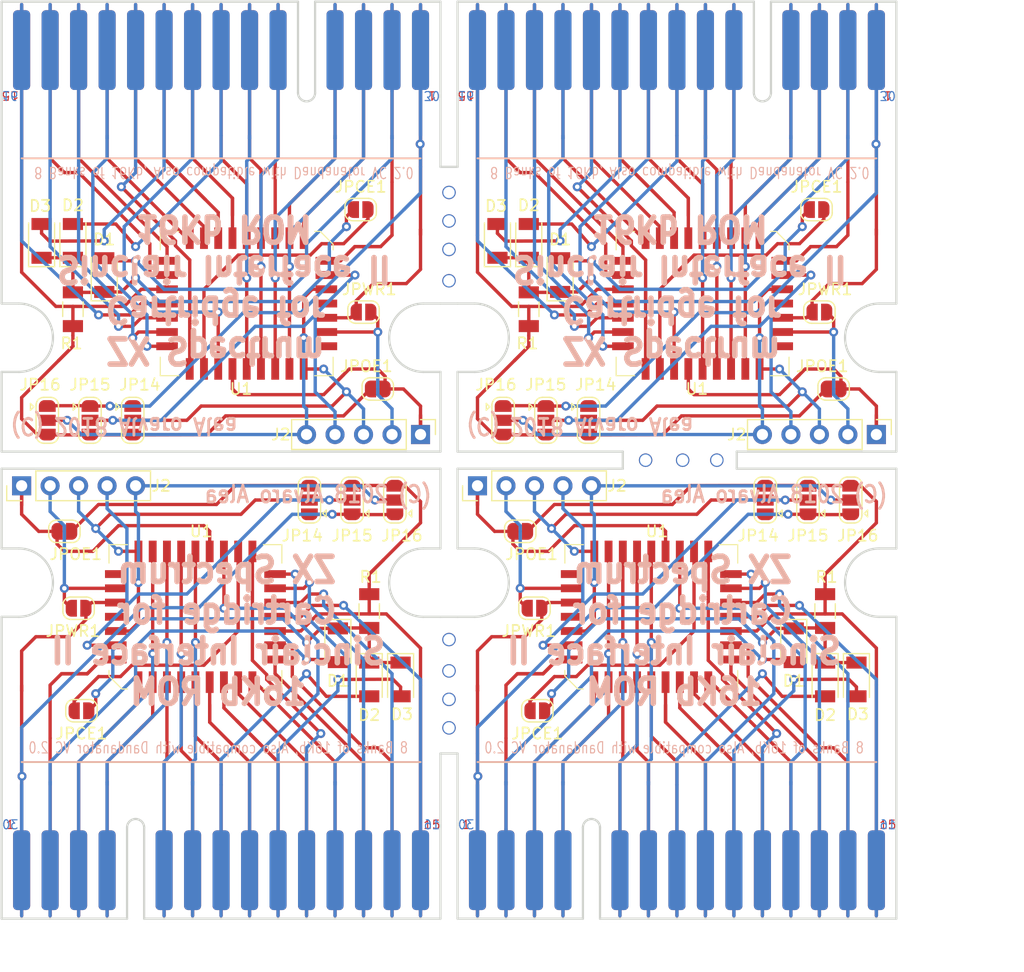
<source format=kicad_pcb>
(kicad_pcb (version 20171130) (host pcbnew 5.0.0-fee4fd1~65~ubuntu18.04.1)
  (layers (0 F.Cu signal) (31 B.Cu signal) (34 B.Paste user) (35 F.Paste user) (36 B.SilkS user) (37 F.SilkS user) (38 B.Mask user) (39 F.Mask user) (44 Edge.Cuts user))
  (net 0 "")
  (net 1 "Net-(D1-Pad1)")
  (net 2 "Net-(D1-Pad2)")
  (net 3 "Net-(D2-Pad2)")
  (net 4 "Net-(D3-Pad2)")
  (net 5 D3)
  (net 6 D4)
  (net 7 D5)
  (net 8 D6)
  (net 9 D7)
  (net 10 A10)
  (net 11 A11)
  (net 12 A9)
  (net 13 A8)
  (net 14 A13)
  (net 15 +5V)
  (net 16 GND)
  (net 17 D2)
  (net 18 D1)
  (net 19 D0)
  (net 20 A0)
  (net 21 A1)
  (net 22 A2)
  (net 23 A3)
  (net 24 A4)
  (net 25 A5)
  (net 26 A6)
  (net 27 A7)
  (net 28 A12)
  (net 29 A14)
  (net 30 A15)
  (net 31 A16)
  (net 32 "Net-(J2-Pad1)")
  (net 33 "Net-(J2-Pad2)")
  (net 34 "Net-(JPCE1-Pad1)")
  (module SINCLAIR:CART_IF2_EDGE (layer F.Cu) (at 94.234 133.096)
    (fp_text reference J1 hide)
    (fp_text value cartridge_IF2 hide)
    (fp_line (start -10.16 4.064) (end -10.16 3.556) (layer F.Cu) (width 0.3))
    (fp_line (start -7.62 4.064) (end -7.62 3.556) (layer F.Cu) (width 0.3))
    (fp_line (start -5.08 4.064) (end -5.08 3.556) (layer F.Cu) (width 0.3))
    (fp_line (start -2.54 4.064) (end -2.54 3.556) (layer F.Cu) (width 0.3))
    (fp_line (start 2.54 4.064) (end 2.54 3.556) (layer F.Cu) (width 0.3))
    (fp_line (start 5.08 4.064) (end 5.08 3.556) (layer F.Cu) (width 0.3))
    (fp_line (start 7.62 4.064) (end 7.62 3.556) (layer F.Cu) (width 0.3))
    (fp_line (start 10.16 4.064) (end 10.16 3.556) (layer F.Cu) (width 0.3))
    (fp_line (start 12.7 4.064) (end 12.7 3.556) (layer F.Cu) (width 0.3))
    (fp_line (start 15.24 4.064) (end 15.24 3.556) (layer F.Cu) (width 0.3))
    (fp_line (start 17.78 4.064) (end 17.78 3.556) (layer F.Cu) (width 0.3))
    (fp_line (start 20.32 4.064) (end 20.32 3.556) (layer F.Cu) (width 0.3))
    (fp_line (start 22.86 4.064) (end 22.86 3.556) (layer F.Cu) (width 0.3))
    (fp_line (start 25.4 4.064) (end 25.4 3.556) (layer F.Cu) (width 0.3))
    (fp_line (start 25.4 4.064) (end 25.4 3.556) (layer B.Cu) (width 0.3))
    (fp_line (start 22.86 4.064) (end 22.86 3.556) (layer B.Cu) (width 0.3))
    (fp_line (start 20.32 4.064) (end 20.32 3.556) (layer B.Cu) (width 0.3))
    (fp_line (start 17.78 4.064) (end 17.78 3.556) (layer B.Cu) (width 0.3))
    (fp_line (start 15.24 4.064) (end 15.24 3.556) (layer B.Cu) (width 0.3))
    (fp_line (start 12.7 4.064) (end 12.7 3.556) (layer B.Cu) (width 0.3))
    (fp_line (start 10.16 4.064) (end 10.16 3.556) (layer B.Cu) (width 0.3))
    (fp_line (start 7.62 4.064) (end 7.62 3.556) (layer B.Cu) (width 0.3))
    (fp_line (start 5.08 4.064) (end 5.08 3.556) (layer B.Cu) (width 0.3))
    (fp_line (start 2.54 4.064) (end 2.54 3.556) (layer B.Cu) (width 0.3))
    (fp_line (start -2.54 4.064) (end -2.54 3.556) (layer B.Cu) (width 0.3))
    (fp_line (start -5.08 4.064) (end -5.08 3.556) (layer B.Cu) (width 0.3))
    (fp_line (start -7.62 4.064) (end -7.62 3.556) (layer B.Cu) (width 0.3))
    (fp_line (start -10.16 4.064) (end -10.16 3.556) (layer B.Cu) (width 0.3))
    (pad 1 connect roundrect (at -10.16 0) (size 1.524 7.112) (layers F.Cu) (net 15 +5V))
    (pad 3 connect roundrect (at -7.62 0) (size 1.524 7.112) (layers F.Cu) (net 28 A12))
    (pad 5 connect roundrect (at -5.08 0) (size 1.524 7.112) (layers F.Cu) (net 27 A7))
    (pad 7 connect roundrect (at -2.54 0) (size 1.524 7.112) (layers F.Cu) (net 26 A6))
    (pad 9 connect roundrect (at 2.54 0) (size 1.524 7.112) (layers F.Cu) (net 25 A5))
    (pad 11 connect roundrect (at 5.08 0) (size 1.524 7.112) (layers F.Cu) (net 24 A4))
    (pad 13 connect roundrect (at 7.62 0) (size 1.524 7.112) (layers F.Cu) (net 23 A3))
    (pad 15 connect roundrect (at 10.16 0) (size 1.524 7.112) (layers F.Cu) (net 22 A2))
    (pad 17 connect roundrect (at 12.7 0) (size 1.524 7.112) (layers F.Cu) (net 21 A1))
    (pad 19 connect roundrect (at 15.24 0) (size 1.524 7.112) (layers F.Cu) (net 20 A0))
    (pad 21 connect roundrect (at 17.78 0) (size 1.524 7.112) (layers F.Cu) (net 19 D0))
    (pad 23 connect roundrect (at 20.32 0) (size 1.524 7.112) (layers F.Cu) (net 18 D1))
    (pad 25 connect roundrect (at 22.86 0) (size 1.524 7.112) (layers F.Cu) (net 17 D2))
    (pad 27 connect roundrect (at 25.4 0) (size 1.524 7.112) (layers F.Cu) (net 16 GND))
    (pad 2 connect roundrect (at -10.16 0) (size 1.524 7.112) (layers B.Cu) (net 15 +5V))
    (pad 4 connect roundrect (at -7.62 0) (size 1.524 7.112) (layers B.Cu) (net 2 "Net-(D1-Pad2)"))
    (pad 6 connect roundrect (at -5.08 0) (size 1.524 7.112) (layers B.Cu) (net 14 A13))
    (pad 8 connect roundrect (at -2.54 0) (size 1.524 7.112) (layers B.Cu) (net 13 A8))
    (pad 10 connect roundrect (at 2.54 0) (size 1.524 7.112) (layers B.Cu) (net 12 A9))
    (pad 12 connect roundrect (at 5.08 0) (size 1.524 7.112) (layers B.Cu) (net 11 A11))
    (pad 14 connect roundrect (at 7.62 0) (size 1.524 7.112) (layers B.Cu) (net 3 "Net-(D2-Pad2)"))
    (pad 16 connect roundrect (at 10.16 0) (size 1.524 7.112) (layers B.Cu) (net 10 A10))
    (pad 18 connect roundrect (at 12.7 0) (size 1.524 7.112) (layers B.Cu) (net 4 "Net-(D3-Pad2)"))
    (pad 20 connect roundrect (at 15.24 0) (size 1.524 7.112) (layers B.Cu) (net 9 D7))
    (pad 22 connect roundrect (at 17.78 0) (size 1.524 7.112) (layers B.Cu) (net 8 D6))
    (pad 24 connect roundrect (at 20.32 0) (size 1.524 7.112) (layers B.Cu) (net 7 D5))
    (pad 26 connect roundrect (at 22.86 0) (size 1.524 7.112) (layers B.Cu) (net 6 D4))
    (pad 28 connect roundrect (at 25.4 0) (size 1.524 7.112) (layers B.Cu) (net 5 D3))
  )
  (module SINCLAIR:PLCC-32 (layer F.Cu) (at 99.568 110.49 90)
    (fp_text reference U1 (at 7.62 0.508 180) (layer F.SilkS))
    (fp_text value AM29F010B)
    (pad 29 smd rect (at 5.8305 -5.08 90) (size 1.925 0.7) (layers F.Cu F.Paste F.Mask) (net 29 A14))
    (pad 13 smd rect (at -5.8305 5.08 90) (size 1.925 0.7) (layers F.Cu F.Paste F.Mask) (net 19 D0))
    (pad 28 smd rect (at 5.8305 -3.81 90) (size 1.925 0.7) (layers F.Cu F.Paste F.Mask) (net 14 A13))
    (pad 27 smd rect (at 5.8305 -2.54 90) (size 1.925 0.7) (layers F.Cu F.Paste F.Mask) (net 13 A8))
    (pad 26 smd rect (at 5.8305 -1.27 90) (size 1.925 0.7) (layers F.Cu F.Paste F.Mask) (net 12 A9))
    (pad 25 smd rect (at 5.8305 0 90) (size 1.925 0.7) (layers F.Cu F.Paste F.Mask) (net 11 A11))
    (pad 24 smd rect (at 5.8305 1.27 90) (size 1.925 0.7) (layers F.Cu F.Paste F.Mask) (net 32 "Net-(J2-Pad1)"))
    (pad 23 smd rect (at 5.8305 2.54 90) (size 1.925 0.7) (layers F.Cu F.Paste F.Mask) (net 10 A10))
    (pad 22 smd rect (at 5.8305 3.81 90) (size 1.925 0.7) (layers F.Cu F.Paste F.Mask) (net 34 "Net-(JPCE1-Pad1)"))
    (pad 21 smd rect (at 5.8305 5.08 90) (size 1.925 0.7) (layers F.Cu F.Paste F.Mask) (net 9 D7))
    (pad 20 smd rect (at 3.81 7.1005 90) (size 0.7 1.925) (layers F.Cu F.Paste F.Mask) (net 8 D6))
    (pad 19 smd rect (at 2.54 7.1005 90) (size 0.7 1.925) (layers F.Cu F.Paste F.Mask) (net 7 D5))
    (pad 18 smd rect (at 1.27 7.1005 90) (size 0.7 1.925) (layers F.Cu F.Paste F.Mask) (net 6 D4))
    (pad 17 smd rect (at 0 7.1005 90) (size 0.7 1.925) (layers F.Cu F.Paste F.Mask) (net 5 D3))
    (pad 16 smd rect (at -1.27 7.1005 90) (size 0.7 1.925) (layers F.Cu F.Paste F.Mask) (net 16 GND))
    (pad 15 smd rect (at -2.54 7.1005 90) (size 0.7 1.925) (layers F.Cu F.Paste F.Mask) (net 17 D2))
    (pad 14 smd rect (at -3.81 7.1005 90) (size 0.7 1.925) (layers F.Cu F.Paste F.Mask) (net 18 D1))
    (pad 12 smd rect (at -5.8305 3.81 90) (size 1.925 0.7) (layers F.Cu F.Paste F.Mask) (net 20 A0))
    (pad 11 smd rect (at -5.8305 2.54 90) (size 1.925 0.7) (layers F.Cu F.Paste F.Mask) (net 21 A1))
    (pad 10 smd rect (at -5.8305 1.27 90) (size 1.925 0.7) (layers F.Cu F.Paste F.Mask) (net 22 A2))
    (pad 9 smd rect (at -5.8305 0 90) (size 1.925 0.7) (layers F.Cu F.Paste F.Mask) (net 23 A3))
    (pad 8 smd rect (at -5.8305 -1.27 90) (size 1.925 0.7) (layers F.Cu F.Paste F.Mask) (net 24 A4))
    (pad 7 smd rect (at -5.8305 -2.54 90) (size 1.925 0.7) (layers F.Cu F.Paste F.Mask) (net 25 A5))
    (pad 6 smd rect (at -5.8305 -3.81 90) (size 1.925 0.7) (layers F.Cu F.Paste F.Mask) (net 26 A6))
    (pad 5 smd rect (at -5.8305 -5.08 90) (size 1.925 0.7) (layers F.Cu F.Paste F.Mask) (net 27 A7))
    (pad 30 smd rect (at 3.81 -7.1005 90) (size 0.7 1.925) (layers F.Cu F.Paste F.Mask))
    (pad 31 smd rect (at 2.54 -7.1005 90) (size 0.7 1.925) (layers F.Cu F.Paste F.Mask) (net 33 "Net-(J2-Pad2)"))
    (pad 32 smd rect (at 1.27 -7.1005 90) (size 0.7 1.925) (layers F.Cu F.Paste F.Mask) (net 15 +5V))
    (pad 4 smd rect (at -3.81 -7.1005 90) (size 0.7 1.925) (layers F.Cu F.Paste F.Mask) (net 28 A12))
    (pad 3 smd rect (at -2.54 -7.1005 90) (size 0.7 1.925) (layers F.Cu F.Paste F.Mask) (net 30 A15))
    (pad 2 smd rect (at -1.27 -7.1005 90) (size 0.7 1.925) (layers F.Cu F.Paste F.Mask) (net 31 A16))
    (pad 1 smd rect (at 0 -7.1005 90) (size 0.7 1.925) (layers F.Cu F.Paste F.Mask))
  )
  (module Diode_SMD:D_1206_3216Metric (layer F.Cu) (at 112.268 113.03 270)
    (fp_text reference D1 (at 3.175 0) (layer F.SilkS))
    (fp_text value 1N4148)
    (pad 1 smd rect (at -1.505 0 270) (size 1.07 1.8) (layers F.Cu F.Paste F.Mask) (net 1 "Net-(D1-Pad1)"))
    (pad 2 smd rect (at 1.505 0 270) (size 1.07 1.8) (layers F.Cu F.Paste F.Mask) (net 2 "Net-(D1-Pad2)"))
  )
  (module Diode_SMD:D_1206_3216Metric (layer F.Cu) (at 115.062 116.078 270)
    (fp_text reference D2 (at 3.175 0) (layer F.SilkS))
    (fp_text value 1N4148)
    (pad 2 smd rect (at 1.505 0 270) (size 1.07 1.8) (layers F.Cu F.Paste F.Mask) (net 3 "Net-(D2-Pad2)"))
    (pad 1 smd rect (at -1.505 0 270) (size 1.07 1.8) (layers F.Cu F.Paste F.Mask) (net 1 "Net-(D1-Pad1)"))
  )
  (module Diode_SMD:D_1206_3216Metric (layer F.Cu) (at 117.856 116.078 270)
    (fp_text reference D3 (at 3.1115 -0.127 180) (layer F.SilkS))
    (fp_text value 1N4148)
    (pad 1 smd rect (at -1.505 0 270) (size 1.07 1.8) (layers F.Cu F.Paste F.Mask) (net 1 "Net-(D1-Pad1)"))
    (pad 2 smd rect (at 1.505 0 270) (size 1.07 1.8) (layers F.Cu F.Paste F.Mask) (net 4 "Net-(D3-Pad2)"))
  )
  (module Jumper:SolderJumper-3_P1.3mm_Open_RoundedPad1.0x1.5mm (layer F.Cu) (at 109.728 100.076 90)
    (fp_text reference JP14 (at -3.175 -0.635) (layer F.SilkS))
    (fp_text value S)
    (pad 3 smd rect (at 1 0 90) (size 0.5 1.5) (layers F.Cu F.Mask) (net 16 GND))
    (pad 3 smd roundrect (at 1.3 0 90) (size 1 1.5) (layers F.Cu F.Mask) (roundrect_rratio 0.5) (net 16 GND))
    (pad 2 smd rect (at 0 0 90) (size 1 1.5) (layers F.Cu F.Mask) (net 29 A14))
    (pad 1 smd rect (at -1 0 90) (size 0.5 1.5) (layers F.Cu F.Mask) (net 15 +5V))
    (pad 1 smd roundrect (at -1.3 0 90) (size 1 1.5) (layers F.Cu F.Mask) (roundrect_rratio 0.5) (net 15 +5V))
  )
  (module Jumper:SolderJumper-3_P1.3mm_Open_RoundedPad1.0x1.5mm (layer F.Cu) (at 113.538 100.076 90)
    (fp_text reference JP15 (at -3.175 0 180) (layer F.SilkS))
    (fp_text value S)
    (pad 1 smd roundrect (at -1.3 0 90) (size 1 1.5) (layers F.Cu F.Mask) (roundrect_rratio 0.5) (net 15 +5V))
    (pad 1 smd rect (at -1 0 90) (size 0.5 1.5) (layers F.Cu F.Mask) (net 15 +5V))
    (pad 2 smd rect (at 0 0 90) (size 1 1.5) (layers F.Cu F.Mask) (net 30 A15))
    (pad 3 smd roundrect (at 1.3 0 90) (size 1 1.5) (layers F.Cu F.Mask) (roundrect_rratio 0.5) (net 16 GND))
    (pad 3 smd rect (at 1 0 90) (size 0.5 1.5) (layers F.Cu F.Mask) (net 16 GND))
  )
  (module Jumper:SolderJumper-3_P1.3mm_Open_RoundedPad1.0x1.5mm (layer F.Cu) (at 117.348 100.076 90)
    (fp_text reference JP16 (at -3.175 0.635 180) (layer F.SilkS))
    (fp_text value S)
    (pad 1 smd roundrect (at -1.3 0 90) (size 1 1.5) (layers F.Cu F.Mask) (roundrect_rratio 0.5) (net 15 +5V))
    (pad 1 smd rect (at -1 0 90) (size 0.5 1.5) (layers F.Cu F.Mask) (net 15 +5V))
    (pad 2 smd rect (at 0 0 90) (size 1 1.5) (layers F.Cu F.Mask) (net 31 A16))
    (pad 3 smd roundrect (at 1.3 0 90) (size 1 1.5) (layers F.Cu F.Mask) (roundrect_rratio 0.5) (net 16 GND))
    (pad 3 smd rect (at 1 0 90) (size 0.5 1.5) (layers F.Cu F.Mask) (net 16 GND))
  )
  (module Resistor_SMD:R_1206_3216Metric (layer F.Cu) (at 115.062 109.982 90)
    (fp_text reference R1 (at 3.048 0.127 180) (layer F.SilkS))
    (fp_text value R)
    (pad 1 smd rect (at -1.505 0 90) (size 1.07 1.8) (layers F.Cu F.Paste F.Mask) (net 1 "Net-(D1-Pad1)"))
    (pad 2 smd rect (at 1.505 0 90) (size 1.07 1.8) (layers F.Cu F.Paste F.Mask) (net 16 GND))
  )
  (module Connector_PinHeader_2.54mm:PinHeader_1x05_P2.54mm_Vertical (layer F.Cu) (at 84.074 98.806 90)
    (fp_text reference J2 (at 0 12.446 180) (layer F.SilkS))
    (fp_text value Conn_01x05)
    (pad 1 thru_hole rect (at 0 0 90) (size 1.7 1.7) (drill 1) (layers *.Cu *.Mask) (net 32 "Net-(J2-Pad1)"))
    (pad 2 thru_hole oval (at 0 2.54 90) (size 1.7 1.7) (drill 1) (layers *.Cu *.Mask) (net 33 "Net-(J2-Pad2)"))
    (pad 3 thru_hole oval (at 0 5.08 90) (size 1.7 1.7) (drill 1) (layers *.Cu *.Mask) (net 29 A14))
    (pad 4 thru_hole oval (at 0 7.62 90) (size 1.7 1.7) (drill 1) (layers *.Cu *.Mask) (net 30 A15))
    (pad 5 thru_hole oval (at 0 10.16 90) (size 1.7 1.7) (drill 1) (layers *.Cu *.Mask) (net 31 A16))
  )
  (module Jumper:SolderJumper-2_P1.3mm_Open_RoundedPad1.0x1.5mm (layer F.Cu) (at 89.408 118.872)
    (fp_text reference JPCE1 (at 0 2.032) (layer F.SilkS))
    (fp_text value CE)
    (pad 1 smd custom (at -0.65 0) (size 1 0.5) (layers F.Cu F.Mask) (net 34 "Net-(JPCE1-Pad1)") (options (clearance outline) (anchor rect)) (primitives (gr_circle (center 0 0.25) (end 0.5 0.25) (width 0)) (gr_circle (center 0 -0.25) (end 0.5 -0.25) (width 0)) (gr_poly (pts (xy 0 -0.75) (xy 0.5 -0.75) (xy 0.5 0.75) (xy 0 0.75)) (width 0))))
    (pad 2 smd custom (at 0.65 0) (size 1 0.5) (layers F.Cu F.Mask) (net 1 "Net-(D1-Pad1)") (options (clearance outline) (anchor rect)) (primitives (gr_circle (center 0 0.25) (end 0.5 0.25) (width 0)) (gr_circle (center 0 -0.25) (end 0.5 -0.25) (width 0)) (gr_poly (pts (xy 0 -0.75) (xy -0.5 -0.75) (xy -0.5 0.75) (xy 0 0.75)) (width 0))))
  )
  (module Jumper:SolderJumper-2_P1.3mm_Open_RoundedPad1.0x1.5mm (layer F.Cu) (at 87.884 102.87)
    (fp_text reference JPOE1 (at 1.016 2.032) (layer F.SilkS))
    (fp_text value OE)
    (pad 2 smd custom (at 0.65 0) (size 1 0.5) (layers F.Cu F.Mask) (net 16 GND) (options (clearance outline) (anchor rect)) (primitives (gr_circle (center 0 0.25) (end 0.5 0.25) (width 0)) (gr_circle (center 0 -0.25) (end 0.5 -0.25) (width 0)) (gr_poly (pts (xy 0 -0.75) (xy -0.5 -0.75) (xy -0.5 0.75) (xy 0 0.75)) (width 0))))
    (pad 1 smd custom (at -0.65 0) (size 1 0.5) (layers F.Cu F.Mask) (net 32 "Net-(J2-Pad1)") (options (clearance outline) (anchor rect)) (primitives (gr_circle (center 0 0.25) (end 0.5 0.25) (width 0)) (gr_circle (center 0 -0.25) (end 0.5 -0.25) (width 0)) (gr_poly (pts (xy 0 -0.75) (xy 0.5 -0.75) (xy 0.5 0.75) (xy 0 0.75)) (width 0))))
  )
  (module Jumper:SolderJumper-2_P1.3mm_Open_RoundedPad1.0x1.5mm (layer F.Cu) (at 89.154 109.728 180)
    (fp_text reference JPWR1 (at 0.508 -2.032 180) (layer F.SilkS))
    (fp_text value WE)
    (pad 1 smd custom (at -0.65 0 180) (size 1 0.5) (layers F.Cu F.Mask) (net 15 +5V) (options (clearance outline) (anchor rect)) (primitives (gr_circle (center 0 0.25) (end 0.5 0.25) (width 0)) (gr_circle (center 0 -0.25) (end 0.5 -0.25) (width 0)) (gr_poly (pts (xy 0 -0.75) (xy 0.5 -0.75) (xy 0.5 0.75) (xy 0 0.75)) (width 0))))
    (pad 2 smd custom (at 0.65 0 180) (size 1 0.5) (layers F.Cu F.Mask) (net 33 "Net-(J2-Pad2)") (options (clearance outline) (anchor rect)) (primitives (gr_circle (center 0 0.25) (end 0.5 0.25) (width 0)) (gr_circle (center 0 -0.25) (end 0.5 -0.25) (width 0)) (gr_poly (pts (xy 0 -0.75) (xy -0.5 -0.75) (xy -0.5 0.75) (xy 0 0.75)) (width 0))))
  )
  (module SINCLAIR:CART_IF2_EDGE (layer F.Cu) (at 134.874 133.096)
    (fp_text reference J1 hide)
    (fp_text value cartridge_IF2 hide)
    (fp_line (start -10.16 4.064) (end -10.16 3.556) (layer F.Cu) (width 0.3))
    (fp_line (start -7.62 4.064) (end -7.62 3.556) (layer F.Cu) (width 0.3))
    (fp_line (start -5.08 4.064) (end -5.08 3.556) (layer F.Cu) (width 0.3))
    (fp_line (start -2.54 4.064) (end -2.54 3.556) (layer F.Cu) (width 0.3))
    (fp_line (start 2.54 4.064) (end 2.54 3.556) (layer F.Cu) (width 0.3))
    (fp_line (start 5.08 4.064) (end 5.08 3.556) (layer F.Cu) (width 0.3))
    (fp_line (start 7.62 4.064) (end 7.62 3.556) (layer F.Cu) (width 0.3))
    (fp_line (start 10.16 4.064) (end 10.16 3.556) (layer F.Cu) (width 0.3))
    (fp_line (start 12.7 4.064) (end 12.7 3.556) (layer F.Cu) (width 0.3))
    (fp_line (start 15.24 4.064) (end 15.24 3.556) (layer F.Cu) (width 0.3))
    (fp_line (start 17.78 4.064) (end 17.78 3.556) (layer F.Cu) (width 0.3))
    (fp_line (start 20.32 4.064) (end 20.32 3.556) (layer F.Cu) (width 0.3))
    (fp_line (start 22.86 4.064) (end 22.86 3.556) (layer F.Cu) (width 0.3))
    (fp_line (start 25.4 4.064) (end 25.4 3.556) (layer F.Cu) (width 0.3))
    (fp_line (start 25.4 4.064) (end 25.4 3.556) (layer B.Cu) (width 0.3))
    (fp_line (start 22.86 4.064) (end 22.86 3.556) (layer B.Cu) (width 0.3))
    (fp_line (start 20.32 4.064) (end 20.32 3.556) (layer B.Cu) (width 0.3))
    (fp_line (start 17.78 4.064) (end 17.78 3.556) (layer B.Cu) (width 0.3))
    (fp_line (start 15.24 4.064) (end 15.24 3.556) (layer B.Cu) (width 0.3))
    (fp_line (start 12.7 4.064) (end 12.7 3.556) (layer B.Cu) (width 0.3))
    (fp_line (start 10.16 4.064) (end 10.16 3.556) (layer B.Cu) (width 0.3))
    (fp_line (start 7.62 4.064) (end 7.62 3.556) (layer B.Cu) (width 0.3))
    (fp_line (start 5.08 4.064) (end 5.08 3.556) (layer B.Cu) (width 0.3))
    (fp_line (start 2.54 4.064) (end 2.54 3.556) (layer B.Cu) (width 0.3))
    (fp_line (start -2.54 4.064) (end -2.54 3.556) (layer B.Cu) (width 0.3))
    (fp_line (start -5.08 4.064) (end -5.08 3.556) (layer B.Cu) (width 0.3))
    (fp_line (start -7.62 4.064) (end -7.62 3.556) (layer B.Cu) (width 0.3))
    (fp_line (start -10.16 4.064) (end -10.16 3.556) (layer B.Cu) (width 0.3))
    (pad 1 connect roundrect (at -10.16 0) (size 1.524 7.112) (layers F.Cu) (net 15 +5V))
    (pad 3 connect roundrect (at -7.62 0) (size 1.524 7.112) (layers F.Cu) (net 28 A12))
    (pad 5 connect roundrect (at -5.08 0) (size 1.524 7.112) (layers F.Cu) (net 27 A7))
    (pad 7 connect roundrect (at -2.54 0) (size 1.524 7.112) (layers F.Cu) (net 26 A6))
    (pad 9 connect roundrect (at 2.54 0) (size 1.524 7.112) (layers F.Cu) (net 25 A5))
    (pad 11 connect roundrect (at 5.08 0) (size 1.524 7.112) (layers F.Cu) (net 24 A4))
    (pad 13 connect roundrect (at 7.62 0) (size 1.524 7.112) (layers F.Cu) (net 23 A3))
    (pad 15 connect roundrect (at 10.16 0) (size 1.524 7.112) (layers F.Cu) (net 22 A2))
    (pad 17 connect roundrect (at 12.7 0) (size 1.524 7.112) (layers F.Cu) (net 21 A1))
    (pad 19 connect roundrect (at 15.24 0) (size 1.524 7.112) (layers F.Cu) (net 20 A0))
    (pad 21 connect roundrect (at 17.78 0) (size 1.524 7.112) (layers F.Cu) (net 19 D0))
    (pad 23 connect roundrect (at 20.32 0) (size 1.524 7.112) (layers F.Cu) (net 18 D1))
    (pad 25 connect roundrect (at 22.86 0) (size 1.524 7.112) (layers F.Cu) (net 17 D2))
    (pad 27 connect roundrect (at 25.4 0) (size 1.524 7.112) (layers F.Cu) (net 16 GND))
    (pad 2 connect roundrect (at -10.16 0) (size 1.524 7.112) (layers B.Cu) (net 15 +5V))
    (pad 4 connect roundrect (at -7.62 0) (size 1.524 7.112) (layers B.Cu) (net 2 "Net-(D1-Pad2)"))
    (pad 6 connect roundrect (at -5.08 0) (size 1.524 7.112) (layers B.Cu) (net 14 A13))
    (pad 8 connect roundrect (at -2.54 0) (size 1.524 7.112) (layers B.Cu) (net 13 A8))
    (pad 10 connect roundrect (at 2.54 0) (size 1.524 7.112) (layers B.Cu) (net 12 A9))
    (pad 12 connect roundrect (at 5.08 0) (size 1.524 7.112) (layers B.Cu) (net 11 A11))
    (pad 14 connect roundrect (at 7.62 0) (size 1.524 7.112) (layers B.Cu) (net 3 "Net-(D2-Pad2)"))
    (pad 16 connect roundrect (at 10.16 0) (size 1.524 7.112) (layers B.Cu) (net 10 A10))
    (pad 18 connect roundrect (at 12.7 0) (size 1.524 7.112) (layers B.Cu) (net 4 "Net-(D3-Pad2)"))
    (pad 20 connect roundrect (at 15.24 0) (size 1.524 7.112) (layers B.Cu) (net 9 D7))
    (pad 22 connect roundrect (at 17.78 0) (size 1.524 7.112) (layers B.Cu) (net 8 D6))
    (pad 24 connect roundrect (at 20.32 0) (size 1.524 7.112) (layers B.Cu) (net 7 D5))
    (pad 26 connect roundrect (at 22.86 0) (size 1.524 7.112) (layers B.Cu) (net 6 D4))
    (pad 28 connect roundrect (at 25.4 0) (size 1.524 7.112) (layers B.Cu) (net 5 D3))
  )
  (module SINCLAIR:PLCC-32 (layer F.Cu) (at 140.208 110.49 90)
    (fp_text reference U1 (at 7.62 0.508 180) (layer F.SilkS))
    (fp_text value AM29F010B)
    (pad 29 smd rect (at 5.8305 -5.08 90) (size 1.925 0.7) (layers F.Cu F.Paste F.Mask) (net 29 A14))
    (pad 13 smd rect (at -5.8305 5.08 90) (size 1.925 0.7) (layers F.Cu F.Paste F.Mask) (net 19 D0))
    (pad 28 smd rect (at 5.8305 -3.81 90) (size 1.925 0.7) (layers F.Cu F.Paste F.Mask) (net 14 A13))
    (pad 27 smd rect (at 5.8305 -2.54 90) (size 1.925 0.7) (layers F.Cu F.Paste F.Mask) (net 13 A8))
    (pad 26 smd rect (at 5.8305 -1.27 90) (size 1.925 0.7) (layers F.Cu F.Paste F.Mask) (net 12 A9))
    (pad 25 smd rect (at 5.8305 0 90) (size 1.925 0.7) (layers F.Cu F.Paste F.Mask) (net 11 A11))
    (pad 24 smd rect (at 5.8305 1.27 90) (size 1.925 0.7) (layers F.Cu F.Paste F.Mask) (net 32 "Net-(J2-Pad1)"))
    (pad 23 smd rect (at 5.8305 2.54 90) (size 1.925 0.7) (layers F.Cu F.Paste F.Mask) (net 10 A10))
    (pad 22 smd rect (at 5.8305 3.81 90) (size 1.925 0.7) (layers F.Cu F.Paste F.Mask) (net 34 "Net-(JPCE1-Pad1)"))
    (pad 21 smd rect (at 5.8305 5.08 90) (size 1.925 0.7) (layers F.Cu F.Paste F.Mask) (net 9 D7))
    (pad 20 smd rect (at 3.81 7.1005 90) (size 0.7 1.925) (layers F.Cu F.Paste F.Mask) (net 8 D6))
    (pad 19 smd rect (at 2.54 7.1005 90) (size 0.7 1.925) (layers F.Cu F.Paste F.Mask) (net 7 D5))
    (pad 18 smd rect (at 1.27 7.1005 90) (size 0.7 1.925) (layers F.Cu F.Paste F.Mask) (net 6 D4))
    (pad 17 smd rect (at 0 7.1005 90) (size 0.7 1.925) (layers F.Cu F.Paste F.Mask) (net 5 D3))
    (pad 16 smd rect (at -1.27 7.1005 90) (size 0.7 1.925) (layers F.Cu F.Paste F.Mask) (net 16 GND))
    (pad 15 smd rect (at -2.54 7.1005 90) (size 0.7 1.925) (layers F.Cu F.Paste F.Mask) (net 17 D2))
    (pad 14 smd rect (at -3.81 7.1005 90) (size 0.7 1.925) (layers F.Cu F.Paste F.Mask) (net 18 D1))
    (pad 12 smd rect (at -5.8305 3.81 90) (size 1.925 0.7) (layers F.Cu F.Paste F.Mask) (net 20 A0))
    (pad 11 smd rect (at -5.8305 2.54 90) (size 1.925 0.7) (layers F.Cu F.Paste F.Mask) (net 21 A1))
    (pad 10 smd rect (at -5.8305 1.27 90) (size 1.925 0.7) (layers F.Cu F.Paste F.Mask) (net 22 A2))
    (pad 9 smd rect (at -5.8305 0 90) (size 1.925 0.7) (layers F.Cu F.Paste F.Mask) (net 23 A3))
    (pad 8 smd rect (at -5.8305 -1.27 90) (size 1.925 0.7) (layers F.Cu F.Paste F.Mask) (net 24 A4))
    (pad 7 smd rect (at -5.8305 -2.54 90) (size 1.925 0.7) (layers F.Cu F.Paste F.Mask) (net 25 A5))
    (pad 6 smd rect (at -5.8305 -3.81 90) (size 1.925 0.7) (layers F.Cu F.Paste F.Mask) (net 26 A6))
    (pad 5 smd rect (at -5.8305 -5.08 90) (size 1.925 0.7) (layers F.Cu F.Paste F.Mask) (net 27 A7))
    (pad 30 smd rect (at 3.81 -7.1005 90) (size 0.7 1.925) (layers F.Cu F.Paste F.Mask))
    (pad 31 smd rect (at 2.54 -7.1005 90) (size 0.7 1.925) (layers F.Cu F.Paste F.Mask) (net 33 "Net-(J2-Pad2)"))
    (pad 32 smd rect (at 1.27 -7.1005 90) (size 0.7 1.925) (layers F.Cu F.Paste F.Mask) (net 15 +5V))
    (pad 4 smd rect (at -3.81 -7.1005 90) (size 0.7 1.925) (layers F.Cu F.Paste F.Mask) (net 28 A12))
    (pad 3 smd rect (at -2.54 -7.1005 90) (size 0.7 1.925) (layers F.Cu F.Paste F.Mask) (net 30 A15))
    (pad 2 smd rect (at -1.27 -7.1005 90) (size 0.7 1.925) (layers F.Cu F.Paste F.Mask) (net 31 A16))
    (pad 1 smd rect (at 0 -7.1005 90) (size 0.7 1.925) (layers F.Cu F.Paste F.Mask))
  )
  (module Diode_SMD:D_1206_3216Metric (layer F.Cu) (at 152.908 113.03 270)
    (fp_text reference D1 (at 3.175 0) (layer F.SilkS))
    (fp_text value 1N4148)
    (pad 1 smd rect (at -1.505 0 270) (size 1.07 1.8) (layers F.Cu F.Paste F.Mask) (net 1 "Net-(D1-Pad1)"))
    (pad 2 smd rect (at 1.505 0 270) (size 1.07 1.8) (layers F.Cu F.Paste F.Mask) (net 2 "Net-(D1-Pad2)"))
  )
  (module Diode_SMD:D_1206_3216Metric (layer F.Cu) (at 155.702 116.078 270)
    (fp_text reference D2 (at 3.175 0) (layer F.SilkS))
    (fp_text value 1N4148)
    (pad 2 smd rect (at 1.505 0 270) (size 1.07 1.8) (layers F.Cu F.Paste F.Mask) (net 3 "Net-(D2-Pad2)"))
    (pad 1 smd rect (at -1.505 0 270) (size 1.07 1.8) (layers F.Cu F.Paste F.Mask) (net 1 "Net-(D1-Pad1)"))
  )
  (module Diode_SMD:D_1206_3216Metric (layer F.Cu) (at 158.496 116.078 270)
    (fp_text reference D3 (at 3.1115 -0.127 180) (layer F.SilkS))
    (fp_text value 1N4148)
    (pad 1 smd rect (at -1.505 0 270) (size 1.07 1.8) (layers F.Cu F.Paste F.Mask) (net 1 "Net-(D1-Pad1)"))
    (pad 2 smd rect (at 1.505 0 270) (size 1.07 1.8) (layers F.Cu F.Paste F.Mask) (net 4 "Net-(D3-Pad2)"))
  )
  (module Jumper:SolderJumper-3_P1.3mm_Open_RoundedPad1.0x1.5mm (layer F.Cu) (at 150.368 100.076 90)
    (fp_text reference JP14 (at -3.175 -0.635) (layer F.SilkS))
    (fp_text value S)
    (pad 3 smd rect (at 1 0 90) (size 0.5 1.5) (layers F.Cu F.Mask) (net 16 GND))
    (pad 3 smd roundrect (at 1.3 0 90) (size 1 1.5) (layers F.Cu F.Mask) (roundrect_rratio 0.5) (net 16 GND))
    (pad 2 smd rect (at 0 0 90) (size 1 1.5) (layers F.Cu F.Mask) (net 29 A14))
    (pad 1 smd rect (at -1 0 90) (size 0.5 1.5) (layers F.Cu F.Mask) (net 15 +5V))
    (pad 1 smd roundrect (at -1.3 0 90) (size 1 1.5) (layers F.Cu F.Mask) (roundrect_rratio 0.5) (net 15 +5V))
  )
  (module Jumper:SolderJumper-3_P1.3mm_Open_RoundedPad1.0x1.5mm (layer F.Cu) (at 154.178 100.076 90)
    (fp_text reference JP15 (at -3.175 0 180) (layer F.SilkS))
    (fp_text value S)
    (pad 1 smd roundrect (at -1.3 0 90) (size 1 1.5) (layers F.Cu F.Mask) (roundrect_rratio 0.5) (net 15 +5V))
    (pad 1 smd rect (at -1 0 90) (size 0.5 1.5) (layers F.Cu F.Mask) (net 15 +5V))
    (pad 2 smd rect (at 0 0 90) (size 1 1.5) (layers F.Cu F.Mask) (net 30 A15))
    (pad 3 smd roundrect (at 1.3 0 90) (size 1 1.5) (layers F.Cu F.Mask) (roundrect_rratio 0.5) (net 16 GND))
    (pad 3 smd rect (at 1 0 90) (size 0.5 1.5) (layers F.Cu F.Mask) (net 16 GND))
  )
  (module Jumper:SolderJumper-3_P1.3mm_Open_RoundedPad1.0x1.5mm (layer F.Cu) (at 157.988 100.076 90)
    (fp_text reference JP16 (at -3.175 0.635 180) (layer F.SilkS))
    (fp_text value S)
    (pad 1 smd roundrect (at -1.3 0 90) (size 1 1.5) (layers F.Cu F.Mask) (roundrect_rratio 0.5) (net 15 +5V))
    (pad 1 smd rect (at -1 0 90) (size 0.5 1.5) (layers F.Cu F.Mask) (net 15 +5V))
    (pad 2 smd rect (at 0 0 90) (size 1 1.5) (layers F.Cu F.Mask) (net 31 A16))
    (pad 3 smd roundrect (at 1.3 0 90) (size 1 1.5) (layers F.Cu F.Mask) (roundrect_rratio 0.5) (net 16 GND))
    (pad 3 smd rect (at 1 0 90) (size 0.5 1.5) (layers F.Cu F.Mask) (net 16 GND))
  )
  (module Resistor_SMD:R_1206_3216Metric (layer F.Cu) (at 155.702 109.982 90)
    (fp_text reference R1 (at 3.048 0.127 180) (layer F.SilkS))
    (fp_text value R)
    (pad 1 smd rect (at -1.505 0 90) (size 1.07 1.8) (layers F.Cu F.Paste F.Mask) (net 1 "Net-(D1-Pad1)"))
    (pad 2 smd rect (at 1.505 0 90) (size 1.07 1.8) (layers F.Cu F.Paste F.Mask) (net 16 GND))
  )
  (module Connector_PinHeader_2.54mm:PinHeader_1x05_P2.54mm_Vertical (layer F.Cu) (at 124.714 98.806 90)
    (fp_text reference J2 (at 0 12.446 180) (layer F.SilkS))
    (fp_text value Conn_01x05)
    (pad 1 thru_hole rect (at 0 0 90) (size 1.7 1.7) (drill 1) (layers *.Cu *.Mask) (net 32 "Net-(J2-Pad1)"))
    (pad 2 thru_hole oval (at 0 2.54 90) (size 1.7 1.7) (drill 1) (layers *.Cu *.Mask) (net 33 "Net-(J2-Pad2)"))
    (pad 3 thru_hole oval (at 0 5.08 90) (size 1.7 1.7) (drill 1) (layers *.Cu *.Mask) (net 29 A14))
    (pad 4 thru_hole oval (at 0 7.62 90) (size 1.7 1.7) (drill 1) (layers *.Cu *.Mask) (net 30 A15))
    (pad 5 thru_hole oval (at 0 10.16 90) (size 1.7 1.7) (drill 1) (layers *.Cu *.Mask) (net 31 A16))
  )
  (module Jumper:SolderJumper-2_P1.3mm_Open_RoundedPad1.0x1.5mm (layer F.Cu) (at 130.048 118.872)
    (fp_text reference JPCE1 (at 0 2.032) (layer F.SilkS))
    (fp_text value CE)
    (pad 1 smd custom (at -0.65 0) (size 1 0.5) (layers F.Cu F.Mask) (net 34 "Net-(JPCE1-Pad1)") (options (clearance outline) (anchor rect)) (primitives (gr_circle (center 0 0.25) (end 0.5 0.25) (width 0)) (gr_circle (center 0 -0.25) (end 0.5 -0.25) (width 0)) (gr_poly (pts (xy 0 -0.75) (xy 0.5 -0.75) (xy 0.5 0.75) (xy 0 0.75)) (width 0))))
    (pad 2 smd custom (at 0.65 0) (size 1 0.5) (layers F.Cu F.Mask) (net 1 "Net-(D1-Pad1)") (options (clearance outline) (anchor rect)) (primitives (gr_circle (center 0 0.25) (end 0.5 0.25) (width 0)) (gr_circle (center 0 -0.25) (end 0.5 -0.25) (width 0)) (gr_poly (pts (xy 0 -0.75) (xy -0.5 -0.75) (xy -0.5 0.75) (xy 0 0.75)) (width 0))))
  )
  (module Jumper:SolderJumper-2_P1.3mm_Open_RoundedPad1.0x1.5mm (layer F.Cu) (at 128.524 102.87)
    (fp_text reference JPOE1 (at 1.016 2.032) (layer F.SilkS))
    (fp_text value OE)
    (pad 2 smd custom (at 0.65 0) (size 1 0.5) (layers F.Cu F.Mask) (net 16 GND) (options (clearance outline) (anchor rect)) (primitives (gr_circle (center 0 0.25) (end 0.5 0.25) (width 0)) (gr_circle (center 0 -0.25) (end 0.5 -0.25) (width 0)) (gr_poly (pts (xy 0 -0.75) (xy -0.5 -0.75) (xy -0.5 0.75) (xy 0 0.75)) (width 0))))
    (pad 1 smd custom (at -0.65 0) (size 1 0.5) (layers F.Cu F.Mask) (net 32 "Net-(J2-Pad1)") (options (clearance outline) (anchor rect)) (primitives (gr_circle (center 0 0.25) (end 0.5 0.25) (width 0)) (gr_circle (center 0 -0.25) (end 0.5 -0.25) (width 0)) (gr_poly (pts (xy 0 -0.75) (xy 0.5 -0.75) (xy 0.5 0.75) (xy 0 0.75)) (width 0))))
  )
  (module Jumper:SolderJumper-2_P1.3mm_Open_RoundedPad1.0x1.5mm (layer F.Cu) (at 129.794 109.728 180)
    (fp_text reference JPWR1 (at 0.508 -2.032 180) (layer F.SilkS))
    (fp_text value WE)
    (pad 1 smd custom (at -0.65 0 180) (size 1 0.5) (layers F.Cu F.Mask) (net 15 +5V) (options (clearance outline) (anchor rect)) (primitives (gr_circle (center 0 0.25) (end 0.5 0.25) (width 0)) (gr_circle (center 0 -0.25) (end 0.5 -0.25) (width 0)) (gr_poly (pts (xy 0 -0.75) (xy 0.5 -0.75) (xy 0.5 0.75) (xy 0 0.75)) (width 0))))
    (pad 2 smd custom (at 0.65 0 180) (size 1 0.5) (layers F.Cu F.Mask) (net 33 "Net-(J2-Pad2)") (options (clearance outline) (anchor rect)) (primitives (gr_circle (center 0 0.25) (end 0.5 0.25) (width 0)) (gr_circle (center 0 -0.25) (end 0.5 -0.25) (width 0)) (gr_poly (pts (xy 0 -0.75) (xy -0.5 -0.75) (xy -0.5 0.75) (xy 0 0.75)) (width 0))))
  )
  (module SINCLAIR:CART_IF2_EDGE (layer F.Cu) (at 150.114 59.944 180)
    (fp_text reference J1 hide)
    (fp_text value cartridge_IF2 hide)
    (fp_line (start -10.16 4.064) (end -10.16 3.556) (layer F.Cu) (width 0.3))
    (fp_line (start -7.62 4.064) (end -7.62 3.556) (layer F.Cu) (width 0.3))
    (fp_line (start -5.08 4.064) (end -5.08 3.556) (layer F.Cu) (width 0.3))
    (fp_line (start -2.54 4.064) (end -2.54 3.556) (layer F.Cu) (width 0.3))
    (fp_line (start 2.54 4.064) (end 2.54 3.556) (layer F.Cu) (width 0.3))
    (fp_line (start 5.08 4.064) (end 5.08 3.556) (layer F.Cu) (width 0.3))
    (fp_line (start 7.62 4.064) (end 7.62 3.556) (layer F.Cu) (width 0.3))
    (fp_line (start 10.16 4.064) (end 10.16 3.556) (layer F.Cu) (width 0.3))
    (fp_line (start 12.7 4.064) (end 12.7 3.556) (layer F.Cu) (width 0.3))
    (fp_line (start 15.24 4.064) (end 15.24 3.556) (layer F.Cu) (width 0.3))
    (fp_line (start 17.78 4.064) (end 17.78 3.556) (layer F.Cu) (width 0.3))
    (fp_line (start 20.32 4.064) (end 20.32 3.556) (layer F.Cu) (width 0.3))
    (fp_line (start 22.86 4.064) (end 22.86 3.556) (layer F.Cu) (width 0.3))
    (fp_line (start 25.4 4.064) (end 25.4 3.556) (layer F.Cu) (width 0.3))
    (fp_line (start 25.4 4.064) (end 25.4 3.556) (layer B.Cu) (width 0.3))
    (fp_line (start 22.86 4.064) (end 22.86 3.556) (layer B.Cu) (width 0.3))
    (fp_line (start 20.32 4.064) (end 20.32 3.556) (layer B.Cu) (width 0.3))
    (fp_line (start 17.78 4.064) (end 17.78 3.556) (layer B.Cu) (width 0.3))
    (fp_line (start 15.24 4.064) (end 15.24 3.556) (layer B.Cu) (width 0.3))
    (fp_line (start 12.7 4.064) (end 12.7 3.556) (layer B.Cu) (width 0.3))
    (fp_line (start 10.16 4.064) (end 10.16 3.556) (layer B.Cu) (width 0.3))
    (fp_line (start 7.62 4.064) (end 7.62 3.556) (layer B.Cu) (width 0.3))
    (fp_line (start 5.08 4.064) (end 5.08 3.556) (layer B.Cu) (width 0.3))
    (fp_line (start 2.54 4.064) (end 2.54 3.556) (layer B.Cu) (width 0.3))
    (fp_line (start -2.54 4.064) (end -2.54 3.556) (layer B.Cu) (width 0.3))
    (fp_line (start -5.08 4.064) (end -5.08 3.556) (layer B.Cu) (width 0.3))
    (fp_line (start -7.62 4.064) (end -7.62 3.556) (layer B.Cu) (width 0.3))
    (fp_line (start -10.16 4.064) (end -10.16 3.556) (layer B.Cu) (width 0.3))
    (pad 1 connect roundrect (at -10.16 0 180) (size 1.524 7.112) (layers F.Cu) (net 15 +5V))
    (pad 3 connect roundrect (at -7.62 0 180) (size 1.524 7.112) (layers F.Cu) (net 28 A12))
    (pad 5 connect roundrect (at -5.08 0 180) (size 1.524 7.112) (layers F.Cu) (net 27 A7))
    (pad 7 connect roundrect (at -2.54 0 180) (size 1.524 7.112) (layers F.Cu) (net 26 A6))
    (pad 9 connect roundrect (at 2.54 0 180) (size 1.524 7.112) (layers F.Cu) (net 25 A5))
    (pad 11 connect roundrect (at 5.08 0 180) (size 1.524 7.112) (layers F.Cu) (net 24 A4))
    (pad 13 connect roundrect (at 7.62 0 180) (size 1.524 7.112) (layers F.Cu) (net 23 A3))
    (pad 15 connect roundrect (at 10.16 0 180) (size 1.524 7.112) (layers F.Cu) (net 22 A2))
    (pad 17 connect roundrect (at 12.7 0 180) (size 1.524 7.112) (layers F.Cu) (net 21 A1))
    (pad 19 connect roundrect (at 15.24 0 180) (size 1.524 7.112) (layers F.Cu) (net 20 A0))
    (pad 21 connect roundrect (at 17.78 0 180) (size 1.524 7.112) (layers F.Cu) (net 19 D0))
    (pad 23 connect roundrect (at 20.32 0 180) (size 1.524 7.112) (layers F.Cu) (net 18 D1))
    (pad 25 connect roundrect (at 22.86 0 180) (size 1.524 7.112) (layers F.Cu) (net 17 D2))
    (pad 27 connect roundrect (at 25.4 0 180) (size 1.524 7.112) (layers F.Cu) (net 16 GND))
    (pad 2 connect roundrect (at -10.16 0 180) (size 1.524 7.112) (layers B.Cu) (net 15 +5V))
    (pad 4 connect roundrect (at -7.62 0 180) (size 1.524 7.112) (layers B.Cu) (net 2 "Net-(D1-Pad2)"))
    (pad 6 connect roundrect (at -5.08 0 180) (size 1.524 7.112) (layers B.Cu) (net 14 A13))
    (pad 8 connect roundrect (at -2.54 0 180) (size 1.524 7.112) (layers B.Cu) (net 13 A8))
    (pad 10 connect roundrect (at 2.54 0 180) (size 1.524 7.112) (layers B.Cu) (net 12 A9))
    (pad 12 connect roundrect (at 5.08 0 180) (size 1.524 7.112) (layers B.Cu) (net 11 A11))
    (pad 14 connect roundrect (at 7.62 0 180) (size 1.524 7.112) (layers B.Cu) (net 3 "Net-(D2-Pad2)"))
    (pad 16 connect roundrect (at 10.16 0 180) (size 1.524 7.112) (layers B.Cu) (net 10 A10))
    (pad 18 connect roundrect (at 12.7 0 180) (size 1.524 7.112) (layers B.Cu) (net 4 "Net-(D3-Pad2)"))
    (pad 20 connect roundrect (at 15.24 0 180) (size 1.524 7.112) (layers B.Cu) (net 9 D7))
    (pad 22 connect roundrect (at 17.78 0 180) (size 1.524 7.112) (layers B.Cu) (net 8 D6))
    (pad 24 connect roundrect (at 20.32 0 180) (size 1.524 7.112) (layers B.Cu) (net 7 D5))
    (pad 26 connect roundrect (at 22.86 0 180) (size 1.524 7.112) (layers B.Cu) (net 6 D4))
    (pad 28 connect roundrect (at 25.4 0 180) (size 1.524 7.112) (layers B.Cu) (net 5 D3))
  )
  (module SINCLAIR:PLCC-32 (layer F.Cu) (at 144.78 82.55 270)
    (fp_text reference U1 (at 7.62 0.508) (layer F.SilkS))
    (fp_text value AM29F010B)
    (pad 29 smd rect (at 5.8305 -5.08 270) (size 1.925 0.7) (layers F.Cu F.Paste F.Mask) (net 29 A14))
    (pad 13 smd rect (at -5.8305 5.08 270) (size 1.925 0.7) (layers F.Cu F.Paste F.Mask) (net 19 D0))
    (pad 28 smd rect (at 5.8305 -3.81 270) (size 1.925 0.7) (layers F.Cu F.Paste F.Mask) (net 14 A13))
    (pad 27 smd rect (at 5.8305 -2.54 270) (size 1.925 0.7) (layers F.Cu F.Paste F.Mask) (net 13 A8))
    (pad 26 smd rect (at 5.8305 -1.27 270) (size 1.925 0.7) (layers F.Cu F.Paste F.Mask) (net 12 A9))
    (pad 25 smd rect (at 5.8305 0 270) (size 1.925 0.7) (layers F.Cu F.Paste F.Mask) (net 11 A11))
    (pad 24 smd rect (at 5.8305 1.27 270) (size 1.925 0.7) (layers F.Cu F.Paste F.Mask) (net 32 "Net-(J2-Pad1)"))
    (pad 23 smd rect (at 5.8305 2.54 270) (size 1.925 0.7) (layers F.Cu F.Paste F.Mask) (net 10 A10))
    (pad 22 smd rect (at 5.8305 3.81 270) (size 1.925 0.7) (layers F.Cu F.Paste F.Mask) (net 34 "Net-(JPCE1-Pad1)"))
    (pad 21 smd rect (at 5.8305 5.08 270) (size 1.925 0.7) (layers F.Cu F.Paste F.Mask) (net 9 D7))
    (pad 20 smd rect (at 3.81 7.1005 270) (size 0.7 1.925) (layers F.Cu F.Paste F.Mask) (net 8 D6))
    (pad 19 smd rect (at 2.54 7.1005 270) (size 0.7 1.925) (layers F.Cu F.Paste F.Mask) (net 7 D5))
    (pad 18 smd rect (at 1.27 7.1005 270) (size 0.7 1.925) (layers F.Cu F.Paste F.Mask) (net 6 D4))
    (pad 17 smd rect (at 0 7.1005 270) (size 0.7 1.925) (layers F.Cu F.Paste F.Mask) (net 5 D3))
    (pad 16 smd rect (at -1.27 7.1005 270) (size 0.7 1.925) (layers F.Cu F.Paste F.Mask) (net 16 GND))
    (pad 15 smd rect (at -2.54 7.1005 270) (size 0.7 1.925) (layers F.Cu F.Paste F.Mask) (net 17 D2))
    (pad 14 smd rect (at -3.81 7.1005 270) (size 0.7 1.925) (layers F.Cu F.Paste F.Mask) (net 18 D1))
    (pad 12 smd rect (at -5.8305 3.81 270) (size 1.925 0.7) (layers F.Cu F.Paste F.Mask) (net 20 A0))
    (pad 11 smd rect (at -5.8305 2.54 270) (size 1.925 0.7) (layers F.Cu F.Paste F.Mask) (net 21 A1))
    (pad 10 smd rect (at -5.8305 1.27 270) (size 1.925 0.7) (layers F.Cu F.Paste F.Mask) (net 22 A2))
    (pad 9 smd rect (at -5.8305 0 270) (size 1.925 0.7) (layers F.Cu F.Paste F.Mask) (net 23 A3))
    (pad 8 smd rect (at -5.8305 -1.27 270) (size 1.925 0.7) (layers F.Cu F.Paste F.Mask) (net 24 A4))
    (pad 7 smd rect (at -5.8305 -2.54 270) (size 1.925 0.7) (layers F.Cu F.Paste F.Mask) (net 25 A5))
    (pad 6 smd rect (at -5.8305 -3.81 270) (size 1.925 0.7) (layers F.Cu F.Paste F.Mask) (net 26 A6))
    (pad 5 smd rect (at -5.8305 -5.08 270) (size 1.925 0.7) (layers F.Cu F.Paste F.Mask) (net 27 A7))
    (pad 30 smd rect (at 3.81 -7.1005 270) (size 0.7 1.925) (layers F.Cu F.Paste F.Mask))
    (pad 31 smd rect (at 2.54 -7.1005 270) (size 0.7 1.925) (layers F.Cu F.Paste F.Mask) (net 33 "Net-(J2-Pad2)"))
    (pad 32 smd rect (at 1.27 -7.1005 270) (size 0.7 1.925) (layers F.Cu F.Paste F.Mask) (net 15 +5V))
    (pad 4 smd rect (at -3.81 -7.1005 270) (size 0.7 1.925) (layers F.Cu F.Paste F.Mask) (net 28 A12))
    (pad 3 smd rect (at -2.54 -7.1005 270) (size 0.7 1.925) (layers F.Cu F.Paste F.Mask) (net 30 A15))
    (pad 2 smd rect (at -1.27 -7.1005 270) (size 0.7 1.925) (layers F.Cu F.Paste F.Mask) (net 31 A16))
    (pad 1 smd rect (at 0 -7.1005 270) (size 0.7 1.925) (layers F.Cu F.Paste F.Mask))
  )
  (module Diode_SMD:D_1206_3216Metric (layer F.Cu) (at 132.08 80.01 90)
    (fp_text reference D1 (at 3.175 0 -180) (layer F.SilkS))
    (fp_text value 1N4148)
    (pad 1 smd rect (at -1.505 0 90) (size 1.07 1.8) (layers F.Cu F.Paste F.Mask) (net 1 "Net-(D1-Pad1)"))
    (pad 2 smd rect (at 1.505 0 90) (size 1.07 1.8) (layers F.Cu F.Paste F.Mask) (net 2 "Net-(D1-Pad2)"))
  )
  (module Diode_SMD:D_1206_3216Metric (layer F.Cu) (at 129.286 76.962 90)
    (fp_text reference D2 (at 3.175 0 -180) (layer F.SilkS))
    (fp_text value 1N4148)
    (pad 2 smd rect (at 1.505 0 90) (size 1.07 1.8) (layers F.Cu F.Paste F.Mask) (net 3 "Net-(D2-Pad2)"))
    (pad 1 smd rect (at -1.505 0 90) (size 1.07 1.8) (layers F.Cu F.Paste F.Mask) (net 1 "Net-(D1-Pad1)"))
  )
  (module Diode_SMD:D_1206_3216Metric (layer F.Cu) (at 126.492 76.962 90)
    (fp_text reference D3 (at 3.1115 -0.127) (layer F.SilkS))
    (fp_text value 1N4148)
    (pad 1 smd rect (at -1.505 0 90) (size 1.07 1.8) (layers F.Cu F.Paste F.Mask) (net 1 "Net-(D1-Pad1)"))
    (pad 2 smd rect (at 1.505 0 90) (size 1.07 1.8) (layers F.Cu F.Paste F.Mask) (net 4 "Net-(D3-Pad2)"))
  )
  (module Jumper:SolderJumper-3_P1.3mm_Open_RoundedPad1.0x1.5mm (layer F.Cu) (at 134.62 92.964 270)
    (fp_text reference JP14 (at -3.175 -0.635 180) (layer F.SilkS))
    (fp_text value S)
    (pad 3 smd rect (at 1 0 270) (size 0.5 1.5) (layers F.Cu F.Mask) (net 16 GND))
    (pad 3 smd roundrect (at 1.3 0 270) (size 1 1.5) (layers F.Cu F.Mask) (roundrect_rratio 0.5) (net 16 GND))
    (pad 2 smd rect (at 0 0 270) (size 1 1.5) (layers F.Cu F.Mask) (net 29 A14))
    (pad 1 smd rect (at -1 0 270) (size 0.5 1.5) (layers F.Cu F.Mask) (net 15 +5V))
    (pad 1 smd roundrect (at -1.3 0 270) (size 1 1.5) (layers F.Cu F.Mask) (roundrect_rratio 0.5) (net 15 +5V))
  )
  (module Jumper:SolderJumper-3_P1.3mm_Open_RoundedPad1.0x1.5mm (layer F.Cu) (at 130.81 92.964 270)
    (fp_text reference JP15 (at -3.175 0) (layer F.SilkS))
    (fp_text value S)
    (pad 1 smd roundrect (at -1.3 0 270) (size 1 1.5) (layers F.Cu F.Mask) (roundrect_rratio 0.5) (net 15 +5V))
    (pad 1 smd rect (at -1 0 270) (size 0.5 1.5) (layers F.Cu F.Mask) (net 15 +5V))
    (pad 2 smd rect (at 0 0 270) (size 1 1.5) (layers F.Cu F.Mask) (net 30 A15))
    (pad 3 smd roundrect (at 1.3 0 270) (size 1 1.5) (layers F.Cu F.Mask) (roundrect_rratio 0.5) (net 16 GND))
    (pad 3 smd rect (at 1 0 270) (size 0.5 1.5) (layers F.Cu F.Mask) (net 16 GND))
  )
  (module Jumper:SolderJumper-3_P1.3mm_Open_RoundedPad1.0x1.5mm (layer F.Cu) (at 127 92.964 270)
    (fp_text reference JP16 (at -3.175 0.635) (layer F.SilkS))
    (fp_text value S)
    (pad 1 smd roundrect (at -1.3 0 270) (size 1 1.5) (layers F.Cu F.Mask) (roundrect_rratio 0.5) (net 15 +5V))
    (pad 1 smd rect (at -1 0 270) (size 0.5 1.5) (layers F.Cu F.Mask) (net 15 +5V))
    (pad 2 smd rect (at 0 0 270) (size 1 1.5) (layers F.Cu F.Mask) (net 31 A16))
    (pad 3 smd roundrect (at 1.3 0 270) (size 1 1.5) (layers F.Cu F.Mask) (roundrect_rratio 0.5) (net 16 GND))
    (pad 3 smd rect (at 1 0 270) (size 0.5 1.5) (layers F.Cu F.Mask) (net 16 GND))
  )
  (module Resistor_SMD:R_1206_3216Metric (layer F.Cu) (at 129.286 83.058 270)
    (fp_text reference R1 (at 3.048 0.127) (layer F.SilkS))
    (fp_text value R)
    (pad 1 smd rect (at -1.505 0 270) (size 1.07 1.8) (layers F.Cu F.Paste F.Mask) (net 1 "Net-(D1-Pad1)"))
    (pad 2 smd rect (at 1.505 0 270) (size 1.07 1.8) (layers F.Cu F.Paste F.Mask) (net 16 GND))
  )
  (module Connector_PinHeader_2.54mm:PinHeader_1x05_P2.54mm_Vertical (layer F.Cu) (at 160.274 94.234 270)
    (fp_text reference J2 (at 0 12.446) (layer F.SilkS))
    (fp_text value Conn_01x05)
    (pad 1 thru_hole rect (at 0 0 270) (size 1.7 1.7) (drill 1) (layers *.Cu *.Mask) (net 32 "Net-(J2-Pad1)"))
    (pad 2 thru_hole oval (at 0 2.54 270) (size 1.7 1.7) (drill 1) (layers *.Cu *.Mask) (net 33 "Net-(J2-Pad2)"))
    (pad 3 thru_hole oval (at 0 5.08 270) (size 1.7 1.7) (drill 1) (layers *.Cu *.Mask) (net 29 A14))
    (pad 4 thru_hole oval (at 0 7.62 270) (size 1.7 1.7) (drill 1) (layers *.Cu *.Mask) (net 30 A15))
    (pad 5 thru_hole oval (at 0 10.16 270) (size 1.7 1.7) (drill 1) (layers *.Cu *.Mask) (net 31 A16))
  )
  (module Jumper:SolderJumper-2_P1.3mm_Open_RoundedPad1.0x1.5mm (layer F.Cu) (at 154.94 74.168 180)
    (fp_text reference JPCE1 (at 0 2.032 180) (layer F.SilkS))
    (fp_text value CE)
    (pad 1 smd custom (at -0.65 0 180) (size 1 0.5) (layers F.Cu F.Mask) (net 34 "Net-(JPCE1-Pad1)") (options (clearance outline) (anchor rect)) (primitives (gr_circle (center 0 0.25) (end 0.5 0.25) (width 0)) (gr_circle (center 0 -0.25) (end 0.5 -0.25) (width 0)) (gr_poly (pts (xy 0 -0.75) (xy 0.5 -0.75) (xy 0.5 0.75) (xy 0 0.75)) (width 0))))
    (pad 2 smd custom (at 0.65 0 180) (size 1 0.5) (layers F.Cu F.Mask) (net 1 "Net-(D1-Pad1)") (options (clearance outline) (anchor rect)) (primitives (gr_circle (center 0 0.25) (end 0.5 0.25) (width 0)) (gr_circle (center 0 -0.25) (end 0.5 -0.25) (width 0)) (gr_poly (pts (xy 0 -0.75) (xy -0.5 -0.75) (xy -0.5 0.75) (xy 0 0.75)) (width 0))))
  )
  (module Jumper:SolderJumper-2_P1.3mm_Open_RoundedPad1.0x1.5mm (layer F.Cu) (at 156.464 90.17 180)
    (fp_text reference JPOE1 (at 1.016 2.032 180) (layer F.SilkS))
    (fp_text value OE)
    (pad 2 smd custom (at 0.65 0 180) (size 1 0.5) (layers F.Cu F.Mask) (net 16 GND) (options (clearance outline) (anchor rect)) (primitives (gr_circle (center 0 0.25) (end 0.5 0.25) (width 0)) (gr_circle (center 0 -0.25) (end 0.5 -0.25) (width 0)) (gr_poly (pts (xy 0 -0.75) (xy -0.5 -0.75) (xy -0.5 0.75) (xy 0 0.75)) (width 0))))
    (pad 1 smd custom (at -0.65 0 180) (size 1 0.5) (layers F.Cu F.Mask) (net 32 "Net-(J2-Pad1)") (options (clearance outline) (anchor rect)) (primitives (gr_circle (center 0 0.25) (end 0.5 0.25) (width 0)) (gr_circle (center 0 -0.25) (end 0.5 -0.25) (width 0)) (gr_poly (pts (xy 0 -0.75) (xy 0.5 -0.75) (xy 0.5 0.75) (xy 0 0.75)) (width 0))))
  )
  (module Jumper:SolderJumper-2_P1.3mm_Open_RoundedPad1.0x1.5mm (layer F.Cu) (at 155.194 83.312)
    (fp_text reference JPWR1 (at 0.508 -2.032) (layer F.SilkS))
    (fp_text value WE)
    (pad 1 smd custom (at -0.65 0) (size 1 0.5) (layers F.Cu F.Mask) (net 15 +5V) (options (clearance outline) (anchor rect)) (primitives (gr_circle (center 0 0.25) (end 0.5 0.25) (width 0)) (gr_circle (center 0 -0.25) (end 0.5 -0.25) (width 0)) (gr_poly (pts (xy 0 -0.75) (xy 0.5 -0.75) (xy 0.5 0.75) (xy 0 0.75)) (width 0))))
    (pad 2 smd custom (at 0.65 0) (size 1 0.5) (layers F.Cu F.Mask) (net 33 "Net-(J2-Pad2)") (options (clearance outline) (anchor rect)) (primitives (gr_circle (center 0 0.25) (end 0.5 0.25) (width 0)) (gr_circle (center 0 -0.25) (end 0.5 -0.25) (width 0)) (gr_poly (pts (xy 0 -0.75) (xy -0.5 -0.75) (xy -0.5 0.75) (xy 0 0.75)) (width 0))))
  )
  (module SINCLAIR:CART_IF2_EDGE (layer F.Cu) (at 109.474 59.944 180)
    (fp_text reference J1 hide)
    (fp_text value cartridge_IF2 hide)
    (fp_line (start -10.16 4.064) (end -10.16 3.556) (layer F.Cu) (width 0.3))
    (fp_line (start -7.62 4.064) (end -7.62 3.556) (layer F.Cu) (width 0.3))
    (fp_line (start -5.08 4.064) (end -5.08 3.556) (layer F.Cu) (width 0.3))
    (fp_line (start -2.54 4.064) (end -2.54 3.556) (layer F.Cu) (width 0.3))
    (fp_line (start 2.54 4.064) (end 2.54 3.556) (layer F.Cu) (width 0.3))
    (fp_line (start 5.08 4.064) (end 5.08 3.556) (layer F.Cu) (width 0.3))
    (fp_line (start 7.62 4.064) (end 7.62 3.556) (layer F.Cu) (width 0.3))
    (fp_line (start 10.16 4.064) (end 10.16 3.556) (layer F.Cu) (width 0.3))
    (fp_line (start 12.7 4.064) (end 12.7 3.556) (layer F.Cu) (width 0.3))
    (fp_line (start 15.24 4.064) (end 15.24 3.556) (layer F.Cu) (width 0.3))
    (fp_line (start 17.78 4.064) (end 17.78 3.556) (layer F.Cu) (width 0.3))
    (fp_line (start 20.32 4.064) (end 20.32 3.556) (layer F.Cu) (width 0.3))
    (fp_line (start 22.86 4.064) (end 22.86 3.556) (layer F.Cu) (width 0.3))
    (fp_line (start 25.4 4.064) (end 25.4 3.556) (layer F.Cu) (width 0.3))
    (fp_line (start 25.4 4.064) (end 25.4 3.556) (layer B.Cu) (width 0.3))
    (fp_line (start 22.86 4.064) (end 22.86 3.556) (layer B.Cu) (width 0.3))
    (fp_line (start 20.32 4.064) (end 20.32 3.556) (layer B.Cu) (width 0.3))
    (fp_line (start 17.78 4.064) (end 17.78 3.556) (layer B.Cu) (width 0.3))
    (fp_line (start 15.24 4.064) (end 15.24 3.556) (layer B.Cu) (width 0.3))
    (fp_line (start 12.7 4.064) (end 12.7 3.556) (layer B.Cu) (width 0.3))
    (fp_line (start 10.16 4.064) (end 10.16 3.556) (layer B.Cu) (width 0.3))
    (fp_line (start 7.62 4.064) (end 7.62 3.556) (layer B.Cu) (width 0.3))
    (fp_line (start 5.08 4.064) (end 5.08 3.556) (layer B.Cu) (width 0.3))
    (fp_line (start 2.54 4.064) (end 2.54 3.556) (layer B.Cu) (width 0.3))
    (fp_line (start -2.54 4.064) (end -2.54 3.556) (layer B.Cu) (width 0.3))
    (fp_line (start -5.08 4.064) (end -5.08 3.556) (layer B.Cu) (width 0.3))
    (fp_line (start -7.62 4.064) (end -7.62 3.556) (layer B.Cu) (width 0.3))
    (fp_line (start -10.16 4.064) (end -10.16 3.556) (layer B.Cu) (width 0.3))
    (pad 1 connect roundrect (at -10.16 0 180) (size 1.524 7.112) (layers F.Cu) (net 15 +5V))
    (pad 3 connect roundrect (at -7.62 0 180) (size 1.524 7.112) (layers F.Cu) (net 28 A12))
    (pad 5 connect roundrect (at -5.08 0 180) (size 1.524 7.112) (layers F.Cu) (net 27 A7))
    (pad 7 connect roundrect (at -2.54 0 180) (size 1.524 7.112) (layers F.Cu) (net 26 A6))
    (pad 9 connect roundrect (at 2.54 0 180) (size 1.524 7.112) (layers F.Cu) (net 25 A5))
    (pad 11 connect roundrect (at 5.08 0 180) (size 1.524 7.112) (layers F.Cu) (net 24 A4))
    (pad 13 connect roundrect (at 7.62 0 180) (size 1.524 7.112) (layers F.Cu) (net 23 A3))
    (pad 15 connect roundrect (at 10.16 0 180) (size 1.524 7.112) (layers F.Cu) (net 22 A2))
    (pad 17 connect roundrect (at 12.7 0 180) (size 1.524 7.112) (layers F.Cu) (net 21 A1))
    (pad 19 connect roundrect (at 15.24 0 180) (size 1.524 7.112) (layers F.Cu) (net 20 A0))
    (pad 21 connect roundrect (at 17.78 0 180) (size 1.524 7.112) (layers F.Cu) (net 19 D0))
    (pad 23 connect roundrect (at 20.32 0 180) (size 1.524 7.112) (layers F.Cu) (net 18 D1))
    (pad 25 connect roundrect (at 22.86 0 180) (size 1.524 7.112) (layers F.Cu) (net 17 D2))
    (pad 27 connect roundrect (at 25.4 0 180) (size 1.524 7.112) (layers F.Cu) (net 16 GND))
    (pad 2 connect roundrect (at -10.16 0 180) (size 1.524 7.112) (layers B.Cu) (net 15 +5V))
    (pad 4 connect roundrect (at -7.62 0 180) (size 1.524 7.112) (layers B.Cu) (net 2 "Net-(D1-Pad2)"))
    (pad 6 connect roundrect (at -5.08 0 180) (size 1.524 7.112) (layers B.Cu) (net 14 A13))
    (pad 8 connect roundrect (at -2.54 0 180) (size 1.524 7.112) (layers B.Cu) (net 13 A8))
    (pad 10 connect roundrect (at 2.54 0 180) (size 1.524 7.112) (layers B.Cu) (net 12 A9))
    (pad 12 connect roundrect (at 5.08 0 180) (size 1.524 7.112) (layers B.Cu) (net 11 A11))
    (pad 14 connect roundrect (at 7.62 0 180) (size 1.524 7.112) (layers B.Cu) (net 3 "Net-(D2-Pad2)"))
    (pad 16 connect roundrect (at 10.16 0 180) (size 1.524 7.112) (layers B.Cu) (net 10 A10))
    (pad 18 connect roundrect (at 12.7 0 180) (size 1.524 7.112) (layers B.Cu) (net 4 "Net-(D3-Pad2)"))
    (pad 20 connect roundrect (at 15.24 0 180) (size 1.524 7.112) (layers B.Cu) (net 9 D7))
    (pad 22 connect roundrect (at 17.78 0 180) (size 1.524 7.112) (layers B.Cu) (net 8 D6))
    (pad 24 connect roundrect (at 20.32 0 180) (size 1.524 7.112) (layers B.Cu) (net 7 D5))
    (pad 26 connect roundrect (at 22.86 0 180) (size 1.524 7.112) (layers B.Cu) (net 6 D4))
    (pad 28 connect roundrect (at 25.4 0 180) (size 1.524 7.112) (layers B.Cu) (net 5 D3))
  )
  (module SINCLAIR:PLCC-32 (layer F.Cu) (at 104.14 82.55 270)
    (fp_text reference U1 (at 7.62 0.508) (layer F.SilkS))
    (fp_text value AM29F010B)
    (pad 29 smd rect (at 5.8305 -5.08 270) (size 1.925 0.7) (layers F.Cu F.Paste F.Mask) (net 29 A14))
    (pad 13 smd rect (at -5.8305 5.08 270) (size 1.925 0.7) (layers F.Cu F.Paste F.Mask) (net 19 D0))
    (pad 28 smd rect (at 5.8305 -3.81 270) (size 1.925 0.7) (layers F.Cu F.Paste F.Mask) (net 14 A13))
    (pad 27 smd rect (at 5.8305 -2.54 270) (size 1.925 0.7) (layers F.Cu F.Paste F.Mask) (net 13 A8))
    (pad 26 smd rect (at 5.8305 -1.27 270) (size 1.925 0.7) (layers F.Cu F.Paste F.Mask) (net 12 A9))
    (pad 25 smd rect (at 5.8305 0 270) (size 1.925 0.7) (layers F.Cu F.Paste F.Mask) (net 11 A11))
    (pad 24 smd rect (at 5.8305 1.27 270) (size 1.925 0.7) (layers F.Cu F.Paste F.Mask) (net 32 "Net-(J2-Pad1)"))
    (pad 23 smd rect (at 5.8305 2.54 270) (size 1.925 0.7) (layers F.Cu F.Paste F.Mask) (net 10 A10))
    (pad 22 smd rect (at 5.8305 3.81 270) (size 1.925 0.7) (layers F.Cu F.Paste F.Mask) (net 34 "Net-(JPCE1-Pad1)"))
    (pad 21 smd rect (at 5.8305 5.08 270) (size 1.925 0.7) (layers F.Cu F.Paste F.Mask) (net 9 D7))
    (pad 20 smd rect (at 3.81 7.1005 270) (size 0.7 1.925) (layers F.Cu F.Paste F.Mask) (net 8 D6))
    (pad 19 smd rect (at 2.54 7.1005 270) (size 0.7 1.925) (layers F.Cu F.Paste F.Mask) (net 7 D5))
    (pad 18 smd rect (at 1.27 7.1005 270) (size 0.7 1.925) (layers F.Cu F.Paste F.Mask) (net 6 D4))
    (pad 17 smd rect (at 0 7.1005 270) (size 0.7 1.925) (layers F.Cu F.Paste F.Mask) (net 5 D3))
    (pad 16 smd rect (at -1.27 7.1005 270) (size 0.7 1.925) (layers F.Cu F.Paste F.Mask) (net 16 GND))
    (pad 15 smd rect (at -2.54 7.1005 270) (size 0.7 1.925) (layers F.Cu F.Paste F.Mask) (net 17 D2))
    (pad 14 smd rect (at -3.81 7.1005 270) (size 0.7 1.925) (layers F.Cu F.Paste F.Mask) (net 18 D1))
    (pad 12 smd rect (at -5.8305 3.81 270) (size 1.925 0.7) (layers F.Cu F.Paste F.Mask) (net 20 A0))
    (pad 11 smd rect (at -5.8305 2.54 270) (size 1.925 0.7) (layers F.Cu F.Paste F.Mask) (net 21 A1))
    (pad 10 smd rect (at -5.8305 1.27 270) (size 1.925 0.7) (layers F.Cu F.Paste F.Mask) (net 22 A2))
    (pad 9 smd rect (at -5.8305 0 270) (size 1.925 0.7) (layers F.Cu F.Paste F.Mask) (net 23 A3))
    (pad 8 smd rect (at -5.8305 -1.27 270) (size 1.925 0.7) (layers F.Cu F.Paste F.Mask) (net 24 A4))
    (pad 7 smd rect (at -5.8305 -2.54 270) (size 1.925 0.7) (layers F.Cu F.Paste F.Mask) (net 25 A5))
    (pad 6 smd rect (at -5.8305 -3.81 270) (size 1.925 0.7) (layers F.Cu F.Paste F.Mask) (net 26 A6))
    (pad 5 smd rect (at -5.8305 -5.08 270) (size 1.925 0.7) (layers F.Cu F.Paste F.Mask) (net 27 A7))
    (pad 30 smd rect (at 3.81 -7.1005 270) (size 0.7 1.925) (layers F.Cu F.Paste F.Mask))
    (pad 31 smd rect (at 2.54 -7.1005 270) (size 0.7 1.925) (layers F.Cu F.Paste F.Mask) (net 33 "Net-(J2-Pad2)"))
    (pad 32 smd rect (at 1.27 -7.1005 270) (size 0.7 1.925) (layers F.Cu F.Paste F.Mask) (net 15 +5V))
    (pad 4 smd rect (at -3.81 -7.1005 270) (size 0.7 1.925) (layers F.Cu F.Paste F.Mask) (net 28 A12))
    (pad 3 smd rect (at -2.54 -7.1005 270) (size 0.7 1.925) (layers F.Cu F.Paste F.Mask) (net 30 A15))
    (pad 2 smd rect (at -1.27 -7.1005 270) (size 0.7 1.925) (layers F.Cu F.Paste F.Mask) (net 31 A16))
    (pad 1 smd rect (at 0 -7.1005 270) (size 0.7 1.925) (layers F.Cu F.Paste F.Mask))
  )
  (module Diode_SMD:D_1206_3216Metric (layer F.Cu) (at 91.44 80.01 90)
    (fp_text reference D1 (at 3.175 0 -180) (layer F.SilkS))
    (fp_text value 1N4148)
    (pad 1 smd rect (at -1.505 0 90) (size 1.07 1.8) (layers F.Cu F.Paste F.Mask) (net 1 "Net-(D1-Pad1)"))
    (pad 2 smd rect (at 1.505 0 90) (size 1.07 1.8) (layers F.Cu F.Paste F.Mask) (net 2 "Net-(D1-Pad2)"))
  )
  (module Diode_SMD:D_1206_3216Metric (layer F.Cu) (at 88.646 76.962 90)
    (fp_text reference D2 (at 3.175 0 -180) (layer F.SilkS))
    (fp_text value 1N4148)
    (pad 2 smd rect (at 1.505 0 90) (size 1.07 1.8) (layers F.Cu F.Paste F.Mask) (net 3 "Net-(D2-Pad2)"))
    (pad 1 smd rect (at -1.505 0 90) (size 1.07 1.8) (layers F.Cu F.Paste F.Mask) (net 1 "Net-(D1-Pad1)"))
  )
  (module Diode_SMD:D_1206_3216Metric (layer F.Cu) (at 85.852 76.962 90)
    (fp_text reference D3 (at 3.1115 -0.127) (layer F.SilkS))
    (fp_text value 1N4148)
    (pad 1 smd rect (at -1.505 0 90) (size 1.07 1.8) (layers F.Cu F.Paste F.Mask) (net 1 "Net-(D1-Pad1)"))
    (pad 2 smd rect (at 1.505 0 90) (size 1.07 1.8) (layers F.Cu F.Paste F.Mask) (net 4 "Net-(D3-Pad2)"))
  )
  (module Jumper:SolderJumper-3_P1.3mm_Open_RoundedPad1.0x1.5mm (layer F.Cu) (at 93.98 92.964 270)
    (fp_text reference JP14 (at -3.175 -0.635 180) (layer F.SilkS))
    (fp_text value S)
    (pad 3 smd rect (at 1 0 270) (size 0.5 1.5) (layers F.Cu F.Mask) (net 16 GND))
    (pad 3 smd roundrect (at 1.3 0 270) (size 1 1.5) (layers F.Cu F.Mask) (roundrect_rratio 0.5) (net 16 GND))
    (pad 2 smd rect (at 0 0 270) (size 1 1.5) (layers F.Cu F.Mask) (net 29 A14))
    (pad 1 smd rect (at -1 0 270) (size 0.5 1.5) (layers F.Cu F.Mask) (net 15 +5V))
    (pad 1 smd roundrect (at -1.3 0 270) (size 1 1.5) (layers F.Cu F.Mask) (roundrect_rratio 0.5) (net 15 +5V))
  )
  (module Jumper:SolderJumper-3_P1.3mm_Open_RoundedPad1.0x1.5mm (layer F.Cu) (at 90.17 92.964 270)
    (fp_text reference JP15 (at -3.175 0) (layer F.SilkS))
    (fp_text value S)
    (pad 1 smd roundrect (at -1.3 0 270) (size 1 1.5) (layers F.Cu F.Mask) (roundrect_rratio 0.5) (net 15 +5V))
    (pad 1 smd rect (at -1 0 270) (size 0.5 1.5) (layers F.Cu F.Mask) (net 15 +5V))
    (pad 2 smd rect (at 0 0 270) (size 1 1.5) (layers F.Cu F.Mask) (net 30 A15))
    (pad 3 smd roundrect (at 1.3 0 270) (size 1 1.5) (layers F.Cu F.Mask) (roundrect_rratio 0.5) (net 16 GND))
    (pad 3 smd rect (at 1 0 270) (size 0.5 1.5) (layers F.Cu F.Mask) (net 16 GND))
  )
  (module Jumper:SolderJumper-3_P1.3mm_Open_RoundedPad1.0x1.5mm (layer F.Cu) (at 86.36 92.964 270)
    (fp_text reference JP16 (at -3.175 0.635) (layer F.SilkS))
    (fp_text value S)
    (pad 1 smd roundrect (at -1.3 0 270) (size 1 1.5) (layers F.Cu F.Mask) (roundrect_rratio 0.5) (net 15 +5V))
    (pad 1 smd rect (at -1 0 270) (size 0.5 1.5) (layers F.Cu F.Mask) (net 15 +5V))
    (pad 2 smd rect (at 0 0 270) (size 1 1.5) (layers F.Cu F.Mask) (net 31 A16))
    (pad 3 smd roundrect (at 1.3 0 270) (size 1 1.5) (layers F.Cu F.Mask) (roundrect_rratio 0.5) (net 16 GND))
    (pad 3 smd rect (at 1 0 270) (size 0.5 1.5) (layers F.Cu F.Mask) (net 16 GND))
  )
  (module Resistor_SMD:R_1206_3216Metric (layer F.Cu) (at 88.646 83.058 270)
    (fp_text reference R1 (at 3.048 0.127) (layer F.SilkS))
    (fp_text value R)
    (pad 1 smd rect (at -1.505 0 270) (size 1.07 1.8) (layers F.Cu F.Paste F.Mask) (net 1 "Net-(D1-Pad1)"))
    (pad 2 smd rect (at 1.505 0 270) (size 1.07 1.8) (layers F.Cu F.Paste F.Mask) (net 16 GND))
  )
  (module Connector_PinHeader_2.54mm:PinHeader_1x05_P2.54mm_Vertical (layer F.Cu) (at 119.634 94.234 270)
    (fp_text reference J2 (at 0 12.446) (layer F.SilkS))
    (fp_text value Conn_01x05)
    (pad 1 thru_hole rect (at 0 0 270) (size 1.7 1.7) (drill 1) (layers *.Cu *.Mask) (net 32 "Net-(J2-Pad1)"))
    (pad 2 thru_hole oval (at 0 2.54 270) (size 1.7 1.7) (drill 1) (layers *.Cu *.Mask) (net 33 "Net-(J2-Pad2)"))
    (pad 3 thru_hole oval (at 0 5.08 270) (size 1.7 1.7) (drill 1) (layers *.Cu *.Mask) (net 29 A14))
    (pad 4 thru_hole oval (at 0 7.62 270) (size 1.7 1.7) (drill 1) (layers *.Cu *.Mask) (net 30 A15))
    (pad 5 thru_hole oval (at 0 10.16 270) (size 1.7 1.7) (drill 1) (layers *.Cu *.Mask) (net 31 A16))
  )
  (module Jumper:SolderJumper-2_P1.3mm_Open_RoundedPad1.0x1.5mm (layer F.Cu) (at 114.3 74.168 180)
    (fp_text reference JPCE1 (at 0 2.032 180) (layer F.SilkS))
    (fp_text value CE)
    (pad 1 smd custom (at -0.65 0 180) (size 1 0.5) (layers F.Cu F.Mask) (net 34 "Net-(JPCE1-Pad1)") (options (clearance outline) (anchor rect)) (primitives (gr_circle (center 0 0.25) (end 0.5 0.25) (width 0)) (gr_circle (center 0 -0.25) (end 0.5 -0.25) (width 0)) (gr_poly (pts (xy 0 -0.75) (xy 0.5 -0.75) (xy 0.5 0.75) (xy 0 0.75)) (width 0))))
    (pad 2 smd custom (at 0.65 0 180) (size 1 0.5) (layers F.Cu F.Mask) (net 1 "Net-(D1-Pad1)") (options (clearance outline) (anchor rect)) (primitives (gr_circle (center 0 0.25) (end 0.5 0.25) (width 0)) (gr_circle (center 0 -0.25) (end 0.5 -0.25) (width 0)) (gr_poly (pts (xy 0 -0.75) (xy -0.5 -0.75) (xy -0.5 0.75) (xy 0 0.75)) (width 0))))
  )
  (module Jumper:SolderJumper-2_P1.3mm_Open_RoundedPad1.0x1.5mm (layer F.Cu) (at 115.824 90.17 180)
    (fp_text reference JPOE1 (at 1.016 2.032 180) (layer F.SilkS))
    (fp_text value OE)
    (pad 2 smd custom (at 0.65 0 180) (size 1 0.5) (layers F.Cu F.Mask) (net 16 GND) (options (clearance outline) (anchor rect)) (primitives (gr_circle (center 0 0.25) (end 0.5 0.25) (width 0)) (gr_circle (center 0 -0.25) (end 0.5 -0.25) (width 0)) (gr_poly (pts (xy 0 -0.75) (xy -0.5 -0.75) (xy -0.5 0.75) (xy 0 0.75)) (width 0))))
    (pad 1 smd custom (at -0.65 0 180) (size 1 0.5) (layers F.Cu F.Mask) (net 32 "Net-(J2-Pad1)") (options (clearance outline) (anchor rect)) (primitives (gr_circle (center 0 0.25) (end 0.5 0.25) (width 0)) (gr_circle (center 0 -0.25) (end 0.5 -0.25) (width 0)) (gr_poly (pts (xy 0 -0.75) (xy 0.5 -0.75) (xy 0.5 0.75) (xy 0 0.75)) (width 0))))
  )
  (module Jumper:SolderJumper-2_P1.3mm_Open_RoundedPad1.0x1.5mm (layer F.Cu) (at 114.554 83.312)
    (fp_text reference JPWR1 (at 0.508 -2.032) (layer F.SilkS))
    (fp_text value WE)
    (pad 1 smd custom (at -0.65 0) (size 1 0.5) (layers F.Cu F.Mask) (net 15 +5V) (options (clearance outline) (anchor rect)) (primitives (gr_circle (center 0 0.25) (end 0.5 0.25) (width 0)) (gr_circle (center 0 -0.25) (end 0.5 -0.25) (width 0)) (gr_poly (pts (xy 0 -0.75) (xy 0.5 -0.75) (xy 0.5 0.75) (xy 0 0.75)) (width 0))))
    (pad 2 smd custom (at 0.65 0) (size 1 0.5) (layers F.Cu F.Mask) (net 33 "Net-(J2-Pad2)") (options (clearance outline) (anchor rect)) (primitives (gr_circle (center 0 0.25) (end 0.5 0.25) (width 0)) (gr_circle (center 0 -0.25) (end 0.5 -0.25) (width 0)) (gr_poly (pts (xy 0 -0.75) (xy -0.5 -0.75) (xy -0.5 0.75) (xy 0 0.75)) (width 0))))
  )
  (gr_line (start 122.936 97.282) (end 137.668 97.282) (layer Edge.Cuts) (width 0.2))
  (gr_line (start 137.668 95.758) (end 122.936 95.758) (layer Edge.Cuts) (width 0.2))
  (gr_line (start 147.828 95.758) (end 147.828 97.282) (layer Edge.Cuts) (width 0.2))
  (gr_line (start 137.668 95.758) (end 137.668 97.282) (layer Edge.Cuts) (width 0.2))
  (gr_line (start 121.412 122.682) (end 122.936 122.682) (layer Edge.Cuts) (width 0.2))
  (gr_line (start 121.412 110.49) (end 122.936 110.49) (layer Edge.Cuts) (width 0.2))
  (gr_text 15 (at 120.65 129.032) (layer F.Cu) (effects (font (size 0.75 0.8) (thickness 0.1))))
  (gr_text 16 (at 120.65 129.032) (layer B.Cu) (effects (font (size 0.8 0.75) (thickness 0.1)) (justify mirror)))
  (gr_text 30 (at 83.058 129.032) (layer B.Cu) (effects (font (size 0.8 0.75) (thickness 0.1)) (justify mirror)))
  (gr_text 1 (at 83.058 129.032) (layer F.Cu) (effects (font (size 0.75 0.8) (thickness 0.1))))
  (gr_text "8 Banks of 16Kb, Also compatible with Dandanator VC 2.0" (at 101.6 122.174) (layer B.SilkS) (effects (font (size 1 0.75) (thickness 0.1)) (justify mirror)))
  (gr_text "(C) 2018 Alvaro Alea" (at 110.49 99.568) (layer B.SilkS) (effects (font (size 1.5 1.25) (thickness 0.25)) (justify mirror)))
  (gr_line (start 84.074 123.444) (end 119.634 123.444) (layer B.SilkS) (width 0.15))
  (gr_text "ZX Spectrum \nCartridge for \nSinclair Interface II\n16Kb ROM" (at 101.6 111.76) (layer B.SilkS) (effects (font (size 2.25 2) (thickness 0.5)) (justify mirror)))
  (gr_line (start 82.296 110.49) (end 83.82 110.49) (layer Edge.Cuts) (width 0.2))
  (gr_line (start 82.296 104.394) (end 83.82 104.394) (layer Edge.Cuts) (width 0.2))
  (gr_line (start 119.888 104.394) (end 121.412 104.394) (layer Edge.Cuts) (width 0.2))
  (gr_line (start 119.888 110.49) (end 121.412 110.49) (layer Edge.Cuts) (width 0.2))
  (gr_line (start 119.634 123.444) (end 84.074 123.444) (layer F.SilkS) (width 0.15))
  (gr_arc (start 94.234 129.286) (end 94.996 129.286) (angle -180) (layer Edge.Cuts) (width 0.2))
  (gr_arc (start 83.82 107.442) (end 83.82 110.49) (angle -180) (layer Edge.Cuts) (width 0.2))
  (gr_arc (start 119.888 107.442) (end 119.888 104.394) (angle -180) (layer Edge.Cuts) (width 0.2))
  (gr_line (start 82.296 97.282) (end 82.296 104.394) (layer Edge.Cuts) (width 0.2))
  (gr_line (start 121.412 97.282) (end 82.296 97.282) (layer Edge.Cuts) (width 0.2))
  (gr_line (start 121.412 104.394) (end 121.412 97.282) (layer Edge.Cuts) (width 0.2))
  (gr_line (start 121.412 137.414) (end 121.412 122.682) (layer Edge.Cuts) (width 0.2))
  (gr_line (start 94.996 137.414) (end 121.412 137.414) (layer Edge.Cuts) (width 0.2))
  (gr_line (start 94.996 129.286) (end 94.996 137.414) (layer Edge.Cuts) (width 0.2))
  (gr_line (start 93.472 137.414) (end 93.472 129.286) (layer Edge.Cuts) (width 0.2))
  (gr_line (start 82.296 137.414) (end 93.472 137.414) (layer Edge.Cuts) (width 0.2))
  (gr_line (start 82.296 110.49) (end 82.296 137.414) (layer Edge.Cuts) (width 0.2))
  (gr_text 15 (at 161.29 129.032) (layer F.Cu) (effects (font (size 0.75 0.8) (thickness 0.1))))
  (gr_text 16 (at 161.29 129.032) (layer B.Cu) (effects (font (size 0.8 0.75) (thickness 0.1)) (justify mirror)))
  (gr_text 30 (at 123.698 129.032) (layer B.Cu) (effects (font (size 0.8 0.75) (thickness 0.1)) (justify mirror)))
  (gr_text 1 (at 123.698 129.032) (layer F.Cu) (effects (font (size 0.75 0.8) (thickness 0.1))))
  (gr_text "8 Banks of 16Kb, Also compatible with Dandanator VC 2.0" (at 142.24 122.174) (layer B.SilkS) (effects (font (size 1 0.75) (thickness 0.1)) (justify mirror)))
  (gr_text "(C) 2018 Alvaro Alea" (at 151.13 99.568) (layer B.SilkS) (effects (font (size 1.5 1.25) (thickness 0.25)) (justify mirror)))
  (gr_line (start 124.714 123.444) (end 160.274 123.444) (layer B.SilkS) (width 0.15))
  (gr_text "ZX Spectrum \nCartridge for \nSinclair Interface II\n16Kb ROM" (at 142.24 111.76) (layer B.SilkS) (effects (font (size 2.25 2) (thickness 0.5)) (justify mirror)))
  (gr_line (start 122.936 110.49) (end 124.46 110.49) (layer Edge.Cuts) (width 0.2))
  (gr_line (start 122.936 104.394) (end 124.46 104.394) (layer Edge.Cuts) (width 0.2))
  (gr_line (start 160.528 104.394) (end 162.052 104.394) (layer Edge.Cuts) (width 0.2))
  (gr_line (start 160.528 110.49) (end 162.052 110.49) (layer Edge.Cuts) (width 0.2))
  (gr_line (start 160.274 123.444) (end 124.714 123.444) (layer F.SilkS) (width 0.15))
  (gr_arc (start 134.874 129.286) (end 135.636 129.286) (angle -180) (layer Edge.Cuts) (width 0.2))
  (gr_arc (start 124.46 107.442) (end 124.46 110.49) (angle -180) (layer Edge.Cuts) (width 0.2))
  (gr_arc (start 160.528 107.442) (end 160.528 104.394) (angle -180) (layer Edge.Cuts) (width 0.2))
  (gr_line (start 122.936 97.282) (end 122.936 104.394) (layer Edge.Cuts) (width 0.2))
  (gr_line (start 162.052 97.282) (end 147.828 97.282) (layer Edge.Cuts) (width 0.2))
  (gr_line (start 162.052 104.394) (end 162.052 97.282) (layer Edge.Cuts) (width 0.2))
  (gr_line (start 162.052 137.414) (end 162.052 110.49) (layer Edge.Cuts) (width 0.2))
  (gr_line (start 135.636 137.414) (end 162.052 137.414) (layer Edge.Cuts) (width 0.2))
  (gr_line (start 135.636 129.286) (end 135.636 137.414) (layer Edge.Cuts) (width 0.2))
  (gr_line (start 134.112 137.414) (end 134.112 129.286) (layer Edge.Cuts) (width 0.2))
  (gr_line (start 122.936 137.414) (end 134.112 137.414) (layer Edge.Cuts) (width 0.2))
  (gr_line (start 122.936 122.682) (end 122.936 137.414) (layer Edge.Cuts) (width 0.2))
  (gr_line (start 122.936 70.358) (end 121.412 70.358) (layer Edge.Cuts) (width 0.2))
  (gr_line (start 122.936 82.55) (end 121.412 82.55) (layer Edge.Cuts) (width 0.2))
  (gr_text 15 (at 123.698 64.008 180) (layer F.Cu) (effects (font (size 0.75 0.8) (thickness 0.1))))
  (gr_text 16 (at 123.698 64.008 180) (layer B.Cu) (effects (font (size 0.8 0.75) (thickness 0.1)) (justify mirror)))
  (gr_text 30 (at 161.29 64.008 180) (layer B.Cu) (effects (font (size 0.8 0.75) (thickness 0.1)) (justify mirror)))
  (gr_text 1 (at 161.29 64.008 180) (layer F.Cu) (effects (font (size 0.75 0.8) (thickness 0.1))))
  (gr_text "8 Banks of 16Kb, Also compatible with Dandanator VC 2.0" (at 142.748 70.866 180) (layer B.SilkS) (effects (font (size 1 0.75) (thickness 0.1)) (justify mirror)))
  (gr_text "(C) 2018 Alvaro Alea" (at 133.858 93.472 180) (layer B.SilkS) (effects (font (size 1.5 1.25) (thickness 0.25)) (justify mirror)))
  (gr_line (start 160.274 69.596) (end 124.714 69.596) (layer B.SilkS) (width 0.15))
  (gr_text "ZX Spectrum \nCartridge for \nSinclair Interface II\n16Kb ROM" (at 142.748 81.28 180) (layer B.SilkS) (effects (font (size 2.25 2) (thickness 0.5)) (justify mirror)))
  (gr_line (start 162.052 82.55) (end 160.528 82.55) (layer Edge.Cuts) (width 0.2))
  (gr_line (start 162.052 88.646) (end 160.528 88.646) (layer Edge.Cuts) (width 0.2))
  (gr_line (start 124.46 88.646) (end 122.936 88.646) (layer Edge.Cuts) (width 0.2))
  (gr_line (start 124.46 82.55) (end 122.936 82.55) (layer Edge.Cuts) (width 0.2))
  (gr_line (start 124.714 69.596) (end 160.274 69.596) (layer F.SilkS) (width 0.15))
  (gr_arc (start 150.114 63.754) (end 149.352 63.754) (angle -180) (layer Edge.Cuts) (width 0.2))
  (gr_arc (start 160.528 85.598) (end 160.528 82.55) (angle -180) (layer Edge.Cuts) (width 0.2))
  (gr_arc (start 124.46 85.598) (end 124.46 88.646) (angle -180) (layer Edge.Cuts) (width 0.2))
  (gr_line (start 162.052 95.758) (end 162.052 88.646) (layer Edge.Cuts) (width 0.2))
  (gr_line (start 147.828 95.758) (end 162.052 95.758) (layer Edge.Cuts) (width 0.2))
  (gr_line (start 122.936 88.646) (end 122.936 95.758) (layer Edge.Cuts) (width 0.2))
  (gr_line (start 122.936 55.626) (end 122.936 70.358) (layer Edge.Cuts) (width 0.2))
  (gr_line (start 149.352 55.626) (end 122.936 55.626) (layer Edge.Cuts) (width 0.2))
  (gr_line (start 149.352 63.754) (end 149.352 55.626) (layer Edge.Cuts) (width 0.2))
  (gr_line (start 150.876 55.626) (end 150.876 63.754) (layer Edge.Cuts) (width 0.2))
  (gr_line (start 162.052 55.626) (end 150.876 55.626) (layer Edge.Cuts) (width 0.2))
  (gr_line (start 162.052 82.55) (end 162.052 55.626) (layer Edge.Cuts) (width 0.2))
  (gr_text 15 (at 83.058 64.008 180) (layer F.Cu) (effects (font (size 0.75 0.8) (thickness 0.1))))
  (gr_text 16 (at 83.058 64.008 180) (layer B.Cu) (effects (font (size 0.8 0.75) (thickness 0.1)) (justify mirror)))
  (gr_text 30 (at 120.65 64.008 180) (layer B.Cu) (effects (font (size 0.8 0.75) (thickness 0.1)) (justify mirror)))
  (gr_text 1 (at 120.65 64.008 180) (layer F.Cu) (effects (font (size 0.75 0.8) (thickness 0.1))))
  (gr_text "8 Banks of 16Kb, Also compatible with Dandanator VC 2.0" (at 102.108 70.866 180) (layer B.SilkS) (effects (font (size 1 0.75) (thickness 0.1)) (justify mirror)))
  (gr_text "(C) 2018 Alvaro Alea" (at 93.218 93.472 180) (layer B.SilkS) (effects (font (size 1.5 1.25) (thickness 0.25)) (justify mirror)))
  (gr_line (start 119.634 69.596) (end 84.074 69.596) (layer B.SilkS) (width 0.15))
  (gr_text "ZX Spectrum \nCartridge for \nSinclair Interface II\n16Kb ROM" (at 102.108 81.28 180) (layer B.SilkS) (effects (font (size 2.25 2) (thickness 0.5)) (justify mirror)))
  (gr_line (start 121.412 82.55) (end 119.888 82.55) (layer Edge.Cuts) (width 0.2))
  (gr_line (start 121.412 88.646) (end 119.888 88.646) (layer Edge.Cuts) (width 0.2))
  (gr_line (start 83.82 88.646) (end 82.296 88.646) (layer Edge.Cuts) (width 0.2))
  (gr_line (start 83.82 82.55) (end 82.296 82.55) (layer Edge.Cuts) (width 0.2))
  (gr_line (start 84.074 69.596) (end 119.634 69.596) (layer F.SilkS) (width 0.15))
  (gr_arc (start 109.474 63.754) (end 108.712 63.754) (angle -180) (layer Edge.Cuts) (width 0.2))
  (gr_arc (start 119.888 85.598) (end 119.888 82.55) (angle -180) (layer Edge.Cuts) (width 0.2))
  (gr_arc (start 83.82 85.598) (end 83.82 88.646) (angle -180) (layer Edge.Cuts) (width 0.2))
  (gr_line (start 121.412 95.758) (end 121.412 88.646) (layer Edge.Cuts) (width 0.2))
  (gr_line (start 82.296 95.758) (end 121.412 95.758) (layer Edge.Cuts) (width 0.2))
  (gr_line (start 82.296 88.646) (end 82.296 95.758) (layer Edge.Cuts) (width 0.2))
  (gr_line (start 82.296 55.626) (end 82.296 82.55) (layer Edge.Cuts) (width 0.2))
  (gr_line (start 108.712 55.626) (end 82.296 55.626) (layer Edge.Cuts) (width 0.2))
  (gr_line (start 108.712 63.754) (end 108.712 55.626) (layer Edge.Cuts) (width 0.2))
  (gr_line (start 110.236 55.626) (end 110.236 63.754) (layer Edge.Cuts) (width 0.2))
  (gr_line (start 121.412 55.626) (end 110.236 55.626) (layer Edge.Cuts) (width 0.2))
  (gr_line (start 121.412 70.358) (end 121.412 55.626) (layer Edge.Cuts) (width 0.2))
  (via (at 122.174 120.396) (size 1.2) (drill 1) (layers F.Cu B.Cu) (net 0))
  (via (at 122.174 117.856) (size 1.2) (drill 1) (layers F.Cu B.Cu) (net 0))
  (via (at 122.174 115.316) (size 1.2) (drill 1) (layers F.Cu B.Cu) (net 0))
  (via (at 122.174 112.522) (size 1.2) (drill 1) (layers F.Cu B.Cu) (net 0))
  (via (at 122.174 72.644) (size 1.2) (drill 1) (layers F.Cu B.Cu) (net 0))
  (via (at 122.174 75.184) (size 1.2) (drill 1) (layers F.Cu B.Cu) (net 0))
  (via (at 122.174 77.724) (size 1.2) (drill 1) (layers F.Cu B.Cu) (net 0))
  (via (at 122.174 80.518) (size 1.2) (drill 1) (layers F.Cu B.Cu) (net 0))
  (via (at 139.7 96.52) (size 1.2) (drill 1) (layers F.Cu B.Cu) (net 0))
  (via (at 146.05 96.52) (size 1.2) (drill 1) (layers F.Cu B.Cu) (net 0))
  (via (at 143.002 96.52) (size 1.2) (drill 1) (layers F.Cu B.Cu) (net 0))
  (via (at 90.678 117.348) (size 0.8) (drill 0.4) (layers F.Cu B.Cu) (net 1))
  (segment (start 90.678 118.252) (end 89.804 119.126) (width 0.3) (layer F.Cu) (net 1))
  (segment (start 90.678 117.348) (end 90.678 118.252) (width 0.3) (layer F.Cu) (net 1))
  (segment (start 117.856 114.573) (end 115.062 114.573) (width 0.3) (layer F.Cu) (net 1))
  (segment (start 115.062 114.573) (end 115.062 111.487) (width 0.3) (layer F.Cu) (net 1))
  (via (at 109.474 112.776) (size 0.8) (drill 0.4) (layers F.Cu B.Cu) (net 1))
  (segment (start 112.306 111.487) (end 112.268 111.525) (width 0.3) (layer F.Cu) (net 1))
  (segment (start 115.062 111.487) (end 112.306 111.487) (width 0.3) (layer F.Cu) (net 1))
  (segment (start 110.725 111.525) (end 109.474 112.776) (width 0.3) (layer F.Cu) (net 1))
  (segment (start 112.268 111.525) (end 110.725 111.525) (width 0.3) (layer F.Cu) (net 1))
  (segment (start 107.3686 110.6706) (end 109.474 112.776) (width 0.3) (layer B.Cu) (net 1))
  (segment (start 92.202 113.4646) (end 94.996 110.6706) (width 0.3) (layer B.Cu) (net 1))
  (segment (start 92.202 115.824) (end 92.202 113.4646) (width 0.3) (layer B.Cu) (net 1))
  (segment (start 94.996 110.6706) (end 107.3686 110.6706) (width 0.3) (layer B.Cu) (net 1))
  (segment (start 90.678 117.348) (end 92.202 115.824) (width 0.3) (layer B.Cu) (net 1))
  (via (at 131.318 117.348) (size 0.8) (drill 0.4) (layers F.Cu B.Cu) (net 1))
  (segment (start 131.318 118.252) (end 130.444 119.126) (width 0.3) (layer F.Cu) (net 1))
  (segment (start 131.318 117.348) (end 131.318 118.252) (width 0.3) (layer F.Cu) (net 1))
  (segment (start 158.496 114.573) (end 155.702 114.573) (width 0.3) (layer F.Cu) (net 1))
  (segment (start 155.702 114.573) (end 155.702 111.487) (width 0.3) (layer F.Cu) (net 1))
  (via (at 150.114 112.776) (size 0.8) (drill 0.4) (layers F.Cu B.Cu) (net 1))
  (segment (start 152.946 111.487) (end 152.908 111.525) (width 0.3) (layer F.Cu) (net 1))
  (segment (start 155.702 111.487) (end 152.946 111.487) (width 0.3) (layer F.Cu) (net 1))
  (segment (start 151.365 111.525) (end 150.114 112.776) (width 0.3) (layer F.Cu) (net 1))
  (segment (start 152.908 111.525) (end 151.365 111.525) (width 0.3) (layer F.Cu) (net 1))
  (segment (start 148.0086 110.6706) (end 150.114 112.776) (width 0.3) (layer B.Cu) (net 1))
  (segment (start 132.842 113.4646) (end 135.636 110.6706) (width 0.3) (layer B.Cu) (net 1))
  (segment (start 132.842 115.824) (end 132.842 113.4646) (width 0.3) (layer B.Cu) (net 1))
  (segment (start 135.636 110.6706) (end 148.0086 110.6706) (width 0.3) (layer B.Cu) (net 1))
  (segment (start 131.318 117.348) (end 132.842 115.824) (width 0.3) (layer B.Cu) (net 1))
  (via (at 153.67 75.692) (size 0.8) (drill 0.4) (layers F.Cu B.Cu) (net 1))
  (segment (start 153.67 74.788) (end 154.544 73.914) (width 0.3) (layer F.Cu) (net 1))
  (segment (start 153.67 75.692) (end 153.67 74.788) (width 0.3) (layer F.Cu) (net 1))
  (segment (start 126.492 78.467) (end 129.286 78.467) (width 0.3) (layer F.Cu) (net 1))
  (segment (start 129.286 78.467) (end 129.286 81.553) (width 0.3) (layer F.Cu) (net 1))
  (via (at 134.874 80.264) (size 0.8) (drill 0.4) (layers F.Cu B.Cu) (net 1))
  (segment (start 132.042 81.553) (end 132.08 81.515) (width 0.3) (layer F.Cu) (net 1))
  (segment (start 129.286 81.553) (end 132.042 81.553) (width 0.3) (layer F.Cu) (net 1))
  (segment (start 133.623 81.515) (end 134.874 80.264) (width 0.3) (layer F.Cu) (net 1))
  (segment (start 132.08 81.515) (end 133.623 81.515) (width 0.3) (layer F.Cu) (net 1))
  (segment (start 136.9794 82.3694) (end 134.874 80.264) (width 0.3) (layer B.Cu) (net 1))
  (segment (start 152.146 79.5754) (end 149.352 82.3694) (width 0.3) (layer B.Cu) (net 1))
  (segment (start 152.146 77.216) (end 152.146 79.5754) (width 0.3) (layer B.Cu) (net 1))
  (segment (start 149.352 82.3694) (end 136.9794 82.3694) (width 0.3) (layer B.Cu) (net 1))
  (segment (start 153.67 75.692) (end 152.146 77.216) (width 0.3) (layer B.Cu) (net 1))
  (via (at 113.03 75.692) (size 0.8) (drill 0.4) (layers F.Cu B.Cu) (net 1))
  (segment (start 113.03 74.788) (end 113.904 73.914) (width 0.3) (layer F.Cu) (net 1))
  (segment (start 113.03 75.692) (end 113.03 74.788) (width 0.3) (layer F.Cu) (net 1))
  (segment (start 85.852 78.467) (end 88.646 78.467) (width 0.3) (layer F.Cu) (net 1))
  (segment (start 88.646 78.467) (end 88.646 81.553) (width 0.3) (layer F.Cu) (net 1))
  (via (at 94.234 80.264) (size 0.8) (drill 0.4) (layers F.Cu B.Cu) (net 1))
  (segment (start 91.402 81.553) (end 91.44 81.515) (width 0.3) (layer F.Cu) (net 1))
  (segment (start 88.646 81.553) (end 91.402 81.553) (width 0.3) (layer F.Cu) (net 1))
  (segment (start 92.983 81.515) (end 94.234 80.264) (width 0.3) (layer F.Cu) (net 1))
  (segment (start 91.44 81.515) (end 92.983 81.515) (width 0.3) (layer F.Cu) (net 1))
  (segment (start 96.3394 82.3694) (end 94.234 80.264) (width 0.3) (layer B.Cu) (net 1))
  (segment (start 111.506 79.5754) (end 108.712 82.3694) (width 0.3) (layer B.Cu) (net 1))
  (segment (start 111.506 77.216) (end 111.506 79.5754) (width 0.3) (layer B.Cu) (net 1))
  (segment (start 108.712 82.3694) (end 96.3394 82.3694) (width 0.3) (layer B.Cu) (net 1))
  (segment (start 113.03 75.692) (end 111.506 77.216) (width 0.3) (layer B.Cu) (net 1))
  (segment (start 86.614 129.44) (end 86.614 125.222) (width 0.3) (layer B.Cu) (net 2))
  (segment (start 86.614 133.096) (end 86.614 129.44) (width 0.3) (layer B.Cu) (net 2))
  (segment (start 86.614 125.476) (end 86.614 125.222) (width 0.3) (layer B.Cu) (net 2))
  (via (at 109.474 114.3) (size 0.8) (drill 0.4) (layers F.Cu B.Cu) (net 2))
  (segment (start 106.934 111.76) (end 109.474 114.3) (width 0.3) (layer B.Cu) (net 2))
  (segment (start 95.6611 111.76) (end 106.934 111.76) (width 0.3) (layer B.Cu) (net 2))
  (segment (start 94.234 113.1871) (end 95.6611 111.76) (width 0.3) (layer B.Cu) (net 2))
  (segment (start 94.234 115.824) (end 94.234 113.1871) (width 0.3) (layer B.Cu) (net 2))
  (segment (start 86.614 123.444) (end 94.234 115.824) (width 0.3) (layer B.Cu) (net 2))
  (segment (start 86.614 125.222) (end 86.614 123.444) (width 0.3) (layer B.Cu) (net 2))
  (segment (start 112.033 114.3) (end 112.268 114.535) (width 0.3) (layer F.Cu) (net 2))
  (segment (start 109.474 114.3) (end 112.033 114.3) (width 0.3) (layer F.Cu) (net 2))
  (segment (start 127.254 129.44) (end 127.254 125.222) (width 0.3) (layer B.Cu) (net 2))
  (segment (start 127.254 133.096) (end 127.254 129.44) (width 0.3) (layer B.Cu) (net 2))
  (segment (start 127.254 125.476) (end 127.254 125.222) (width 0.3) (layer B.Cu) (net 2))
  (via (at 150.114 114.3) (size 0.8) (drill 0.4) (layers F.Cu B.Cu) (net 2))
  (segment (start 147.574 111.76) (end 150.114 114.3) (width 0.3) (layer B.Cu) (net 2))
  (segment (start 136.3011 111.76) (end 147.574 111.76) (width 0.3) (layer B.Cu) (net 2))
  (segment (start 134.874 113.1871) (end 136.3011 111.76) (width 0.3) (layer B.Cu) (net 2))
  (segment (start 134.874 115.824) (end 134.874 113.1871) (width 0.3) (layer B.Cu) (net 2))
  (segment (start 127.254 123.444) (end 134.874 115.824) (width 0.3) (layer B.Cu) (net 2))
  (segment (start 127.254 125.222) (end 127.254 123.444) (width 0.3) (layer B.Cu) (net 2))
  (segment (start 152.673 114.3) (end 152.908 114.535) (width 0.3) (layer F.Cu) (net 2))
  (segment (start 150.114 114.3) (end 152.673 114.3) (width 0.3) (layer F.Cu) (net 2))
  (segment (start 157.734 63.6) (end 157.734 67.818) (width 0.3) (layer B.Cu) (net 2))
  (segment (start 157.734 59.944) (end 157.734 63.6) (width 0.3) (layer B.Cu) (net 2))
  (segment (start 157.734 67.564) (end 157.734 67.818) (width 0.3) (layer B.Cu) (net 2))
  (via (at 134.874 78.74) (size 0.8) (drill 0.4) (layers F.Cu B.Cu) (net 2))
  (segment (start 137.414 81.28) (end 134.874 78.74) (width 0.3) (layer B.Cu) (net 2))
  (segment (start 148.6869 81.28) (end 137.414 81.28) (width 0.3) (layer B.Cu) (net 2))
  (segment (start 150.114 79.8529) (end 148.6869 81.28) (width 0.3) (layer B.Cu) (net 2))
  (segment (start 150.114 77.216) (end 150.114 79.8529) (width 0.3) (layer B.Cu) (net 2))
  (segment (start 157.734 69.596) (end 150.114 77.216) (width 0.3) (layer B.Cu) (net 2))
  (segment (start 157.734 67.818) (end 157.734 69.596) (width 0.3) (layer B.Cu) (net 2))
  (segment (start 132.315 78.74) (end 132.08 78.505) (width 0.3) (layer F.Cu) (net 2))
  (segment (start 134.874 78.74) (end 132.315 78.74) (width 0.3) (layer F.Cu) (net 2))
  (segment (start 117.094 63.6) (end 117.094 67.818) (width 0.3) (layer B.Cu) (net 2))
  (segment (start 117.094 59.944) (end 117.094 63.6) (width 0.3) (layer B.Cu) (net 2))
  (segment (start 117.094 67.564) (end 117.094 67.818) (width 0.3) (layer B.Cu) (net 2))
  (via (at 94.234 78.74) (size 0.8) (drill 0.4) (layers F.Cu B.Cu) (net 2))
  (segment (start 96.774 81.28) (end 94.234 78.74) (width 0.3) (layer B.Cu) (net 2))
  (segment (start 108.0469 81.28) (end 96.774 81.28) (width 0.3) (layer B.Cu) (net 2))
  (segment (start 109.474 79.8529) (end 108.0469 81.28) (width 0.3) (layer B.Cu) (net 2))
  (segment (start 109.474 77.216) (end 109.474 79.8529) (width 0.3) (layer B.Cu) (net 2))
  (segment (start 117.094 69.596) (end 109.474 77.216) (width 0.3) (layer B.Cu) (net 2))
  (segment (start 117.094 67.818) (end 117.094 69.596) (width 0.3) (layer B.Cu) (net 2))
  (segment (start 91.675 78.74) (end 91.44 78.505) (width 0.3) (layer F.Cu) (net 2))
  (segment (start 94.234 78.74) (end 91.675 78.74) (width 0.3) (layer F.Cu) (net 2))
  (segment (start 111.233 117.583) (end 115.062 117.583) (width 0.3) (layer F.Cu) (net 3))
  (via (at 109.474 115.57) (size 0.8) (drill 0.4) (layers F.Cu B.Cu) (net 3))
  (segment (start 109.474 115.57) (end 111.233 117.583) (width 0.3) (layer F.Cu) (net 3))
  (segment (start 101.854 123.19) (end 101.854 125.476) (width 0.3) (layer B.Cu) (net 3))
  (segment (start 101.854 125.476) (end 101.854 133.096) (width 0.3) (layer B.Cu) (net 3))
  (segment (start 109.474 115.57) (end 101.854 123.19) (width 0.3) (layer B.Cu) (net 3))
  (segment (start 151.873 117.583) (end 155.702 117.583) (width 0.3) (layer F.Cu) (net 3))
  (via (at 150.114 115.57) (size 0.8) (drill 0.4) (layers F.Cu B.Cu) (net 3))
  (segment (start 150.114 115.57) (end 151.873 117.583) (width 0.3) (layer F.Cu) (net 3))
  (segment (start 142.494 123.19) (end 142.494 125.476) (width 0.3) (layer B.Cu) (net 3))
  (segment (start 142.494 125.476) (end 142.494 133.096) (width 0.3) (layer B.Cu) (net 3))
  (segment (start 150.114 115.57) (end 142.494 123.19) (width 0.3) (layer B.Cu) (net 3))
  (segment (start 133.115 75.457) (end 129.286 75.457) (width 0.3) (layer F.Cu) (net 3))
  (via (at 134.874 77.47) (size 0.8) (drill 0.4) (layers F.Cu B.Cu) (net 3))
  (segment (start 134.874 77.47) (end 133.115 75.457) (width 0.3) (layer F.Cu) (net 3))
  (segment (start 142.494 69.85) (end 142.494 67.564) (width 0.3) (layer B.Cu) (net 3))
  (segment (start 142.494 67.564) (end 142.494 59.944) (width 0.3) (layer B.Cu) (net 3))
  (segment (start 134.874 77.47) (end 142.494 69.85) (width 0.3) (layer B.Cu) (net 3))
  (segment (start 92.475 75.457) (end 88.646 75.457) (width 0.3) (layer F.Cu) (net 3))
  (via (at 94.234 77.47) (size 0.8) (drill 0.4) (layers F.Cu B.Cu) (net 3))
  (segment (start 94.234 77.47) (end 92.475 75.457) (width 0.3) (layer F.Cu) (net 3))
  (segment (start 101.854 69.85) (end 101.854 67.564) (width 0.3) (layer B.Cu) (net 3))
  (segment (start 101.854 67.564) (end 101.854 59.944) (width 0.3) (layer B.Cu) (net 3))
  (segment (start 94.234 77.47) (end 101.854 69.85) (width 0.3) (layer B.Cu) (net 3))
  (segment (start 117.856 116.748) (end 117.856 117.583) (width 0.3) (layer F.Cu) (net 4))
  (via (at 112.268 116.078) (size 0.8) (drill 0.4) (layers F.Cu B.Cu) (net 4))
  (segment (start 117.1658 116.0578) (end 117.856 116.748) (width 0.3) (layer F.Cu) (net 4))
  (segment (start 112.268 116.078) (end 117.1658 116.0578) (width 0.3) (layer F.Cu) (net 4))
  (segment (start 106.934 122.428) (end 106.934 133.096) (width 0.3) (layer B.Cu) (net 4))
  (segment (start 112.268 116.078) (end 112.268 117.094) (width 0.3) (layer B.Cu) (net 4))
  (segment (start 112.268 117.094) (end 106.934 122.428) (width 0.3) (layer B.Cu) (net 4))
  (segment (start 158.496 116.748) (end 158.496 117.583) (width 0.3) (layer F.Cu) (net 4))
  (via (at 152.908 116.078) (size 0.8) (drill 0.4) (layers F.Cu B.Cu) (net 4))
  (segment (start 157.8058 116.0578) (end 158.496 116.748) (width 0.3) (layer F.Cu) (net 4))
  (segment (start 152.908 116.078) (end 157.8058 116.0578) (width 0.3) (layer F.Cu) (net 4))
  (segment (start 147.574 122.428) (end 147.574 133.096) (width 0.3) (layer B.Cu) (net 4))
  (segment (start 152.908 116.078) (end 152.908 117.094) (width 0.3) (layer B.Cu) (net 4))
  (segment (start 152.908 117.094) (end 147.574 122.428) (width 0.3) (layer B.Cu) (net 4))
  (segment (start 126.492 76.292) (end 126.492 75.457) (width 0.3) (layer F.Cu) (net 4))
  (via (at 132.08 76.962) (size 0.8) (drill 0.4) (layers F.Cu B.Cu) (net 4))
  (segment (start 127.1822 76.9822) (end 126.492 76.292) (width 0.3) (layer F.Cu) (net 4))
  (segment (start 132.08 76.962) (end 127.1822 76.9822) (width 0.3) (layer F.Cu) (net 4))
  (segment (start 137.414 70.612) (end 137.414 59.944) (width 0.3) (layer B.Cu) (net 4))
  (segment (start 132.08 76.962) (end 132.08 75.946) (width 0.3) (layer B.Cu) (net 4))
  (segment (start 132.08 75.946) (end 137.414 70.612) (width 0.3) (layer B.Cu) (net 4))
  (segment (start 85.852 76.292) (end 85.852 75.457) (width 0.3) (layer F.Cu) (net 4))
  (via (at 91.44 76.962) (size 0.8) (drill 0.4) (layers F.Cu B.Cu) (net 4))
  (segment (start 86.5422 76.9822) (end 85.852 76.292) (width 0.3) (layer F.Cu) (net 4))
  (segment (start 91.44 76.962) (end 86.5422 76.9822) (width 0.3) (layer F.Cu) (net 4))
  (segment (start 96.774 70.612) (end 96.774 59.944) (width 0.3) (layer B.Cu) (net 4))
  (segment (start 91.44 76.962) (end 91.44 75.946) (width 0.3) (layer B.Cu) (net 4))
  (segment (start 91.44 75.946) (end 96.774 70.612) (width 0.3) (layer B.Cu) (net 4))
  (segment (start 119.634 133.096) (end 119.634 136.752) (width 0.3) (layer B.Cu) (net 5))
  (segment (start 119.634 116.586) (end 119.634 133.096) (width 0.3) (layer B.Cu) (net 5))
  (via (at 112.776 109.474) (size 0.8) (drill 0.4) (layers F.Cu B.Cu) (net 5))
  (segment (start 119.634 116.078) (end 119.634 116.586) (width 0.3) (layer B.Cu) (net 5))
  (segment (start 112.776 109.474) (end 119.634 116.078) (width 0.3) (layer B.Cu) (net 5))
  (segment (start 112.776 109.474) (end 109.982 109.474) (width 0.3) (layer F.Cu) (net 5))
  (segment (start 108.966 110.49) (end 106.6685 110.49) (width 0.3) (layer F.Cu) (net 5))
  (segment (start 109.982 109.474) (end 108.966 110.49) (width 0.3) (layer F.Cu) (net 5))
  (segment (start 160.274 133.096) (end 160.274 136.752) (width 0.3) (layer B.Cu) (net 5))
  (segment (start 160.274 116.586) (end 160.274 133.096) (width 0.3) (layer B.Cu) (net 5))
  (via (at 153.416 109.474) (size 0.8) (drill 0.4) (layers F.Cu B.Cu) (net 5))
  (segment (start 160.274 116.078) (end 160.274 116.586) (width 0.3) (layer B.Cu) (net 5))
  (segment (start 153.416 109.474) (end 160.274 116.078) (width 0.3) (layer B.Cu) (net 5))
  (segment (start 153.416 109.474) (end 150.622 109.474) (width 0.3) (layer F.Cu) (net 5))
  (segment (start 149.606 110.49) (end 147.3085 110.49) (width 0.3) (layer F.Cu) (net 5))
  (segment (start 150.622 109.474) (end 149.606 110.49) (width 0.3) (layer F.Cu) (net 5))
  (segment (start 124.714 59.944) (end 124.714 56.288) (width 0.3) (layer B.Cu) (net 5))
  (segment (start 124.714 76.454) (end 124.714 59.944) (width 0.3) (layer B.Cu) (net 5))
  (via (at 131.572 83.566) (size 0.8) (drill 0.4) (layers F.Cu B.Cu) (net 5))
  (segment (start 124.714 76.962) (end 124.714 76.454) (width 0.3) (layer B.Cu) (net 5))
  (segment (start 131.572 83.566) (end 124.714 76.962) (width 0.3) (layer B.Cu) (net 5))
  (segment (start 131.572 83.566) (end 134.366 83.566) (width 0.3) (layer F.Cu) (net 5))
  (segment (start 135.382 82.55) (end 137.6795 82.55) (width 0.3) (layer F.Cu) (net 5))
  (segment (start 134.366 83.566) (end 135.382 82.55) (width 0.3) (layer F.Cu) (net 5))
  (segment (start 84.074 59.944) (end 84.074 56.288) (width 0.3) (layer B.Cu) (net 5))
  (segment (start 84.074 76.454) (end 84.074 59.944) (width 0.3) (layer B.Cu) (net 5))
  (via (at 90.932 83.566) (size 0.8) (drill 0.4) (layers F.Cu B.Cu) (net 5))
  (segment (start 84.074 76.962) (end 84.074 76.454) (width 0.3) (layer B.Cu) (net 5))
  (segment (start 90.932 83.566) (end 84.074 76.962) (width 0.3) (layer B.Cu) (net 5))
  (segment (start 90.932 83.566) (end 93.726 83.566) (width 0.3) (layer F.Cu) (net 5))
  (segment (start 94.742 82.55) (end 97.0395 82.55) (width 0.3) (layer F.Cu) (net 5))
  (segment (start 93.726 83.566) (end 94.742 82.55) (width 0.3) (layer F.Cu) (net 5))
  (segment (start 117.094 115.57) (end 117.094 133.096) (width 0.3) (layer B.Cu) (net 6))
  (segment (start 110.998 109.474) (end 117.094 115.57) (width 0.3) (layer B.Cu) (net 6))
  (segment (start 110.998 108.204) (end 110.998 109.474) (width 0.3) (layer B.Cu) (net 6))
  (via (at 110.998 108.458) (size 0.8) (drill 0.4) (layers F.Cu B.Cu) (net 6))
  (segment (start 106.6685 109.22) (end 108.966 109.22) (width 0.3) (layer F.Cu) (net 6))
  (segment (start 108.966 109.22) (end 109.728 108.458) (width 0.3) (layer F.Cu) (net 6))
  (segment (start 110.998 108.458) (end 109.728 108.458) (width 0.3) (layer F.Cu) (net 6))
  (segment (start 157.734 115.57) (end 157.734 133.096) (width 0.3) (layer B.Cu) (net 6))
  (segment (start 151.638 109.474) (end 157.734 115.57) (width 0.3) (layer B.Cu) (net 6))
  (segment (start 151.638 108.204) (end 151.638 109.474) (width 0.3) (layer B.Cu) (net 6))
  (via (at 151.638 108.458) (size 0.8) (drill 0.4) (layers F.Cu B.Cu) (net 6))
  (segment (start 147.3085 109.22) (end 149.606 109.22) (width 0.3) (layer F.Cu) (net 6))
  (segment (start 149.606 109.22) (end 150.368 108.458) (width 0.3) (layer F.Cu) (net 6))
  (segment (start 151.638 108.458) (end 150.368 108.458) (width 0.3) (layer F.Cu) (net 6))
  (segment (start 127.254 77.47) (end 127.254 59.944) (width 0.3) (layer B.Cu) (net 6))
  (segment (start 133.35 83.566) (end 127.254 77.47) (width 0.3) (layer B.Cu) (net 6))
  (segment (start 133.35 84.836) (end 133.35 83.566) (width 0.3) (layer B.Cu) (net 6))
  (via (at 133.35 84.582) (size 0.8) (drill 0.4) (layers F.Cu B.Cu) (net 6))
  (segment (start 137.6795 83.82) (end 135.382 83.82) (width 0.3) (layer F.Cu) (net 6))
  (segment (start 135.382 83.82) (end 134.62 84.582) (width 0.3) (layer F.Cu) (net 6))
  (segment (start 133.35 84.582) (end 134.62 84.582) (width 0.3) (layer F.Cu) (net 6))
  (segment (start 86.614 77.47) (end 86.614 59.944) (width 0.3) (layer B.Cu) (net 6))
  (segment (start 92.71 83.566) (end 86.614 77.47) (width 0.3) (layer B.Cu) (net 6))
  (segment (start 92.71 84.836) (end 92.71 83.566) (width 0.3) (layer B.Cu) (net 6))
  (via (at 92.71 84.582) (size 0.8) (drill 0.4) (layers F.Cu B.Cu) (net 6))
  (segment (start 97.0395 83.82) (end 94.742 83.82) (width 0.3) (layer F.Cu) (net 6))
  (segment (start 94.742 83.82) (end 93.98 84.582) (width 0.3) (layer F.Cu) (net 6))
  (segment (start 92.71 84.582) (end 93.98 84.582) (width 0.3) (layer F.Cu) (net 6))
  (segment (start 114.554 114.3) (end 114.554 133.096) (width 0.3) (layer B.Cu) (net 7))
  (segment (start 109.728 109.474) (end 114.554 114.3) (width 0.3) (layer B.Cu) (net 7))
  (segment (start 109.728 107.442) (end 109.728 109.474) (width 0.3) (layer B.Cu) (net 7))
  (via (at 109.728 107.442) (size 0.8) (drill 0.4) (layers F.Cu B.Cu) (net 7))
  (segment (start 109.22 107.95) (end 109.728 107.442) (width 0.3) (layer F.Cu) (net 7))
  (segment (start 106.6685 107.95) (end 109.22 107.95) (width 0.3) (layer F.Cu) (net 7))
  (segment (start 155.194 114.3) (end 155.194 133.096) (width 0.3) (layer B.Cu) (net 7))
  (segment (start 150.368 109.474) (end 155.194 114.3) (width 0.3) (layer B.Cu) (net 7))
  (segment (start 150.368 107.442) (end 150.368 109.474) (width 0.3) (layer B.Cu) (net 7))
  (via (at 150.368 107.442) (size 0.8) (drill 0.4) (layers F.Cu B.Cu) (net 7))
  (segment (start 149.86 107.95) (end 150.368 107.442) (width 0.3) (layer F.Cu) (net 7))
  (segment (start 147.3085 107.95) (end 149.86 107.95) (width 0.3) (layer F.Cu) (net 7))
  (segment (start 129.794 78.74) (end 129.794 59.944) (width 0.3) (layer B.Cu) (net 7))
  (segment (start 134.62 83.566) (end 129.794 78.74) (width 0.3) (layer B.Cu) (net 7))
  (segment (start 134.62 85.598) (end 134.62 83.566) (width 0.3) (layer B.Cu) (net 7))
  (via (at 134.62 85.598) (size 0.8) (drill 0.4) (layers F.Cu B.Cu) (net 7))
  (segment (start 135.128 85.09) (end 134.62 85.598) (width 0.3) (layer F.Cu) (net 7))
  (segment (start 137.6795 85.09) (end 135.128 85.09) (width 0.3) (layer F.Cu) (net 7))
  (segment (start 89.154 78.74) (end 89.154 59.944) (width 0.3) (layer B.Cu) (net 7))
  (segment (start 93.98 83.566) (end 89.154 78.74) (width 0.3) (layer B.Cu) (net 7))
  (segment (start 93.98 85.598) (end 93.98 83.566) (width 0.3) (layer B.Cu) (net 7))
  (via (at 93.98 85.598) (size 0.8) (drill 0.4) (layers F.Cu B.Cu) (net 7))
  (segment (start 94.488 85.09) (end 93.98 85.598) (width 0.3) (layer F.Cu) (net 7))
  (segment (start 97.0395 85.09) (end 94.488 85.09) (width 0.3) (layer F.Cu) (net 7))
  (segment (start 112.014 125.222) (end 112.014 133.096) (width 0.3) (layer B.Cu) (net 8))
  (segment (start 112.014 125.476) (end 112.014 125.222) (width 0.3) (layer B.Cu) (net 8))
  (segment (start 112.014 123.444) (end 112.014 125.222) (width 0.3) (layer B.Cu) (net 8))
  (segment (start 113.284 122.174) (end 112.014 123.444) (width 0.3) (layer B.Cu) (net 8))
  (segment (start 108.458 106.68) (end 108.458 109.4742) (width 0.3) (layer B.Cu) (net 8))
  (segment (start 108.458 109.4742) (end 111.7598 112.776) (width 0.3) (layer B.Cu) (net 8))
  (via (at 108.458 106.68) (size 0.8) (drill 0.4) (layers F.Cu B.Cu) (net 8))
  (segment (start 111.7598 112.776) (end 111.76 112.776) (width 0.3) (layer B.Cu) (net 8))
  (segment (start 111.76 112.776) (end 113.284 114.3) (width 0.3) (layer B.Cu) (net 8))
  (segment (start 113.284 114.3) (end 113.284 122.174) (width 0.3) (layer B.Cu) (net 8))
  (segment (start 106.6685 106.68) (end 108.458 106.68) (width 0.3) (layer F.Cu) (net 8))
  (segment (start 152.654 125.222) (end 152.654 133.096) (width 0.3) (layer B.Cu) (net 8))
  (segment (start 152.654 125.476) (end 152.654 125.222) (width 0.3) (layer B.Cu) (net 8))
  (segment (start 152.654 123.444) (end 152.654 125.222) (width 0.3) (layer B.Cu) (net 8))
  (segment (start 153.924 122.174) (end 152.654 123.444) (width 0.3) (layer B.Cu) (net 8))
  (segment (start 149.098 106.68) (end 149.098 109.4742) (width 0.3) (layer B.Cu) (net 8))
  (segment (start 149.098 109.4742) (end 152.3998 112.776) (width 0.3) (layer B.Cu) (net 8))
  (via (at 149.098 106.68) (size 0.8) (drill 0.4) (layers F.Cu B.Cu) (net 8))
  (segment (start 152.3998 112.776) (end 152.4 112.776) (width 0.3) (layer B.Cu) (net 8))
  (segment (start 152.4 112.776) (end 153.924 114.3) (width 0.3) (layer B.Cu) (net 8))
  (segment (start 153.924 114.3) (end 153.924 122.174) (width 0.3) (layer B.Cu) (net 8))
  (segment (start 147.3085 106.68) (end 149.098 106.68) (width 0.3) (layer F.Cu) (net 8))
  (segment (start 132.334 67.818) (end 132.334 59.944) (width 0.3) (layer B.Cu) (net 8))
  (segment (start 132.334 67.564) (end 132.334 67.818) (width 0.3) (layer B.Cu) (net 8))
  (segment (start 132.334 69.596) (end 132.334 67.818) (width 0.3) (layer B.Cu) (net 8))
  (segment (start 131.064 70.866) (end 132.334 69.596) (width 0.3) (layer B.Cu) (net 8))
  (segment (start 135.89 86.36) (end 135.89 83.5658) (width 0.3) (layer B.Cu) (net 8))
  (segment (start 135.89 83.5658) (end 132.5882 80.264) (width 0.3) (layer B.Cu) (net 8))
  (via (at 135.89 86.36) (size 0.8) (drill 0.4) (layers F.Cu B.Cu) (net 8))
  (segment (start 132.5882 80.264) (end 132.588 80.264) (width 0.3) (layer B.Cu) (net 8))
  (segment (start 132.588 80.264) (end 131.064 78.74) (width 0.3) (layer B.Cu) (net 8))
  (segment (start 131.064 78.74) (end 131.064 70.866) (width 0.3) (layer B.Cu) (net 8))
  (segment (start 137.6795 86.36) (end 135.89 86.36) (width 0.3) (layer F.Cu) (net 8))
  (segment (start 91.694 67.818) (end 91.694 59.944) (width 0.3) (layer B.Cu) (net 8))
  (segment (start 91.694 67.564) (end 91.694 67.818) (width 0.3) (layer B.Cu) (net 8))
  (segment (start 91.694 69.596) (end 91.694 67.818) (width 0.3) (layer B.Cu) (net 8))
  (segment (start 90.424 70.866) (end 91.694 69.596) (width 0.3) (layer B.Cu) (net 8))
  (segment (start 95.25 86.36) (end 95.25 83.5658) (width 0.3) (layer B.Cu) (net 8))
  (segment (start 95.25 83.5658) (end 91.9482 80.264) (width 0.3) (layer B.Cu) (net 8))
  (via (at 95.25 86.36) (size 0.8) (drill 0.4) (layers F.Cu B.Cu) (net 8))
  (segment (start 91.9482 80.264) (end 91.948 80.264) (width 0.3) (layer B.Cu) (net 8))
  (segment (start 91.948 80.264) (end 90.424 78.74) (width 0.3) (layer B.Cu) (net 8))
  (segment (start 90.424 78.74) (end 90.424 70.866) (width 0.3) (layer B.Cu) (net 8))
  (segment (start 97.0395 86.36) (end 95.25 86.36) (width 0.3) (layer F.Cu) (net 8))
  (via (at 110.744 120.904) (size 0.8) (drill 0.4) (layers F.Cu B.Cu) (net 9))
  (segment (start 109.474 122.174) (end 110.744 120.904) (width 0.3) (layer B.Cu) (net 9))
  (segment (start 109.474 133.096) (end 109.474 122.174) (width 0.3) (layer B.Cu) (net 9))
  (segment (start 104.648 110.744) (end 104.648 111.506) (width 0.3) (layer F.Cu) (net 9))
  (segment (start 104.648 106.68) (end 104.648 106.934) (width 0.3) (layer F.Cu) (net 9))
  (segment (start 104.648 104.6595) (end 104.648 106.934) (width 0.3) (layer F.Cu) (net 9))
  (segment (start 104.648 106.934) (end 104.648 110.744) (width 0.3) (layer F.Cu) (net 9))
  (segment (start 105.918 115.647998) (end 104.648 114.377998) (width 0.3) (layer F.Cu) (net 9))
  (segment (start 104.648 114.377998) (end 104.648 110.744) (width 0.3) (layer F.Cu) (net 9))
  (segment (start 105.918 116.078) (end 105.918 115.647998) (width 0.3) (layer F.Cu) (net 9))
  (segment (start 110.744 120.904) (end 105.918 116.078) (width 0.3) (layer F.Cu) (net 9))
  (via (at 151.384 120.904) (size 0.8) (drill 0.4) (layers F.Cu B.Cu) (net 9))
  (segment (start 150.114 122.174) (end 151.384 120.904) (width 0.3) (layer B.Cu) (net 9))
  (segment (start 150.114 133.096) (end 150.114 122.174) (width 0.3) (layer B.Cu) (net 9))
  (segment (start 145.288 110.744) (end 145.288 111.506) (width 0.3) (layer F.Cu) (net 9))
  (segment (start 145.288 106.68) (end 145.288 106.934) (width 0.3) (layer F.Cu) (net 9))
  (segment (start 145.288 104.6595) (end 145.288 106.934) (width 0.3) (layer F.Cu) (net 9))
  (segment (start 145.288 106.934) (end 145.288 110.744) (width 0.3) (layer F.Cu) (net 9))
  (segment (start 146.558 115.647998) (end 145.288 114.377998) (width 0.3) (layer F.Cu) (net 9))
  (segment (start 145.288 114.377998) (end 145.288 110.744) (width 0.3) (layer F.Cu) (net 9))
  (segment (start 146.558 116.078) (end 146.558 115.647998) (width 0.3) (layer F.Cu) (net 9))
  (segment (start 151.384 120.904) (end 146.558 116.078) (width 0.3) (layer F.Cu) (net 9))
  (via (at 133.604 72.136) (size 0.8) (drill 0.4) (layers F.Cu B.Cu) (net 9))
  (segment (start 134.874 70.866) (end 133.604 72.136) (width 0.3) (layer B.Cu) (net 9))
  (segment (start 134.874 59.944) (end 134.874 70.866) (width 0.3) (layer B.Cu) (net 9))
  (segment (start 139.7 82.296) (end 139.7 81.534) (width 0.3) (layer F.Cu) (net 9))
  (segment (start 139.7 86.36) (end 139.7 86.106) (width 0.3) (layer F.Cu) (net 9))
  (segment (start 139.7 88.3805) (end 139.7 86.106) (width 0.3) (layer F.Cu) (net 9))
  (segment (start 139.7 86.106) (end 139.7 82.296) (width 0.3) (layer F.Cu) (net 9))
  (segment (start 138.43 77.392002) (end 139.7 78.662002) (width 0.3) (layer F.Cu) (net 9))
  (segment (start 139.7 78.662002) (end 139.7 82.296) (width 0.3) (layer F.Cu) (net 9))
  (segment (start 138.43 76.962) (end 138.43 77.392002) (width 0.3) (layer F.Cu) (net 9))
  (segment (start 133.604 72.136) (end 138.43 76.962) (width 0.3) (layer F.Cu) (net 9))
  (via (at 92.964 72.136) (size 0.8) (drill 0.4) (layers F.Cu B.Cu) (net 9))
  (segment (start 94.234 70.866) (end 92.964 72.136) (width 0.3) (layer B.Cu) (net 9))
  (segment (start 94.234 59.944) (end 94.234 70.866) (width 0.3) (layer B.Cu) (net 9))
  (segment (start 99.06 82.296) (end 99.06 81.534) (width 0.3) (layer F.Cu) (net 9))
  (segment (start 99.06 86.36) (end 99.06 86.106) (width 0.3) (layer F.Cu) (net 9))
  (segment (start 99.06 88.3805) (end 99.06 86.106) (width 0.3) (layer F.Cu) (net 9))
  (segment (start 99.06 86.106) (end 99.06 82.296) (width 0.3) (layer F.Cu) (net 9))
  (segment (start 97.79 77.392002) (end 99.06 78.662002) (width 0.3) (layer F.Cu) (net 9))
  (segment (start 99.06 78.662002) (end 99.06 82.296) (width 0.3) (layer F.Cu) (net 9))
  (segment (start 97.79 76.962) (end 97.79 77.392002) (width 0.3) (layer F.Cu) (net 9))
  (segment (start 92.964 72.136) (end 97.79 76.962) (width 0.3) (layer F.Cu) (net 9))
  (segment (start 102.108 105.156) (end 102.108 105.41) (width 0.3) (layer F.Cu) (net 10))
  (segment (start 102.108 105.41) (end 102.108 109.728) (width 0.3) (layer F.Cu) (net 10))
  (via (at 102.108 109.728) (size 0.8) (drill 0.4) (layers F.Cu B.Cu) (net 10))
  (segment (start 107.5522 109.728) (end 102.108 109.728) (width 0.3) (layer B.Cu) (net 10))
  (segment (start 110.49 112.6658) (end 107.5522 109.728) (width 0.3) (layer B.Cu) (net 10))
  (segment (start 110.49 117.348) (end 110.49 112.6658) (width 0.3) (layer B.Cu) (net 10))
  (segment (start 104.394 123.444) (end 110.49 117.348) (width 0.3) (layer B.Cu) (net 10))
  (segment (start 104.394 133.096) (end 104.394 123.444) (width 0.3) (layer B.Cu) (net 10))
  (segment (start 142.748 105.156) (end 142.748 105.41) (width 0.3) (layer F.Cu) (net 10))
  (segment (start 142.748 105.41) (end 142.748 109.728) (width 0.3) (layer F.Cu) (net 10))
  (via (at 142.748 109.728) (size 0.8) (drill 0.4) (layers F.Cu B.Cu) (net 10))
  (segment (start 148.1922 109.728) (end 142.748 109.728) (width 0.3) (layer B.Cu) (net 10))
  (segment (start 151.13 112.6658) (end 148.1922 109.728) (width 0.3) (layer B.Cu) (net 10))
  (segment (start 151.13 117.348) (end 151.13 112.6658) (width 0.3) (layer B.Cu) (net 10))
  (segment (start 145.034 123.444) (end 151.13 117.348) (width 0.3) (layer B.Cu) (net 10))
  (segment (start 145.034 133.096) (end 145.034 123.444) (width 0.3) (layer B.Cu) (net 10))
  (segment (start 142.24 87.884) (end 142.24 87.63) (width 0.3) (layer F.Cu) (net 10))
  (segment (start 142.24 87.63) (end 142.24 83.312) (width 0.3) (layer F.Cu) (net 10))
  (via (at 142.24 83.312) (size 0.8) (drill 0.4) (layers F.Cu B.Cu) (net 10))
  (segment (start 136.7958 83.312) (end 142.24 83.312) (width 0.3) (layer B.Cu) (net 10))
  (segment (start 133.858 80.3742) (end 136.7958 83.312) (width 0.3) (layer B.Cu) (net 10))
  (segment (start 133.858 75.692) (end 133.858 80.3742) (width 0.3) (layer B.Cu) (net 10))
  (segment (start 139.954 69.596) (end 133.858 75.692) (width 0.3) (layer B.Cu) (net 10))
  (segment (start 139.954 59.944) (end 139.954 69.596) (width 0.3) (layer B.Cu) (net 10))
  (segment (start 101.6 87.884) (end 101.6 87.63) (width 0.3) (layer F.Cu) (net 10))
  (segment (start 101.6 87.63) (end 101.6 83.312) (width 0.3) (layer F.Cu) (net 10))
  (via (at 101.6 83.312) (size 0.8) (drill 0.4) (layers F.Cu B.Cu) (net 10))
  (segment (start 96.1558 83.312) (end 101.6 83.312) (width 0.3) (layer B.Cu) (net 10))
  (segment (start 93.218 80.3742) (end 96.1558 83.312) (width 0.3) (layer B.Cu) (net 10))
  (segment (start 93.218 75.692) (end 93.218 80.3742) (width 0.3) (layer B.Cu) (net 10))
  (segment (start 99.314 69.596) (end 93.218 75.692) (width 0.3) (layer B.Cu) (net 10))
  (segment (start 99.314 59.944) (end 99.314 69.596) (width 0.3) (layer B.Cu) (net 10))
  (segment (start 99.314 133.096) (end 99.314 125.222) (width 0.3) (layer B.Cu) (net 11))
  (segment (start 99.314 125.476) (end 99.314 125.222) (width 0.3) (layer B.Cu) (net 11))
  (segment (start 99.314 123.444) (end 99.314 125.222) (width 0.3) (layer B.Cu) (net 11))
  (segment (start 99.568 112.776) (end 99.568 123.19) (width 0.3) (layer B.Cu) (net 11))
  (via (at 99.568 112.776) (size 0.8) (drill 0.4) (layers F.Cu B.Cu) (net 11))
  (segment (start 99.568 123.19) (end 99.314 123.444) (width 0.3) (layer B.Cu) (net 11))
  (segment (start 99.568 104.6595) (end 99.568 112.776) (width 0.3) (layer F.Cu) (net 11))
  (segment (start 139.954 133.096) (end 139.954 125.222) (width 0.3) (layer B.Cu) (net 11))
  (segment (start 139.954 125.476) (end 139.954 125.222) (width 0.3) (layer B.Cu) (net 11))
  (segment (start 139.954 123.444) (end 139.954 125.222) (width 0.3) (layer B.Cu) (net 11))
  (segment (start 140.208 112.776) (end 140.208 123.19) (width 0.3) (layer B.Cu) (net 11))
  (via (at 140.208 112.776) (size 0.8) (drill 0.4) (layers F.Cu B.Cu) (net 11))
  (segment (start 140.208 123.19) (end 139.954 123.444) (width 0.3) (layer B.Cu) (net 11))
  (segment (start 140.208 104.6595) (end 140.208 112.776) (width 0.3) (layer F.Cu) (net 11))
  (segment (start 145.034 59.944) (end 145.034 67.818) (width 0.3) (layer B.Cu) (net 11))
  (segment (start 145.034 67.564) (end 145.034 67.818) (width 0.3) (layer B.Cu) (net 11))
  (segment (start 145.034 69.596) (end 145.034 67.818) (width 0.3) (layer B.Cu) (net 11))
  (segment (start 144.78 80.264) (end 144.78 69.85) (width 0.3) (layer B.Cu) (net 11))
  (via (at 144.78 80.264) (size 0.8) (drill 0.4) (layers F.Cu B.Cu) (net 11))
  (segment (start 144.78 69.85) (end 145.034 69.596) (width 0.3) (layer B.Cu) (net 11))
  (segment (start 144.78 88.3805) (end 144.78 80.264) (width 0.3) (layer F.Cu) (net 11))
  (segment (start 104.394 59.944) (end 104.394 67.818) (width 0.3) (layer B.Cu) (net 11))
  (segment (start 104.394 67.564) (end 104.394 67.818) (width 0.3) (layer B.Cu) (net 11))
  (segment (start 104.394 69.596) (end 104.394 67.818) (width 0.3) (layer B.Cu) (net 11))
  (segment (start 104.14 80.264) (end 104.14 69.85) (width 0.3) (layer B.Cu) (net 11))
  (via (at 104.14 80.264) (size 0.8) (drill 0.4) (layers F.Cu B.Cu) (net 11))
  (segment (start 104.14 69.85) (end 104.394 69.596) (width 0.3) (layer B.Cu) (net 11))
  (segment (start 104.14 88.3805) (end 104.14 80.264) (width 0.3) (layer F.Cu) (net 11))
  (segment (start 96.774 123.444) (end 96.774 133.096) (width 0.3) (layer B.Cu) (net 12))
  (segment (start 98.298 121.92) (end 96.774 123.444) (width 0.3) (layer B.Cu) (net 12))
  (via (at 98.298 113.792) (size 0.8) (drill 0.4) (layers F.Cu B.Cu) (net 12))
  (segment (start 98.298 113.792) (end 98.298 121.92) (width 0.3) (layer B.Cu) (net 12))
  (segment (start 98.298 113.792) (end 98.298 104.6595) (width 0.3) (layer F.Cu) (net 12))
  (segment (start 137.414 123.444) (end 137.414 133.096) (width 0.3) (layer B.Cu) (net 12))
  (segment (start 138.938 121.92) (end 137.414 123.444) (width 0.3) (layer B.Cu) (net 12))
  (via (at 138.938 113.792) (size 0.8) (drill 0.4) (layers F.Cu B.Cu) (net 12))
  (segment (start 138.938 113.792) (end 138.938 121.92) (width 0.3) (layer B.Cu) (net 12))
  (segment (start 138.938 113.792) (end 138.938 104.6595) (width 0.3) (layer F.Cu) (net 12))
  (segment (start 147.574 69.596) (end 147.574 59.944) (width 0.3) (layer B.Cu) (net 12))
  (segment (start 146.05 71.12) (end 147.574 69.596) (width 0.3) (layer B.Cu) (net 12))
  (via (at 146.05 79.248) (size 0.8) (drill 0.4) (layers F.Cu B.Cu) (net 12))
  (segment (start 146.05 79.248) (end 146.05 71.12) (width 0.3) (layer B.Cu) (net 12))
  (segment (start 146.05 79.248) (end 146.05 88.3805) (width 0.3) (layer F.Cu) (net 12))
  (segment (start 106.934 69.596) (end 106.934 59.944) (width 0.3) (layer B.Cu) (net 12))
  (segment (start 105.41 71.12) (end 106.934 69.596) (width 0.3) (layer B.Cu) (net 12))
  (via (at 105.41 79.248) (size 0.8) (drill 0.4) (layers F.Cu B.Cu) (net 12))
  (segment (start 105.41 79.248) (end 105.41 71.12) (width 0.3) (layer B.Cu) (net 12))
  (segment (start 105.41 79.248) (end 105.41 88.3805) (width 0.3) (layer F.Cu) (net 12))
  (segment (start 91.694 133.096) (end 91.694 125.222) (width 0.3) (layer B.Cu) (net 13))
  (segment (start 91.694 125.476) (end 91.694 125.222) (width 0.3) (layer B.Cu) (net 13))
  (segment (start 91.694 123.444) (end 91.694 125.222) (width 0.3) (layer B.Cu) (net 13))
  (segment (start 97.028 118.11) (end 91.694 123.444) (width 0.3) (layer B.Cu) (net 13))
  (segment (start 97.028 112.776) (end 97.028 118.11) (width 0.3) (layer B.Cu) (net 13))
  (via (at 97.028 112.776) (size 0.8) (drill 0.4) (layers F.Cu B.Cu) (net 13))
  (segment (start 97.028 105.922) (end 97.028 112.776) (width 0.3) (layer F.Cu) (net 13))
  (segment (start 97.028 104.6595) (end 97.028 105.922) (width 0.3) (layer F.Cu) (net 13))
  (segment (start 132.334 133.096) (end 132.334 125.222) (width 0.3) (layer B.Cu) (net 13))
  (segment (start 132.334 125.476) (end 132.334 125.222) (width 0.3) (layer B.Cu) (net 13))
  (segment (start 132.334 123.444) (end 132.334 125.222) (width 0.3) (layer B.Cu) (net 13))
  (segment (start 137.668 118.11) (end 132.334 123.444) (width 0.3) (layer B.Cu) (net 13))
  (segment (start 137.668 112.776) (end 137.668 118.11) (width 0.3) (layer B.Cu) (net 13))
  (via (at 137.668 112.776) (size 0.8) (drill 0.4) (layers F.Cu B.Cu) (net 13))
  (segment (start 137.668 105.922) (end 137.668 112.776) (width 0.3) (layer F.Cu) (net 13))
  (segment (start 137.668 104.6595) (end 137.668 105.922) (width 0.3) (layer F.Cu) (net 13))
  (segment (start 152.654 59.944) (end 152.654 67.818) (width 0.3) (layer B.Cu) (net 13))
  (segment (start 152.654 67.564) (end 152.654 67.818) (width 0.3) (layer B.Cu) (net 13))
  (segment (start 152.654 69.596) (end 152.654 67.818) (width 0.3) (layer B.Cu) (net 13))
  (segment (start 147.32 74.93) (end 152.654 69.596) (width 0.3) (layer B.Cu) (net 13))
  (segment (start 147.32 80.264) (end 147.32 74.93) (width 0.3) (layer B.Cu) (net 13))
  (via (at 147.32 80.264) (size 0.8) (drill 0.4) (layers F.Cu B.Cu) (net 13))
  (segment (start 147.32 87.118) (end 147.32 80.264) (width 0.3) (layer F.Cu) (net 13))
  (segment (start 147.32 88.3805) (end 147.32 87.118) (width 0.3) (layer F.Cu) (net 13))
  (segment (start 112.014 59.944) (end 112.014 67.818) (width 0.3) (layer B.Cu) (net 13))
  (segment (start 112.014 67.564) (end 112.014 67.818) (width 0.3) (layer B.Cu) (net 13))
  (segment (start 112.014 69.596) (end 112.014 67.818) (width 0.3) (layer B.Cu) (net 13))
  (segment (start 106.68 74.93) (end 112.014 69.596) (width 0.3) (layer B.Cu) (net 13))
  (segment (start 106.68 80.264) (end 106.68 74.93) (width 0.3) (layer B.Cu) (net 13))
  (via (at 106.68 80.264) (size 0.8) (drill 0.4) (layers F.Cu B.Cu) (net 13))
  (segment (start 106.68 87.118) (end 106.68 80.264) (width 0.3) (layer F.Cu) (net 13))
  (segment (start 106.68 88.3805) (end 106.68 87.118) (width 0.3) (layer F.Cu) (net 13))
  (segment (start 89.154 123.444) (end 89.154 133.096) (width 0.3) (layer B.Cu) (net 14))
  (via (at 95.758 113.792) (size 0.8) (drill 0.4) (layers F.Cu B.Cu) (net 14))
  (segment (start 95.758 104.6595) (end 95.758 105.922) (width 0.3) (layer F.Cu) (net 14))
  (segment (start 95.758 105.922) (end 95.758 113.792) (width 0.3) (layer F.Cu) (net 14))
  (segment (start 95.758 113.792) (end 95.758 116.84) (width 0.3) (layer B.Cu) (net 14))
  (segment (start 95.758 116.84) (end 95.25 117.348) (width 0.3) (layer B.Cu) (net 14))
  (segment (start 95.25 117.348) (end 89.154 123.444) (width 0.3) (layer B.Cu) (net 14))
  (segment (start 129.794 123.444) (end 129.794 133.096) (width 0.3) (layer B.Cu) (net 14))
  (via (at 136.398 113.792) (size 0.8) (drill 0.4) (layers F.Cu B.Cu) (net 14))
  (segment (start 136.398 104.6595) (end 136.398 105.922) (width 0.3) (layer F.Cu) (net 14))
  (segment (start 136.398 105.922) (end 136.398 113.792) (width 0.3) (layer F.Cu) (net 14))
  (segment (start 136.398 113.792) (end 136.398 116.84) (width 0.3) (layer B.Cu) (net 14))
  (segment (start 136.398 116.84) (end 135.89 117.348) (width 0.3) (layer B.Cu) (net 14))
  (segment (start 135.89 117.348) (end 129.794 123.444) (width 0.3) (layer B.Cu) (net 14))
  (segment (start 155.194 69.596) (end 155.194 59.944) (width 0.3) (layer B.Cu) (net 14))
  (via (at 148.59 79.248) (size 0.8) (drill 0.4) (layers F.Cu B.Cu) (net 14))
  (segment (start 148.59 88.3805) (end 148.59 87.118) (width 0.3) (layer F.Cu) (net 14))
  (segment (start 148.59 87.118) (end 148.59 79.248) (width 0.3) (layer F.Cu) (net 14))
  (segment (start 148.59 79.248) (end 148.59 76.2) (width 0.3) (layer B.Cu) (net 14))
  (segment (start 148.59 76.2) (end 149.098 75.692) (width 0.3) (layer B.Cu) (net 14))
  (segment (start 149.098 75.692) (end 155.194 69.596) (width 0.3) (layer B.Cu) (net 14))
  (segment (start 114.554 69.596) (end 114.554 59.944) (width 0.3) (layer B.Cu) (net 14))
  (via (at 107.95 79.248) (size 0.8) (drill 0.4) (layers F.Cu B.Cu) (net 14))
  (segment (start 107.95 88.3805) (end 107.95 87.118) (width 0.3) (layer F.Cu) (net 14))
  (segment (start 107.95 87.118) (end 107.95 79.248) (width 0.3) (layer F.Cu) (net 14))
  (segment (start 107.95 79.248) (end 107.95 76.2) (width 0.3) (layer B.Cu) (net 14))
  (segment (start 107.95 76.2) (end 108.458 75.692) (width 0.3) (layer B.Cu) (net 14))
  (segment (start 108.458 75.692) (end 114.554 69.596) (width 0.3) (layer B.Cu) (net 14))
  (via (at 84.106 124.714) (size 0.8) (layers F.Cu B.Cu) (net 15))
  (segment (start 84.074 125.476) (end 84.074 132.334) (width 0.3) (layer B.Cu) (net 15))
  (segment (start 117.348 101.376) (end 113.538 101.376) (width 0.3) (layer F.Cu) (net 15))
  (segment (start 84.074 122.682) (end 84.074 120.346) (width 0.3) (layer B.Cu) (net 15))
  (segment (start 84.074 120.346) (end 85.548 118.872) (width 0.3) (layer B.Cu) (net 15))
  (segment (start 84.106 120.314) (end 85.548 118.872) (width 0.3) (layer B.Cu) (net 15))
  (segment (start 84.074 133.096) (end 84.074 122.682) (width 0.3) (layer B.Cu) (net 15))
  (segment (start 90.312 109.22) (end 89.804 109.728) (width 0.3) (layer F.Cu) (net 15))
  (segment (start 92.4675 109.22) (end 90.312 109.22) (width 0.3) (layer F.Cu) (net 15))
  (segment (start 88.28 112.268) (end 85.344 112.268) (width 0.3) (layer F.Cu) (net 15))
  (segment (start 89.804 110.744) (end 88.28 112.268) (width 0.3) (layer F.Cu) (net 15))
  (segment (start 89.804 109.728) (end 89.804 110.744) (width 0.3) (layer F.Cu) (net 15))
  (segment (start 85.344 112.268) (end 84.074 113.538) (width 0.3) (layer F.Cu) (net 15))
  (segment (start 84.074 113.538) (end 84.074 117.094) (width 0.3) (layer F.Cu) (net 15))
  (segment (start 84.074 133.096) (end 84.074 117.094) (width 0.3) (layer F.Cu) (net 15))
  (segment (start 84.074 117.094) (end 84.074 116.618) (width 0.3) (layer F.Cu) (net 15))
  (via (at 111.76 101.346) (size 0.8) (drill 0.4) (layers F.Cu B.Cu) (net 15))
  (segment (start 94.742 109.678) (end 85.548 118.872) (width 0.3) (layer B.Cu) (net 15))
  (segment (start 108.204 101.346) (end 99.872 109.678) (width 0.3) (layer B.Cu) (net 15))
  (segment (start 99.872 109.678) (end 94.742 109.678) (width 0.3) (layer B.Cu) (net 15))
  (segment (start 111.76 101.346) (end 108.204 101.346) (width 0.3) (layer B.Cu) (net 15))
  (segment (start 113.508 101.346) (end 113.538 101.376) (width 0.3) (layer F.Cu) (net 15))
  (segment (start 111.76 101.346) (end 113.508 101.346) (width 0.3) (layer F.Cu) (net 15))
  (segment (start 109.758 101.346) (end 109.728 101.376) (width 0.3) (layer F.Cu) (net 15))
  (segment (start 111.76 101.346) (end 109.758 101.346) (width 0.3) (layer F.Cu) (net 15))
  (via (at 124.746 124.714) (size 0.8) (layers F.Cu B.Cu) (net 15))
  (segment (start 124.714 125.476) (end 124.714 132.334) (width 0.3) (layer B.Cu) (net 15))
  (segment (start 157.988 101.376) (end 154.178 101.376) (width 0.3) (layer F.Cu) (net 15))
  (segment (start 124.714 122.682) (end 124.714 120.346) (width 0.3) (layer B.Cu) (net 15))
  (segment (start 124.714 120.346) (end 126.188 118.872) (width 0.3) (layer B.Cu) (net 15))
  (segment (start 124.746 120.314) (end 126.188 118.872) (width 0.3) (layer B.Cu) (net 15))
  (segment (start 124.714 133.096) (end 124.714 122.682) (width 0.3) (layer B.Cu) (net 15))
  (segment (start 130.952 109.22) (end 130.444 109.728) (width 0.3) (layer F.Cu) (net 15))
  (segment (start 133.1075 109.22) (end 130.952 109.22) (width 0.3) (layer F.Cu) (net 15))
  (segment (start 128.92 112.268) (end 125.984 112.268) (width 0.3) (layer F.Cu) (net 15))
  (segment (start 130.444 110.744) (end 128.92 112.268) (width 0.3) (layer F.Cu) (net 15))
  (segment (start 130.444 109.728) (end 130.444 110.744) (width 0.3) (layer F.Cu) (net 15))
  (segment (start 125.984 112.268) (end 124.714 113.538) (width 0.3) (layer F.Cu) (net 15))
  (segment (start 124.714 113.538) (end 124.714 117.094) (width 0.3) (layer F.Cu) (net 15))
  (segment (start 124.714 133.096) (end 124.714 117.094) (width 0.3) (layer F.Cu) (net 15))
  (segment (start 124.714 117.094) (end 124.714 116.618) (width 0.3) (layer F.Cu) (net 15))
  (via (at 152.4 101.346) (size 0.8) (drill 0.4) (layers F.Cu B.Cu) (net 15))
  (segment (start 135.382 109.678) (end 126.188 118.872) (width 0.3) (layer B.Cu) (net 15))
  (segment (start 148.844 101.346) (end 140.512 109.678) (width 0.3) (layer B.Cu) (net 15))
  (segment (start 140.512 109.678) (end 135.382 109.678) (width 0.3) (layer B.Cu) (net 15))
  (segment (start 152.4 101.346) (end 148.844 101.346) (width 0.3) (layer B.Cu) (net 15))
  (segment (start 154.148 101.346) (end 154.178 101.376) (width 0.3) (layer F.Cu) (net 15))
  (segment (start 152.4 101.346) (end 154.148 101.346) (width 0.3) (layer F.Cu) (net 15))
  (segment (start 150.398 101.346) (end 150.368 101.376) (width 0.3) (layer F.Cu) (net 15))
  (segment (start 152.4 101.346) (end 150.398 101.346) (width 0.3) (layer F.Cu) (net 15))
  (via (at 160.242 68.326) (size 0.8) (layers F.Cu B.Cu) (net 15))
  (segment (start 160.274 67.564) (end 160.274 60.706) (width 0.3) (layer B.Cu) (net 15))
  (segment (start 127 91.664) (end 130.81 91.664) (width 0.3) (layer F.Cu) (net 15))
  (segment (start 160.274 70.358) (end 160.274 72.694) (width 0.3) (layer B.Cu) (net 15))
  (segment (start 160.274 72.694) (end 158.8 74.168) (width 0.3) (layer B.Cu) (net 15))
  (segment (start 160.242 72.726) (end 158.8 74.168) (width 0.3) (layer B.Cu) (net 15))
  (segment (start 160.274 59.944) (end 160.274 70.358) (width 0.3) (layer B.Cu) (net 15))
  (segment (start 154.036 83.82) (end 154.544 83.312) (width 0.3) (layer F.Cu) (net 15))
  (segment (start 151.8805 83.82) (end 154.036 83.82) (width 0.3) (layer F.Cu) (net 15))
  (segment (start 156.068 80.772) (end 159.004 80.772) (width 0.3) (layer F.Cu) (net 15))
  (segment (start 154.544 82.296) (end 156.068 80.772) (width 0.3) (layer F.Cu) (net 15))
  (segment (start 154.544 83.312) (end 154.544 82.296) (width 0.3) (layer F.Cu) (net 15))
  (segment (start 159.004 80.772) (end 160.274 79.502) (width 0.3) (layer F.Cu) (net 15))
  (segment (start 160.274 79.502) (end 160.274 75.946) (width 0.3) (layer F.Cu) (net 15))
  (segment (start 160.274 59.944) (end 160.274 75.946) (width 0.3) (layer F.Cu) (net 15))
  (segment (start 160.274 75.946) (end 160.274 76.422) (width 0.3) (layer F.Cu) (net 15))
  (via (at 132.588 91.694) (size 0.8) (drill 0.4) (layers F.Cu B.Cu) (net 15))
  (segment (start 149.606 83.362) (end 158.8 74.168) (width 0.3) (layer B.Cu) (net 15))
  (segment (start 136.144 91.694) (end 144.476 83.362) (width 0.3) (layer B.Cu) (net 15))
  (segment (start 144.476 83.362) (end 149.606 83.362) (width 0.3) (layer B.Cu) (net 15))
  (segment (start 132.588 91.694) (end 136.144 91.694) (width 0.3) (layer B.Cu) (net 15))
  (segment (start 130.84 91.694) (end 130.81 91.664) (width 0.3) (layer F.Cu) (net 15))
  (segment (start 132.588 91.694) (end 130.84 91.694) (width 0.3) (layer F.Cu) (net 15))
  (segment (start 134.59 91.694) (end 134.62 91.664) (width 0.3) (layer F.Cu) (net 15))
  (segment (start 132.588 91.694) (end 134.59 91.694) (width 0.3) (layer F.Cu) (net 15))
  (via (at 119.602 68.326) (size 0.8) (layers F.Cu B.Cu) (net 15))
  (segment (start 119.634 67.564) (end 119.634 60.706) (width 0.3) (layer B.Cu) (net 15))
  (segment (start 86.36 91.664) (end 90.17 91.664) (width 0.3) (layer F.Cu) (net 15))
  (segment (start 119.634 70.358) (end 119.634 72.694) (width 0.3) (layer B.Cu) (net 15))
  (segment (start 119.634 72.694) (end 118.16 74.168) (width 0.3) (layer B.Cu) (net 15))
  (segment (start 119.602 72.726) (end 118.16 74.168) (width 0.3) (layer B.Cu) (net 15))
  (segment (start 119.634 59.944) (end 119.634 70.358) (width 0.3) (layer B.Cu) (net 15))
  (segment (start 113.396 83.82) (end 113.904 83.312) (width 0.3) (layer F.Cu) (net 15))
  (segment (start 111.2405 83.82) (end 113.396 83.82) (width 0.3) (layer F.Cu) (net 15))
  (segment (start 115.428 80.772) (end 118.364 80.772) (width 0.3) (layer F.Cu) (net 15))
  (segment (start 113.904 82.296) (end 115.428 80.772) (width 0.3) (layer F.Cu) (net 15))
  (segment (start 113.904 83.312) (end 113.904 82.296) (width 0.3) (layer F.Cu) (net 15))
  (segment (start 118.364 80.772) (end 119.634 79.502) (width 0.3) (layer F.Cu) (net 15))
  (segment (start 119.634 79.502) (end 119.634 75.946) (width 0.3) (layer F.Cu) (net 15))
  (segment (start 119.634 59.944) (end 119.634 75.946) (width 0.3) (layer F.Cu) (net 15))
  (segment (start 119.634 75.946) (end 119.634 76.422) (width 0.3) (layer F.Cu) (net 15))
  (via (at 91.948 91.694) (size 0.8) (drill 0.4) (layers F.Cu B.Cu) (net 15))
  (segment (start 108.966 83.362) (end 118.16 74.168) (width 0.3) (layer B.Cu) (net 15))
  (segment (start 95.504 91.694) (end 103.836 83.362) (width 0.3) (layer B.Cu) (net 15))
  (segment (start 103.836 83.362) (end 108.966 83.362) (width 0.3) (layer B.Cu) (net 15))
  (segment (start 91.948 91.694) (end 95.504 91.694) (width 0.3) (layer B.Cu) (net 15))
  (segment (start 90.2 91.694) (end 90.17 91.664) (width 0.3) (layer F.Cu) (net 15))
  (segment (start 91.948 91.694) (end 90.2 91.694) (width 0.3) (layer F.Cu) (net 15))
  (segment (start 93.95 91.694) (end 93.98 91.664) (width 0.3) (layer F.Cu) (net 15))
  (segment (start 91.948 91.694) (end 93.95 91.694) (width 0.3) (layer F.Cu) (net 15))
  (segment (start 109.728 98.776) (end 113.538 98.776) (width 0.3) (layer F.Cu) (net 16))
  (segment (start 113.538 98.776) (end 117.348 98.776) (width 0.3) (layer F.Cu) (net 16))
  (segment (start 118.198 98.776) (end 119.634 100.212) (width 0.3) (layer F.Cu) (net 16))
  (segment (start 117.348 98.776) (end 118.198 98.776) (width 0.3) (layer F.Cu) (net 16))
  (segment (start 119.634 100.212) (end 119.634 102.108) (width 0.3) (layer F.Cu) (net 16))
  (segment (start 116.332 105.41) (end 115.043 106.699) (width 0.3) (layer F.Cu) (net 16))
  (segment (start 119.634 102.108) (end 116.332 105.41) (width 0.3) (layer F.Cu) (net 16))
  (segment (start 90.932 100.472) (end 101.445334 100.472) (width 0.3) (layer F.Cu) (net 16))
  (segment (start 103.124 98.793334) (end 109.728 98.776) (width 0.3) (layer F.Cu) (net 16))
  (segment (start 101.445334 100.472) (end 103.124 98.793334) (width 0.3) (layer F.Cu) (net 16))
  (segment (start 88.534 102.87) (end 90.932 100.472) (width 0.3) (layer F.Cu) (net 16))
  (segment (start 115.062 110.236) (end 115.062 108.477) (width 0.3) (layer F.Cu) (net 16))
  (segment (start 116.586 110.236) (end 119.634 113.284) (width 0.3) (layer F.Cu) (net 16))
  (segment (start 115.062 110.236) (end 116.586 110.236) (width 0.3) (layer F.Cu) (net 16))
  (segment (start 119.634 113.284) (end 119.634 133.35) (width 0.3) (layer F.Cu) (net 16))
  (segment (start 108.966 111.76) (end 110.49 110.236) (width 0.3) (layer F.Cu) (net 16))
  (segment (start 106.6685 111.76) (end 108.966 111.76) (width 0.3) (layer F.Cu) (net 16))
  (segment (start 110.49 110.236) (end 115.062 110.236) (width 0.3) (layer F.Cu) (net 16))
  (segment (start 115.062 108.477) (end 115.062 107.642) (width 0.3) (layer F.Cu) (net 16))
  (segment (start 115.062 107.642) (end 115.062 106.68) (width 0.3) (layer F.Cu) (net 16))
  (segment (start 116.332 105.41) (end 115.062 106.68) (width 0.3) (layer F.Cu) (net 16))
  (segment (start 150.368 98.776) (end 154.178 98.776) (width 0.3) (layer F.Cu) (net 16))
  (segment (start 154.178 98.776) (end 157.988 98.776) (width 0.3) (layer F.Cu) (net 16))
  (segment (start 158.838 98.776) (end 160.274 100.212) (width 0.3) (layer F.Cu) (net 16))
  (segment (start 157.988 98.776) (end 158.838 98.776) (width 0.3) (layer F.Cu) (net 16))
  (segment (start 160.274 100.212) (end 160.274 102.108) (width 0.3) (layer F.Cu) (net 16))
  (segment (start 156.972 105.41) (end 155.683 106.699) (width 0.3) (layer F.Cu) (net 16))
  (segment (start 160.274 102.108) (end 156.972 105.41) (width 0.3) (layer F.Cu) (net 16))
  (segment (start 131.572 100.472) (end 142.085334 100.472) (width 0.3) (layer F.Cu) (net 16))
  (segment (start 143.764 98.793334) (end 150.368 98.776) (width 0.3) (layer F.Cu) (net 16))
  (segment (start 142.085334 100.472) (end 143.764 98.793334) (width 0.3) (layer F.Cu) (net 16))
  (segment (start 129.174 102.87) (end 131.572 100.472) (width 0.3) (layer F.Cu) (net 16))
  (segment (start 155.702 110.236) (end 155.702 108.477) (width 0.3) (layer F.Cu) (net 16))
  (segment (start 157.226 110.236) (end 160.274 113.284) (width 0.3) (layer F.Cu) (net 16))
  (segment (start 155.702 110.236) (end 157.226 110.236) (width 0.3) (layer F.Cu) (net 16))
  (segment (start 160.274 113.284) (end 160.274 133.35) (width 0.3) (layer F.Cu) (net 16))
  (segment (start 149.606 111.76) (end 151.13 110.236) (width 0.3) (layer F.Cu) (net 16))
  (segment (start 147.3085 111.76) (end 149.606 111.76) (width 0.3) (layer F.Cu) (net 16))
  (segment (start 151.13 110.236) (end 155.702 110.236) (width 0.3) (layer F.Cu) (net 16))
  (segment (start 155.702 108.477) (end 155.702 107.642) (width 0.3) (layer F.Cu) (net 16))
  (segment (start 155.702 107.642) (end 155.702 106.68) (width 0.3) (layer F.Cu) (net 16))
  (segment (start 156.972 105.41) (end 155.702 106.68) (width 0.3) (layer F.Cu) (net 16))
  (segment (start 134.62 94.264) (end 130.81 94.264) (width 0.3) (layer F.Cu) (net 16))
  (segment (start 130.81 94.264) (end 127 94.264) (width 0.3) (layer F.Cu) (net 16))
  (segment (start 126.15 94.264) (end 124.714 92.828) (width 0.3) (layer F.Cu) (net 16))
  (segment (start 127 94.264) (end 126.15 94.264) (width 0.3) (layer F.Cu) (net 16))
  (segment (start 124.714 92.828) (end 124.714 90.932) (width 0.3) (layer F.Cu) (net 16))
  (segment (start 128.016 87.63) (end 129.305 86.341) (width 0.3) (layer F.Cu) (net 16))
  (segment (start 124.714 90.932) (end 128.016 87.63) (width 0.3) (layer F.Cu) (net 16))
  (segment (start 153.416 92.568) (end 142.902666 92.568) (width 0.3) (layer F.Cu) (net 16))
  (segment (start 141.224 94.246666) (end 134.62 94.264) (width 0.3) (layer F.Cu) (net 16))
  (segment (start 142.902666 92.568) (end 141.224 94.246666) (width 0.3) (layer F.Cu) (net 16))
  (segment (start 155.814 90.17) (end 153.416 92.568) (width 0.3) (layer F.Cu) (net 16))
  (segment (start 129.286 82.804) (end 129.286 84.563) (width 0.3) (layer F.Cu) (net 16))
  (segment (start 127.762 82.804) (end 124.714 79.756) (width 0.3) (layer F.Cu) (net 16))
  (segment (start 129.286 82.804) (end 127.762 82.804) (width 0.3) (layer F.Cu) (net 16))
  (segment (start 124.714 79.756) (end 124.714 59.69) (width 0.3) (layer F.Cu) (net 16))
  (segment (start 135.382 81.28) (end 133.858 82.804) (width 0.3) (layer F.Cu) (net 16))
  (segment (start 137.6795 81.28) (end 135.382 81.28) (width 0.3) (layer F.Cu) (net 16))
  (segment (start 133.858 82.804) (end 129.286 82.804) (width 0.3) (layer F.Cu) (net 16))
  (segment (start 129.286 84.563) (end 129.286 85.398) (width 0.3) (layer F.Cu) (net 16))
  (segment (start 129.286 85.398) (end 129.286 86.36) (width 0.3) (layer F.Cu) (net 16))
  (segment (start 128.016 87.63) (end 129.286 86.36) (width 0.3) (layer F.Cu) (net 16))
  (segment (start 93.98 94.264) (end 90.17 94.264) (width 0.3) (layer F.Cu) (net 16))
  (segment (start 90.17 94.264) (end 86.36 94.264) (width 0.3) (layer F.Cu) (net 16))
  (segment (start 85.51 94.264) (end 84.074 92.828) (width 0.3) (layer F.Cu) (net 16))
  (segment (start 86.36 94.264) (end 85.51 94.264) (width 0.3) (layer F.Cu) (net 16))
  (segment (start 84.074 92.828) (end 84.074 90.932) (width 0.3) (layer F.Cu) (net 16))
  (segment (start 87.376 87.63) (end 88.665 86.341) (width 0.3) (layer F.Cu) (net 16))
  (segment (start 84.074 90.932) (end 87.376 87.63) (width 0.3) (layer F.Cu) (net 16))
  (segment (start 112.776 92.568) (end 102.262666 92.568) (width 0.3) (layer F.Cu) (net 16))
  (segment (start 100.584 94.246666) (end 93.98 94.264) (width 0.3) (layer F.Cu) (net 16))
  (segment (start 102.262666 92.568) (end 100.584 94.246666) (width 0.3) (layer F.Cu) (net 16))
  (segment (start 115.174 90.17) (end 112.776 92.568) (width 0.3) (layer F.Cu) (net 16))
  (segment (start 88.646 82.804) (end 88.646 84.563) (width 0.3) (layer F.Cu) (net 16))
  (segment (start 87.122 82.804) (end 84.074 79.756) (width 0.3) (layer F.Cu) (net 16))
  (segment (start 88.646 82.804) (end 87.122 82.804) (width 0.3) (layer F.Cu) (net 16))
  (segment (start 84.074 79.756) (end 84.074 59.69) (width 0.3) (layer F.Cu) (net 16))
  (segment (start 94.742 81.28) (end 93.218 82.804) (width 0.3) (layer F.Cu) (net 16))
  (segment (start 97.0395 81.28) (end 94.742 81.28) (width 0.3) (layer F.Cu) (net 16))
  (segment (start 93.218 82.804) (end 88.646 82.804) (width 0.3) (layer F.Cu) (net 16))
  (segment (start 88.646 84.563) (end 88.646 85.398) (width 0.3) (layer F.Cu) (net 16))
  (segment (start 88.646 85.398) (end 88.646 86.36) (width 0.3) (layer F.Cu) (net 16))
  (segment (start 87.376 87.63) (end 88.646 86.36) (width 0.3) (layer F.Cu) (net 16))
  (segment (start 117.094 133.35) (end 117.094 123.444) (width 0.3) (layer F.Cu) (net 17))
  (segment (start 117.094 123.444) (end 115.824 122.174) (width 0.3) (layer F.Cu) (net 17))
  (segment (start 115.824 122.174) (end 114.554 122.174) (width 0.3) (layer F.Cu) (net 17))
  (segment (start 114.554 122.174) (end 108.204 115.824) (width 0.3) (layer F.Cu) (net 17))
  (segment (start 107.931 113.03) (end 106.6685 113.03) (width 0.3) (layer F.Cu) (net 17))
  (segment (start 108.204 115.824) (end 108.204 113.303) (width 0.3) (layer F.Cu) (net 17))
  (segment (start 108.204 113.303) (end 107.931 113.03) (width 0.3) (layer F.Cu) (net 17))
  (segment (start 157.734 133.35) (end 157.734 123.444) (width 0.3) (layer F.Cu) (net 17))
  (segment (start 157.734 123.444) (end 156.464 122.174) (width 0.3) (layer F.Cu) (net 17))
  (segment (start 156.464 122.174) (end 155.194 122.174) (width 0.3) (layer F.Cu) (net 17))
  (segment (start 155.194 122.174) (end 148.844 115.824) (width 0.3) (layer F.Cu) (net 17))
  (segment (start 148.571 113.03) (end 147.3085 113.03) (width 0.3) (layer F.Cu) (net 17))
  (segment (start 148.844 115.824) (end 148.844 113.303) (width 0.3) (layer F.Cu) (net 17))
  (segment (start 148.844 113.303) (end 148.571 113.03) (width 0.3) (layer F.Cu) (net 17))
  (segment (start 127.254 59.69) (end 127.254 69.596) (width 0.3) (layer F.Cu) (net 17))
  (segment (start 127.254 69.596) (end 128.524 70.866) (width 0.3) (layer F.Cu) (net 17))
  (segment (start 128.524 70.866) (end 129.794 70.866) (width 0.3) (layer F.Cu) (net 17))
  (segment (start 129.794 70.866) (end 136.144 77.216) (width 0.3) (layer F.Cu) (net 17))
  (segment (start 136.417 80.01) (end 137.6795 80.01) (width 0.3) (layer F.Cu) (net 17))
  (segment (start 136.144 77.216) (end 136.144 79.737) (width 0.3) (layer F.Cu) (net 17))
  (segment (start 136.144 79.737) (end 136.417 80.01) (width 0.3) (layer F.Cu) (net 17))
  (segment (start 86.614 59.69) (end 86.614 69.596) (width 0.3) (layer F.Cu) (net 17))
  (segment (start 86.614 69.596) (end 87.884 70.866) (width 0.3) (layer F.Cu) (net 17))
  (segment (start 87.884 70.866) (end 89.154 70.866) (width 0.3) (layer F.Cu) (net 17))
  (segment (start 89.154 70.866) (end 95.504 77.216) (width 0.3) (layer F.Cu) (net 17))
  (segment (start 95.777 80.01) (end 97.0395 80.01) (width 0.3) (layer F.Cu) (net 17))
  (segment (start 95.504 77.216) (end 95.504 79.737) (width 0.3) (layer F.Cu) (net 17))
  (segment (start 95.504 79.737) (end 95.777 80.01) (width 0.3) (layer F.Cu) (net 17))
  (segment (start 114.554 123.444) (end 114.554 133.096) (width 0.3) (layer F.Cu) (net 18))
  (segment (start 106.6685 115.5585) (end 107.188 116.078) (width 0.3) (layer F.Cu) (net 18))
  (segment (start 106.6685 114.3) (end 106.6685 115.5585) (width 0.3) (layer F.Cu) (net 18))
  (segment (start 106.934 115.824) (end 107.188 116.078) (width 0.3) (layer F.Cu) (net 18))
  (segment (start 107.188 116.078) (end 114.554 123.444) (width 0.3) (layer F.Cu) (net 18))
  (segment (start 155.194 123.444) (end 155.194 133.096) (width 0.3) (layer F.Cu) (net 18))
  (segment (start 147.3085 115.5585) (end 147.828 116.078) (width 0.3) (layer F.Cu) (net 18))
  (segment (start 147.3085 114.3) (end 147.3085 115.5585) (width 0.3) (layer F.Cu) (net 18))
  (segment (start 147.574 115.824) (end 147.828 116.078) (width 0.3) (layer F.Cu) (net 18))
  (segment (start 147.828 116.078) (end 155.194 123.444) (width 0.3) (layer F.Cu) (net 18))
  (segment (start 129.794 69.596) (end 129.794 59.944) (width 0.3) (layer F.Cu) (net 18))
  (segment (start 137.6795 77.4815) (end 137.16 76.962) (width 0.3) (layer F.Cu) (net 18))
  (segment (start 137.6795 78.74) (end 137.6795 77.4815) (width 0.3) (layer F.Cu) (net 18))
  (segment (start 137.414 77.216) (end 137.16 76.962) (width 0.3) (layer F.Cu) (net 18))
  (segment (start 137.16 76.962) (end 129.794 69.596) (width 0.3) (layer F.Cu) (net 18))
  (segment (start 89.154 69.596) (end 89.154 59.944) (width 0.3) (layer F.Cu) (net 18))
  (segment (start 97.0395 77.4815) (end 96.52 76.962) (width 0.3) (layer F.Cu) (net 18))
  (segment (start 97.0395 78.74) (end 97.0395 77.4815) (width 0.3) (layer F.Cu) (net 18))
  (segment (start 96.774 77.216) (end 96.52 76.962) (width 0.3) (layer F.Cu) (net 18))
  (segment (start 96.52 76.962) (end 89.154 69.596) (width 0.3) (layer F.Cu) (net 18))
  (segment (start 112.014 133.096) (end 112.014 123.444) (width 0.3) (layer F.Cu) (net 19))
  (segment (start 104.8905 116.3205) (end 104.648 116.3205) (width 0.3) (layer F.Cu) (net 19))
  (segment (start 112.014 123.444) (end 104.8905 116.3205) (width 0.3) (layer F.Cu) (net 19))
  (segment (start 152.654 133.096) (end 152.654 123.444) (width 0.3) (layer F.Cu) (net 19))
  (segment (start 145.5305 116.3205) (end 145.288 116.3205) (width 0.3) (layer F.Cu) (net 19))
  (segment (start 152.654 123.444) (end 145.5305 116.3205) (width 0.3) (layer F.Cu) (net 19))
  (segment (start 132.334 59.944) (end 132.334 69.596) (width 0.3) (layer F.Cu) (net 19))
  (segment (start 139.4575 76.7195) (end 139.7 76.7195) (width 0.3) (layer F.Cu) (net 19))
  (segment (start 132.334 69.596) (end 139.4575 76.7195) (width 0.3) (layer F.Cu) (net 19))
  (segment (start 91.694 59.944) (end 91.694 69.596) (width 0.3) (layer F.Cu) (net 19))
  (segment (start 98.8175 76.7195) (end 99.06 76.7195) (width 0.3) (layer F.Cu) (net 19))
  (segment (start 91.694 69.596) (end 98.8175 76.7195) (width 0.3) (layer F.Cu) (net 19))
  (segment (start 109.474 123.444) (end 109.474 133.096) (width 0.3) (layer F.Cu) (net 20))
  (segment (start 109.474 123.444) (end 103.378 117.348) (width 0.3) (layer F.Cu) (net 20))
  (segment (start 103.378 117.348) (end 103.378 116.3205) (width 0.3) (layer F.Cu) (net 20))
  (segment (start 150.114 123.444) (end 150.114 133.096) (width 0.3) (layer F.Cu) (net 20))
  (segment (start 150.114 123.444) (end 144.018 117.348) (width 0.3) (layer F.Cu) (net 20))
  (segment (start 144.018 117.348) (end 144.018 116.3205) (width 0.3) (layer F.Cu) (net 20))
  (segment (start 134.874 69.596) (end 134.874 59.944) (width 0.3) (layer F.Cu) (net 20))
  (segment (start 134.874 69.596) (end 140.97 75.692) (width 0.3) (layer F.Cu) (net 20))
  (segment (start 140.97 75.692) (end 140.97 76.7195) (width 0.3) (layer F.Cu) (net 20))
  (segment (start 94.234 69.596) (end 94.234 59.944) (width 0.3) (layer F.Cu) (net 20))
  (segment (start 94.234 69.596) (end 100.33 75.692) (width 0.3) (layer F.Cu) (net 20))
  (segment (start 100.33 75.692) (end 100.33 76.7195) (width 0.3) (layer F.Cu) (net 20))
  (segment (start 106.934 123.444) (end 106.934 133.35) (width 0.3) (layer F.Cu) (net 21))
  (segment (start 103.251 119.761) (end 106.934 123.444) (width 0.3) (layer F.Cu) (net 21))
  (segment (start 102.108 118.618) (end 102.108 116.3205) (width 0.3) (layer F.Cu) (net 21))
  (segment (start 106.934 123.444) (end 102.108 118.618) (width 0.3) (layer F.Cu) (net 21))
  (segment (start 147.574 123.444) (end 147.574 133.35) (width 0.3) (layer F.Cu) (net 21))
  (segment (start 143.891 119.761) (end 147.574 123.444) (width 0.3) (layer F.Cu) (net 21))
  (segment (start 142.748 118.618) (end 142.748 116.3205) (width 0.3) (layer F.Cu) (net 21))
  (segment (start 147.574 123.444) (end 142.748 118.618) (width 0.3) (layer F.Cu) (net 21))
  (segment (start 137.414 69.596) (end 137.414 59.69) (width 0.3) (layer F.Cu) (net 21))
  (segment (start 141.097 73.279) (end 137.414 69.596) (width 0.3) (layer F.Cu) (net 21))
  (segment (start 142.24 74.422) (end 142.24 76.7195) (width 0.3) (layer F.Cu) (net 21))
  (segment (start 137.414 69.596) (end 142.24 74.422) (width 0.3) (layer F.Cu) (net 21))
  (segment (start 96.774 69.596) (end 96.774 59.69) (width 0.3) (layer F.Cu) (net 21))
  (segment (start 100.457 73.279) (end 96.774 69.596) (width 0.3) (layer F.Cu) (net 21))
  (segment (start 101.6 74.422) (end 101.6 76.7195) (width 0.3) (layer F.Cu) (net 21))
  (segment (start 96.774 69.596) (end 101.6 74.422) (width 0.3) (layer F.Cu) (net 21))
  (segment (start 100.838 119.888) (end 100.838 118.345) (width 0.3) (layer F.Cu) (net 22))
  (segment (start 104.394 133.35) (end 104.394 123.444) (width 0.3) (layer F.Cu) (net 22))
  (segment (start 100.838 119.888) (end 100.838 116.3205) (width 0.3) (layer F.Cu) (net 22))
  (segment (start 104.394 123.444) (end 100.838 119.888) (width 0.3) (layer F.Cu) (net 22))
  (segment (start 141.478 119.888) (end 141.478 118.345) (width 0.3) (layer F.Cu) (net 22))
  (segment (start 145.034 133.35) (end 145.034 123.444) (width 0.3) (layer F.Cu) (net 22))
  (segment (start 141.478 119.888) (end 141.478 116.3205) (width 0.3) (layer F.Cu) (net 22))
  (segment (start 145.034 123.444) (end 141.478 119.888) (width 0.3) (layer F.Cu) (net 22))
  (segment (start 143.51 73.152) (end 143.51 74.695) (width 0.3) (layer F.Cu) (net 22))
  (segment (start 139.954 59.69) (end 139.954 69.596) (width 0.3) (layer F.Cu) (net 22))
  (segment (start 143.51 73.152) (end 143.51 76.7195) (width 0.3) (layer F.Cu) (net 22))
  (segment (start 139.954 69.596) (end 143.51 73.152) (width 0.3) (layer F.Cu) (net 22))
  (segment (start 102.87 73.152) (end 102.87 74.695) (width 0.3) (layer F.Cu) (net 22))
  (segment (start 99.314 59.69) (end 99.314 69.596) (width 0.3) (layer F.Cu) (net 22))
  (segment (start 102.87 73.152) (end 102.87 76.7195) (width 0.3) (layer F.Cu) (net 22))
  (segment (start 99.314 69.596) (end 102.87 73.152) (width 0.3) (layer F.Cu) (net 22))
  (segment (start 101.854 123.444) (end 101.854 133.35) (width 0.3) (layer F.Cu) (net 23))
  (segment (start 100.711 122.301) (end 101.854 123.444) (width 0.3) (layer F.Cu) (net 23))
  (segment (start 99.568 121.158) (end 99.568 116.3205) (width 0.3) (layer F.Cu) (net 23))
  (segment (start 101.854 123.444) (end 99.568 121.158) (width 0.3) (layer F.Cu) (net 23))
  (segment (start 142.494 123.444) (end 142.494 133.35) (width 0.3) (layer F.Cu) (net 23))
  (segment (start 141.351 122.301) (end 142.494 123.444) (width 0.3) (layer F.Cu) (net 23))
  (segment (start 140.208 121.158) (end 140.208 116.3205) (width 0.3) (layer F.Cu) (net 23))
  (segment (start 142.494 123.444) (end 140.208 121.158) (width 0.3) (layer F.Cu) (net 23))
  (segment (start 142.494 69.596) (end 142.494 59.69) (width 0.3) (layer F.Cu) (net 23))
  (segment (start 143.637 70.739) (end 142.494 69.596) (width 0.3) (layer F.Cu) (net 23))
  (segment (start 144.78 71.882) (end 144.78 76.7195) (width 0.3) (layer F.Cu) (net 23))
  (segment (start 142.494 69.596) (end 144.78 71.882) (width 0.3) (layer F.Cu) (net 23))
  (segment (start 101.854 69.596) (end 101.854 59.69) (width 0.3) (layer F.Cu) (net 23))
  (segment (start 102.997 70.739) (end 101.854 69.596) (width 0.3) (layer F.Cu) (net 23))
  (segment (start 104.14 71.882) (end 104.14 76.7195) (width 0.3) (layer F.Cu) (net 23))
  (segment (start 101.854 69.596) (end 104.14 71.882) (width 0.3) (layer F.Cu) (net 23))
  (segment (start 99.314 123.444) (end 99.314 133.604) (width 0.3) (layer F.Cu) (net 24))
  (segment (start 98.298 122.428) (end 98.298 116.3205) (width 0.3) (layer F.Cu) (net 24))
  (segment (start 99.314 123.444) (end 98.298 122.428) (width 0.3) (layer F.Cu) (net 24))
  (segment (start 139.954 123.444) (end 139.954 133.604) (width 0.3) (layer F.Cu) (net 24))
  (segment (start 138.938 122.428) (end 138.938 116.3205) (width 0.3) (layer F.Cu) (net 24))
  (segment (start 139.954 123.444) (end 138.938 122.428) (width 0.3) (layer F.Cu) (net 24))
  (segment (start 145.034 69.596) (end 145.034 59.436) (width 0.3) (layer F.Cu) (net 24))
  (segment (start 146.05 70.612) (end 146.05 76.7195) (width 0.3) (layer F.Cu) (net 24))
  (segment (start 145.034 69.596) (end 146.05 70.612) (width 0.3) (layer F.Cu) (net 24))
  (segment (start 104.394 69.596) (end 104.394 59.436) (width 0.3) (layer F.Cu) (net 24))
  (segment (start 105.41 70.612) (end 105.41 76.7195) (width 0.3) (layer F.Cu) (net 24))
  (segment (start 104.394 69.596) (end 105.41 70.612) (width 0.3) (layer F.Cu) (net 24))
  (segment (start 96.774 123.444) (end 96.774 133.35) (width 0.3) (layer F.Cu) (net 25))
  (segment (start 97.028 123.19) (end 97.028 116.3205) (width 0.3) (layer F.Cu) (net 25))
  (segment (start 96.774 123.444) (end 97.028 123.19) (width 0.3) (layer F.Cu) (net 25))
  (segment (start 137.414 123.444) (end 137.414 133.35) (width 0.3) (layer F.Cu) (net 25))
  (segment (start 137.668 123.19) (end 137.668 116.3205) (width 0.3) (layer F.Cu) (net 25))
  (segment (start 137.414 123.444) (end 137.668 123.19) (width 0.3) (layer F.Cu) (net 25))
  (segment (start 147.574 69.596) (end 147.574 59.69) (width 0.3) (layer F.Cu) (net 25))
  (segment (start 147.32 69.85) (end 147.32 76.7195) (width 0.3) (layer F.Cu) (net 25))
  (segment (start 147.574 69.596) (end 147.32 69.85) (width 0.3) (layer F.Cu) (net 25))
  (segment (start 106.934 69.596) (end 106.934 59.69) (width 0.3) (layer F.Cu) (net 25))
  (segment (start 106.68 69.85) (end 106.68 76.7195) (width 0.3) (layer F.Cu) (net 25))
  (segment (start 106.934 69.596) (end 106.68 69.85) (width 0.3) (layer F.Cu) (net 25))
  (segment (start 91.694 133.858) (end 91.694 123.444) (width 0.3) (layer F.Cu) (net 26))
  (segment (start 94.234 120.904) (end 95.758 119.38) (width 0.3) (layer F.Cu) (net 26))
  (segment (start 94.234 120.904) (end 91.694 123.444) (width 0.3) (layer F.Cu) (net 26))
  (segment (start 95.758 119.38) (end 95.758 116.3205) (width 0.3) (layer F.Cu) (net 26))
  (segment (start 94.742 120.396) (end 95.758 119.38) (width 0.3) (layer F.Cu) (net 26))
  (segment (start 94.742 120.396) (end 94.234 120.904) (width 0.3) (layer F.Cu) (net 26))
  (segment (start 94.996 120.142) (end 94.742 120.396) (width 0.3) (layer F.Cu) (net 26))
  (segment (start 132.334 133.858) (end 132.334 123.444) (width 0.3) (layer F.Cu) (net 26))
  (segment (start 134.874 120.904) (end 136.398 119.38) (width 0.3) (layer F.Cu) (net 26))
  (segment (start 134.874 120.904) (end 132.334 123.444) (width 0.3) (layer F.Cu) (net 26))
  (segment (start 136.398 119.38) (end 136.398 116.3205) (width 0.3) (layer F.Cu) (net 26))
  (segment (start 135.382 120.396) (end 136.398 119.38) (width 0.3) (layer F.Cu) (net 26))
  (segment (start 135.382 120.396) (end 134.874 120.904) (width 0.3) (layer F.Cu) (net 26))
  (segment (start 135.636 120.142) (end 135.382 120.396) (width 0.3) (layer F.Cu) (net 26))
  (segment (start 152.654 59.182) (end 152.654 69.596) (width 0.3) (layer F.Cu) (net 26))
  (segment (start 150.114 72.136) (end 148.59 73.66) (width 0.3) (layer F.Cu) (net 26))
  (segment (start 150.114 72.136) (end 152.654 69.596) (width 0.3) (layer F.Cu) (net 26))
  (segment (start 148.59 73.66) (end 148.59 76.7195) (width 0.3) (layer F.Cu) (net 26))
  (segment (start 149.606 72.644) (end 148.59 73.66) (width 0.3) (layer F.Cu) (net 26))
  (segment (start 149.606 72.644) (end 150.114 72.136) (width 0.3) (layer F.Cu) (net 26))
  (segment (start 149.352 72.898) (end 149.606 72.644) (width 0.3) (layer F.Cu) (net 26))
  (segment (start 112.014 59.182) (end 112.014 69.596) (width 0.3) (layer F.Cu) (net 26))
  (segment (start 109.474 72.136) (end 107.95 73.66) (width 0.3) (layer F.Cu) (net 26))
  (segment (start 109.474 72.136) (end 112.014 69.596) (width 0.3) (layer F.Cu) (net 26))
  (segment (start 107.95 73.66) (end 107.95 76.7195) (width 0.3) (layer F.Cu) (net 26))
  (segment (start 108.966 72.644) (end 107.95 73.66) (width 0.3) (layer F.Cu) (net 26))
  (segment (start 108.966 72.644) (end 109.474 72.136) (width 0.3) (layer F.Cu) (net 26))
  (segment (start 108.712 72.898) (end 108.966 72.644) (width 0.3) (layer F.Cu) (net 26))
  (segment (start 94.488 118.11) (end 94.488 116.3205) (width 0.3) (layer F.Cu) (net 27))
  (segment (start 89.154 123.444) (end 94.488 118.11) (width 0.3) (layer F.Cu) (net 27))
  (segment (start 89.154 133.096) (end 89.154 123.444) (width 0.3) (layer F.Cu) (net 27))
  (segment (start 135.128 118.11) (end 135.128 116.3205) (width 0.3) (layer F.Cu) (net 27))
  (segment (start 129.794 123.444) (end 135.128 118.11) (width 0.3) (layer F.Cu) (net 27))
  (segment (start 129.794 133.096) (end 129.794 123.444) (width 0.3) (layer F.Cu) (net 27))
  (segment (start 149.86 74.93) (end 149.86 76.7195) (width 0.3) (layer F.Cu) (net 27))
  (segment (start 155.194 69.596) (end 149.86 74.93) (width 0.3) (layer F.Cu) (net 27))
  (segment (start 155.194 59.944) (end 155.194 69.596) (width 0.3) (layer F.Cu) (net 27))
  (segment (start 109.22 74.93) (end 109.22 76.7195) (width 0.3) (layer F.Cu) (net 27))
  (segment (start 114.554 69.596) (end 109.22 74.93) (width 0.3) (layer F.Cu) (net 27))
  (segment (start 114.554 59.944) (end 114.554 69.596) (width 0.3) (layer F.Cu) (net 27))
  (segment (start 86.614 121.3157) (end 86.614 133.096) (width 0.3) (layer F.Cu) (net 28))
  (segment (start 86.614 116.586) (end 86.614 121.3157) (width 0.3) (layer F.Cu) (net 28))
  (segment (start 90.932 114.554) (end 89.916 115.57) (width 0.3) (layer F.Cu) (net 28))
  (segment (start 89.916 115.57) (end 87.63 115.57) (width 0.3) (layer F.Cu) (net 28))
  (segment (start 87.63 115.57) (end 86.614 116.586) (width 0.3) (layer F.Cu) (net 28))
  (segment (start 91.205 114.3) (end 92.4675 114.3) (width 0.3) (layer F.Cu) (net 28))
  (segment (start 89.935 115.57) (end 91.205 114.3) (width 0.3) (layer F.Cu) (net 28))
  (segment (start 87.63 115.57) (end 89.935 115.57) (width 0.3) (layer F.Cu) (net 28))
  (segment (start 127.254 121.3157) (end 127.254 133.096) (width 0.3) (layer F.Cu) (net 28))
  (segment (start 127.254 116.586) (end 127.254 121.3157) (width 0.3) (layer F.Cu) (net 28))
  (segment (start 131.572 114.554) (end 130.556 115.57) (width 0.3) (layer F.Cu) (net 28))
  (segment (start 130.556 115.57) (end 128.27 115.57) (width 0.3) (layer F.Cu) (net 28))
  (segment (start 128.27 115.57) (end 127.254 116.586) (width 0.3) (layer F.Cu) (net 28))
  (segment (start 131.845 114.3) (end 133.1075 114.3) (width 0.3) (layer F.Cu) (net 28))
  (segment (start 130.575 115.57) (end 131.845 114.3) (width 0.3) (layer F.Cu) (net 28))
  (segment (start 128.27 115.57) (end 130.575 115.57) (width 0.3) (layer F.Cu) (net 28))
  (segment (start 157.734 71.7243) (end 157.734 59.944) (width 0.3) (layer F.Cu) (net 28))
  (segment (start 157.734 76.454) (end 157.734 71.7243) (width 0.3) (layer F.Cu) (net 28))
  (segment (start 153.416 78.486) (end 154.432 77.47) (width 0.3) (layer F.Cu) (net 28))
  (segment (start 154.432 77.47) (end 156.718 77.47) (width 0.3) (layer F.Cu) (net 28))
  (segment (start 156.718 77.47) (end 157.734 76.454) (width 0.3) (layer F.Cu) (net 28))
  (segment (start 153.143 78.74) (end 151.8805 78.74) (width 0.3) (layer F.Cu) (net 28))
  (segment (start 154.413 77.47) (end 153.143 78.74) (width 0.3) (layer F.Cu) (net 28))
  (segment (start 156.718 77.47) (end 154.413 77.47) (width 0.3) (layer F.Cu) (net 28))
  (segment (start 117.094 71.7243) (end 117.094 59.944) (width 0.3) (layer F.Cu) (net 28))
  (segment (start 117.094 76.454) (end 117.094 71.7243) (width 0.3) (layer F.Cu) (net 28))
  (segment (start 112.776 78.486) (end 113.792 77.47) (width 0.3) (layer F.Cu) (net 28))
  (segment (start 113.792 77.47) (end 116.078 77.47) (width 0.3) (layer F.Cu) (net 28))
  (segment (start 116.078 77.47) (end 117.094 76.454) (width 0.3) (layer F.Cu) (net 28))
  (segment (start 112.503 78.74) (end 111.2405 78.74) (width 0.3) (layer F.Cu) (net 28))
  (segment (start 113.773 77.47) (end 112.503 78.74) (width 0.3) (layer F.Cu) (net 28))
  (segment (start 116.078 77.47) (end 113.773 77.47) (width 0.3) (layer F.Cu) (net 28))
  (via (at 90.678 102.616) (size 0.8) (drill 0.4) (layers F.Cu B.Cu) (net 29))
  (segment (start 89.154 101.092) (end 90.678 102.616) (width 0.3) (layer B.Cu) (net 29))
  (segment (start 89.154 98.806) (end 89.154 101.092) (width 0.3) (layer B.Cu) (net 29))
  (segment (start 103.632 101.346) (end 104.902 100.076) (width 0.3) (layer F.Cu) (net 29))
  (segment (start 91.948 101.346) (end 103.632 101.346) (width 0.3) (layer F.Cu) (net 29))
  (segment (start 109.728 100.076) (end 104.902 100.076) (width 0.3) (layer F.Cu) (net 29))
  (segment (start 90.678 102.616) (end 91.948 101.346) (width 0.3) (layer F.Cu) (net 29))
  (segment (start 92.456 104.394) (end 90.678 102.616) (width 0.3) (layer B.Cu) (net 29))
  (segment (start 92.71 104.648) (end 92.456 104.394) (width 0.3) (layer B.Cu) (net 29))
  (segment (start 94.4765 104.648) (end 94.488 104.6595) (width 0.3) (layer F.Cu) (net 29))
  (via (at 92.71 104.648) (size 0.8) (drill 0.4) (layers F.Cu B.Cu) (net 29))
  (segment (start 92.71 104.648) (end 94.4765 104.648) (width 0.3) (layer F.Cu) (net 29))
  (via (at 131.318 102.616) (size 0.8) (drill 0.4) (layers F.Cu B.Cu) (net 29))
  (segment (start 129.794 101.092) (end 131.318 102.616) (width 0.3) (layer B.Cu) (net 29))
  (segment (start 129.794 98.806) (end 129.794 101.092) (width 0.3) (layer B.Cu) (net 29))
  (segment (start 144.272 101.346) (end 145.542 100.076) (width 0.3) (layer F.Cu) (net 29))
  (segment (start 132.588 101.346) (end 144.272 101.346) (width 0.3) (layer F.Cu) (net 29))
  (segment (start 150.368 100.076) (end 145.542 100.076) (width 0.3) (layer F.Cu) (net 29))
  (segment (start 131.318 102.616) (end 132.588 101.346) (width 0.3) (layer F.Cu) (net 29))
  (segment (start 133.096 104.394) (end 131.318 102.616) (width 0.3) (layer B.Cu) (net 29))
  (segment (start 133.35 104.648) (end 133.096 104.394) (width 0.3) (layer B.Cu) (net 29))
  (segment (start 135.1165 104.648) (end 135.128 104.6595) (width 0.3) (layer F.Cu) (net 29))
  (via (at 133.35 104.648) (size 0.8) (drill 0.4) (layers F.Cu B.Cu) (net 29))
  (segment (start 133.35 104.648) (end 135.1165 104.648) (width 0.3) (layer F.Cu) (net 29))
  (via (at 153.67 90.424) (size 0.8) (drill 0.4) (layers F.Cu B.Cu) (net 29))
  (segment (start 155.194 91.948) (end 153.67 90.424) (width 0.3) (layer B.Cu) (net 29))
  (segment (start 155.194 94.234) (end 155.194 91.948) (width 0.3) (layer B.Cu) (net 29))
  (segment (start 140.716 91.694) (end 139.446 92.964) (width 0.3) (layer F.Cu) (net 29))
  (segment (start 152.4 91.694) (end 140.716 91.694) (width 0.3) (layer F.Cu) (net 29))
  (segment (start 134.62 92.964) (end 139.446 92.964) (width 0.3) (layer F.Cu) (net 29))
  (segment (start 153.67 90.424) (end 152.4 91.694) (width 0.3) (layer F.Cu) (net 29))
  (segment (start 151.892 88.646) (end 153.67 90.424) (width 0.3) (layer B.Cu) (net 29))
  (segment (start 151.638 88.392) (end 151.892 88.646) (width 0.3) (layer B.Cu) (net 29))
  (segment (start 149.8715 88.392) (end 149.86 88.3805) (width 0.3) (layer F.Cu) (net 29))
  (via (at 151.638 88.392) (size 0.8) (drill 0.4) (layers F.Cu B.Cu) (net 29))
  (segment (start 151.638 88.392) (end 149.8715 88.392) (width 0.3) (layer F.Cu) (net 29))
  (via (at 113.03 90.424) (size 0.8) (drill 0.4) (layers F.Cu B.Cu) (net 29))
  (segment (start 114.554 91.948) (end 113.03 90.424) (width 0.3) (layer B.Cu) (net 29))
  (segment (start 114.554 94.234) (end 114.554 91.948) (width 0.3) (layer B.Cu) (net 29))
  (segment (start 100.076 91.694) (end 98.806 92.964) (width 0.3) (layer F.Cu) (net 29))
  (segment (start 111.76 91.694) (end 100.076 91.694) (width 0.3) (layer F.Cu) (net 29))
  (segment (start 93.98 92.964) (end 98.806 92.964) (width 0.3) (layer F.Cu) (net 29))
  (segment (start 113.03 90.424) (end 111.76 91.694) (width 0.3) (layer F.Cu) (net 29))
  (segment (start 111.252 88.646) (end 113.03 90.424) (width 0.3) (layer B.Cu) (net 29))
  (segment (start 110.998 88.392) (end 111.252 88.646) (width 0.3) (layer B.Cu) (net 29))
  (segment (start 109.2315 88.392) (end 109.22 88.3805) (width 0.3) (layer F.Cu) (net 29))
  (via (at 110.998 88.392) (size 0.8) (drill 0.4) (layers F.Cu B.Cu) (net 29))
  (segment (start 110.998 88.392) (end 109.2315 88.392) (width 0.3) (layer F.Cu) (net 29))
  (segment (start 89.916 113.03) (end 90.17 113.03) (width 0.3) (layer F.Cu) (net 30))
  (segment (start 90.17 113.03) (end 92.4675 113.03) (width 0.3) (layer F.Cu) (net 30))
  (via (at 89.916 113.03) (size 0.8) (drill 0.4) (layers F.Cu B.Cu) (net 30))
  (segment (start 94.488 108.458) (end 93.726 109.22) (width 0.3) (layer B.Cu) (net 30))
  (segment (start 107.188 100.076) (end 98.806 108.458) (width 0.3) (layer B.Cu) (net 30))
  (segment (start 98.806 108.458) (end 94.488 108.458) (width 0.3) (layer B.Cu) (net 30))
  (segment (start 111.506 100.076) (end 107.188 100.076) (width 0.3) (layer B.Cu) (net 30))
  (via (at 111.506 100.076) (size 0.8) (drill 0.4) (layers F.Cu B.Cu) (net 30))
  (segment (start 113.538 100.076) (end 111.506 100.076) (width 0.3) (layer F.Cu) (net 30))
  (segment (start 89.916 113.03) (end 93.472 109.474) (width 0.3) (layer B.Cu) (net 30))
  (segment (start 93.472 109.474) (end 93.726 109.22) (width 0.3) (layer B.Cu) (net 30))
  (segment (start 93.460001 102.604001) (end 91.694 100.838) (width 0.3) (layer B.Cu) (net 30))
  (segment (start 93.460001 109.462001) (end 93.460001 102.604001) (width 0.3) (layer B.Cu) (net 30))
  (segment (start 91.694 100.838) (end 91.694 98.806) (width 0.3) (layer B.Cu) (net 30))
  (segment (start 93.472 109.474) (end 93.460001 109.462001) (width 0.3) (layer B.Cu) (net 30))
  (segment (start 130.556 113.03) (end 130.81 113.03) (width 0.3) (layer F.Cu) (net 30))
  (segment (start 130.81 113.03) (end 133.1075 113.03) (width 0.3) (layer F.Cu) (net 30))
  (via (at 130.556 113.03) (size 0.8) (drill 0.4) (layers F.Cu B.Cu) (net 30))
  (segment (start 135.128 108.458) (end 134.366 109.22) (width 0.3) (layer B.Cu) (net 30))
  (segment (start 147.828 100.076) (end 139.446 108.458) (width 0.3) (layer B.Cu) (net 30))
  (segment (start 139.446 108.458) (end 135.128 108.458) (width 0.3) (layer B.Cu) (net 30))
  (segment (start 152.146 100.076) (end 147.828 100.076) (width 0.3) (layer B.Cu) (net 30))
  (via (at 152.146 100.076) (size 0.8) (drill 0.4) (layers F.Cu B.Cu) (net 30))
  (segment (start 154.178 100.076) (end 152.146 100.076) (width 0.3) (layer F.Cu) (net 30))
  (segment (start 130.556 113.03) (end 134.112 109.474) (width 0.3) (layer B.Cu) (net 30))
  (segment (start 134.112 109.474) (end 134.366 109.22) (width 0.3) (layer B.Cu) (net 30))
  (segment (start 134.100001 102.604001) (end 132.334 100.838) (width 0.3) (layer B.Cu) (net 30))
  (segment (start 134.100001 109.462001) (end 134.100001 102.604001) (width 0.3) (layer B.Cu) (net 30))
  (segment (start 132.334 100.838) (end 132.334 98.806) (width 0.3) (layer B.Cu) (net 30))
  (segment (start 134.112 109.474) (end 134.100001 109.462001) (width 0.3) (layer B.Cu) (net 30))
  (segment (start 154.432 80.01) (end 154.178 80.01) (width 0.3) (layer F.Cu) (net 30))
  (segment (start 154.178 80.01) (end 151.8805 80.01) (width 0.3) (layer F.Cu) (net 30))
  (via (at 154.432 80.01) (size 0.8) (drill 0.4) (layers F.Cu B.Cu) (net 30))
  (segment (start 149.86 84.582) (end 150.622 83.82) (width 0.3) (layer B.Cu) (net 30))
  (segment (start 137.16 92.964) (end 145.542 84.582) (width 0.3) (layer B.Cu) (net 30))
  (segment (start 145.542 84.582) (end 149.86 84.582) (width 0.3) (layer B.Cu) (net 30))
  (segment (start 132.842 92.964) (end 137.16 92.964) (width 0.3) (layer B.Cu) (net 30))
  (via (at 132.842 92.964) (size 0.8) (drill 0.4) (layers F.Cu B.Cu) (net 30))
  (segment (start 130.81 92.964) (end 132.842 92.964) (width 0.3) (layer F.Cu) (net 30))
  (segment (start 154.432 80.01) (end 150.876 83.566) (width 0.3) (layer B.Cu) (net 30))
  (segment (start 150.876 83.566) (end 150.622 83.82) (width 0.3) (layer B.Cu) (net 30))
  (segment (start 150.887999 90.435999) (end 152.654 92.202) (width 0.3) (layer B.Cu) (net 30))
  (segment (start 150.887999 83.577999) (end 150.887999 90.435999) (width 0.3) (layer B.Cu) (net 30))
  (segment (start 152.654 92.202) (end 152.654 94.234) (width 0.3) (layer B.Cu) (net 30))
  (segment (start 150.876 83.566) (end 150.887999 83.577999) (width 0.3) (layer B.Cu) (net 30))
  (segment (start 113.792 80.01) (end 113.538 80.01) (width 0.3) (layer F.Cu) (net 30))
  (segment (start 113.538 80.01) (end 111.2405 80.01) (width 0.3) (layer F.Cu) (net 30))
  (via (at 113.792 80.01) (size 0.8) (drill 0.4) (layers F.Cu B.Cu) (net 30))
  (segment (start 109.22 84.582) (end 109.982 83.82) (width 0.3) (layer B.Cu) (net 30))
  (segment (start 96.52 92.964) (end 104.902 84.582) (width 0.3) (layer B.Cu) (net 30))
  (segment (start 104.902 84.582) (end 109.22 84.582) (width 0.3) (layer B.Cu) (net 30))
  (segment (start 92.202 92.964) (end 96.52 92.964) (width 0.3) (layer B.Cu) (net 30))
  (via (at 92.202 92.964) (size 0.8) (drill 0.4) (layers F.Cu B.Cu) (net 30))
  (segment (start 90.17 92.964) (end 92.202 92.964) (width 0.3) (layer F.Cu) (net 30))
  (segment (start 113.792 80.01) (end 110.236 83.566) (width 0.3) (layer B.Cu) (net 30))
  (segment (start 110.236 83.566) (end 109.982 83.82) (width 0.3) (layer B.Cu) (net 30))
  (segment (start 110.247999 90.435999) (end 112.014 92.202) (width 0.3) (layer B.Cu) (net 30))
  (segment (start 110.247999 83.577999) (end 110.247999 90.435999) (width 0.3) (layer B.Cu) (net 30))
  (segment (start 112.014 92.202) (end 112.014 94.234) (width 0.3) (layer B.Cu) (net 30))
  (segment (start 110.236 83.566) (end 110.247999 83.577999) (width 0.3) (layer B.Cu) (net 30))
  (via (at 94.488 107.442) (size 0.8) (drill 0.4) (layers F.Cu B.Cu) (net 31))
  (segment (start 94.488 107.442) (end 94.488 110.748) (width 0.3) (layer F.Cu) (net 31))
  (segment (start 94.488 107.442) (end 94.488 102.108) (width 0.3) (layer B.Cu) (net 31))
  (segment (start 94.488 111.002) (end 94.488 110.748) (width 0.3) (layer F.Cu) (net 31))
  (segment (start 93.73 111.76) (end 94.488 111.002) (width 0.3) (layer F.Cu) (net 31))
  (segment (start 92.4675 111.76) (end 93.73 111.76) (width 0.3) (layer F.Cu) (net 31))
  (via (at 115.57 100.076) (size 0.8) (drill 0.4) (layers F.Cu B.Cu) (net 31))
  (segment (start 117.348 100.076) (end 115.57 100.076) (width 0.3) (layer F.Cu) (net 31))
  (segment (start 114.3 98.806) (end 115.57 100.076) (width 0.3) (layer B.Cu) (net 31))
  (segment (start 94.234 98.806) (end 114.3 98.806) (width 0.3) (layer B.Cu) (net 31))
  (segment (start 94.234 98.806) (end 94.234 101.092) (width 0.3) (layer B.Cu) (net 31))
  (segment (start 94.234 101.092) (end 94.488 101.346) (width 0.3) (layer B.Cu) (net 31))
  (segment (start 94.488 101.346) (end 94.488 102.108) (width 0.3) (layer B.Cu) (net 31))
  (via (at 135.128 107.442) (size 0.8) (drill 0.4) (layers F.Cu B.Cu) (net 31))
  (segment (start 135.128 107.442) (end 135.128 110.748) (width 0.3) (layer F.Cu) (net 31))
  (segment (start 135.128 107.442) (end 135.128 102.108) (width 0.3) (layer B.Cu) (net 31))
  (segment (start 135.128 111.002) (end 135.128 110.748) (width 0.3) (layer F.Cu) (net 31))
  (segment (start 134.37 111.76) (end 135.128 111.002) (width 0.3) (layer F.Cu) (net 31))
  (segment (start 133.1075 111.76) (end 134.37 111.76) (width 0.3) (layer F.Cu) (net 31))
  (via (at 156.21 100.076) (size 0.8) (drill 0.4) (layers F.Cu B.Cu) (net 31))
  (segment (start 157.988 100.076) (end 156.21 100.076) (width 0.3) (layer F.Cu) (net 31))
  (segment (start 154.94 98.806) (end 156.21 100.076) (width 0.3) (layer B.Cu) (net 31))
  (segment (start 134.874 98.806) (end 154.94 98.806) (width 0.3) (layer B.Cu) (net 31))
  (segment (start 134.874 98.806) (end 134.874 101.092) (width 0.3) (layer B.Cu) (net 31))
  (segment (start 134.874 101.092) (end 135.128 101.346) (width 0.3) (layer B.Cu) (net 31))
  (segment (start 135.128 101.346) (end 135.128 102.108) (width 0.3) (layer B.Cu) (net 31))
  (via (at 149.86 85.598) (size 0.8) (drill 0.4) (layers F.Cu B.Cu) (net 31))
  (segment (start 149.86 85.598) (end 149.86 82.292) (width 0.3) (layer F.Cu) (net 31))
  (segment (start 149.86 85.598) (end 149.86 90.932) (width 0.3) (layer B.Cu) (net 31))
  (segment (start 149.86 82.038) (end 149.86 82.292) (width 0.3) (layer F.Cu) (net 31))
  (segment (start 150.618 81.28) (end 149.86 82.038) (width 0.3) (layer F.Cu) (net 31))
  (segment (start 151.8805 81.28) (end 150.618 81.28) (width 0.3) (layer F.Cu) (net 31))
  (via (at 128.778 92.964) (size 0.8) (drill 0.4) (layers F.Cu B.Cu) (net 31))
  (segment (start 127 92.964) (end 128.778 92.964) (width 0.3) (layer F.Cu) (net 31))
  (segment (start 130.048 94.234) (end 128.778 92.964) (width 0.3) (layer B.Cu) (net 31))
  (segment (start 150.114 94.234) (end 130.048 94.234) (width 0.3) (layer B.Cu) (net 31))
  (segment (start 150.114 94.234) (end 150.114 91.948) (width 0.3) (layer B.Cu) (net 31))
  (segment (start 150.114 91.948) (end 149.86 91.694) (width 0.3) (layer B.Cu) (net 31))
  (segment (start 149.86 91.694) (end 149.86 90.932) (width 0.3) (layer B.Cu) (net 31))
  (via (at 109.22 85.598) (size 0.8) (drill 0.4) (layers F.Cu B.Cu) (net 31))
  (segment (start 109.22 85.598) (end 109.22 82.292) (width 0.3) (layer F.Cu) (net 31))
  (segment (start 109.22 85.598) (end 109.22 90.932) (width 0.3) (layer B.Cu) (net 31))
  (segment (start 109.22 82.038) (end 109.22 82.292) (width 0.3) (layer F.Cu) (net 31))
  (segment (start 109.978 81.28) (end 109.22 82.038) (width 0.3) (layer F.Cu) (net 31))
  (segment (start 111.2405 81.28) (end 109.978 81.28) (width 0.3) (layer F.Cu) (net 31))
  (via (at 88.138 92.964) (size 0.8) (drill 0.4) (layers F.Cu B.Cu) (net 31))
  (segment (start 86.36 92.964) (end 88.138 92.964) (width 0.3) (layer F.Cu) (net 31))
  (segment (start 89.408 94.234) (end 88.138 92.964) (width 0.3) (layer B.Cu) (net 31))
  (segment (start 109.474 94.234) (end 89.408 94.234) (width 0.3) (layer B.Cu) (net 31))
  (segment (start 109.474 94.234) (end 109.474 91.948) (width 0.3) (layer B.Cu) (net 31))
  (segment (start 109.474 91.948) (end 109.22 91.694) (width 0.3) (layer B.Cu) (net 31))
  (segment (start 109.22 91.694) (end 109.22 90.932) (width 0.3) (layer B.Cu) (net 31))
  (segment (start 84.074 98.806) (end 84.074 100.546) (width 0.3) (layer F.Cu) (net 32))
  (segment (start 87.234 102.87) (end 85.598 102.87) (width 0.3) (layer F.Cu) (net 32))
  (segment (start 84.074 101.346) (end 84.074 98.806) (width 0.3) (layer F.Cu) (net 32))
  (segment (start 85.598 102.87) (end 84.074 101.346) (width 0.3) (layer F.Cu) (net 32))
  (segment (start 90.424 104.648) (end 91.44 103.632) (width 0.3) (layer F.Cu) (net 32))
  (segment (start 87.884 104.648) (end 90.424 104.648) (width 0.3) (layer F.Cu) (net 32))
  (segment (start 87.234 103.998) (end 87.884 104.648) (width 0.3) (layer F.Cu) (net 32))
  (segment (start 87.234 102.87) (end 87.234 103.998) (width 0.3) (layer F.Cu) (net 32))
  (segment (start 90.932 104.14) (end 91.44 103.632) (width 0.3) (layer F.Cu) (net 32))
  (segment (start 100.838 102.87) (end 100.838 104.6595) (width 0.3) (layer F.Cu) (net 32))
  (segment (start 92.71 102.362) (end 92.202 102.87) (width 0.3) (layer F.Cu) (net 32))
  (segment (start 100.33 102.362) (end 92.71 102.362) (width 0.3) (layer F.Cu) (net 32))
  (segment (start 91.44 103.632) (end 92.202 102.87) (width 0.3) (layer F.Cu) (net 32))
  (segment (start 100.33 102.362) (end 100.838 102.87) (width 0.3) (layer F.Cu) (net 32))
  (segment (start 124.714 98.806) (end 124.714 100.546) (width 0.3) (layer F.Cu) (net 32))
  (segment (start 127.874 102.87) (end 126.238 102.87) (width 0.3) (layer F.Cu) (net 32))
  (segment (start 124.714 101.346) (end 124.714 98.806) (width 0.3) (layer F.Cu) (net 32))
  (segment (start 126.238 102.87) (end 124.714 101.346) (width 0.3) (layer F.Cu) (net 32))
  (segment (start 131.064 104.648) (end 132.08 103.632) (width 0.3) (layer F.Cu) (net 32))
  (segment (start 128.524 104.648) (end 131.064 104.648) (width 0.3) (layer F.Cu) (net 32))
  (segment (start 127.874 103.998) (end 128.524 104.648) (width 0.3) (layer F.Cu) (net 32))
  (segment (start 127.874 102.87) (end 127.874 103.998) (width 0.3) (layer F.Cu) (net 32))
  (segment (start 131.572 104.14) (end 132.08 103.632) (width 0.3) (layer F.Cu) (net 32))
  (segment (start 141.478 102.87) (end 141.478 104.6595) (width 0.3) (layer F.Cu) (net 32))
  (segment (start 133.35 102.362) (end 132.842 102.87) (width 0.3) (layer F.Cu) (net 32))
  (segment (start 140.97 102.362) (end 133.35 102.362) (width 0.3) (layer F.Cu) (net 32))
  (segment (start 132.08 103.632) (end 132.842 102.87) (width 0.3) (layer F.Cu) (net 32))
  (segment (start 140.97 102.362) (end 141.478 102.87) (width 0.3) (layer F.Cu) (net 32))
  (segment (start 160.274 94.234) (end 160.274 92.494) (width 0.3) (layer F.Cu) (net 32))
  (segment (start 157.114 90.17) (end 158.75 90.17) (width 0.3) (layer F.Cu) (net 32))
  (segment (start 160.274 91.694) (end 160.274 94.234) (width 0.3) (layer F.Cu) (net 32))
  (segment (start 158.75 90.17) (end 160.274 91.694) (width 0.3) (layer F.Cu) (net 32))
  (segment (start 153.924 88.392) (end 152.908 89.408) (width 0.3) (layer F.Cu) (net 32))
  (segment (start 156.464 88.392) (end 153.924 88.392) (width 0.3) (layer F.Cu) (net 32))
  (segment (start 157.114 89.042) (end 156.464 88.392) (width 0.3) (layer F.Cu) (net 32))
  (segment (start 157.114 90.17) (end 157.114 89.042) (width 0.3) (layer F.Cu) (net 32))
  (segment (start 153.416 88.9) (end 152.908 89.408) (width 0.3) (layer F.Cu) (net 32))
  (segment (start 143.51 90.17) (end 143.51 88.3805) (width 0.3) (layer F.Cu) (net 32))
  (segment (start 151.638 90.678) (end 152.146 90.17) (width 0.3) (layer F.Cu) (net 32))
  (segment (start 144.018 90.678) (end 151.638 90.678) (width 0.3) (layer F.Cu) (net 32))
  (segment (start 152.908 89.408) (end 152.146 90.17) (width 0.3) (layer F.Cu) (net 32))
  (segment (start 144.018 90.678) (end 143.51 90.17) (width 0.3) (layer F.Cu) (net 32))
  (segment (start 119.634 94.234) (end 119.634 92.494) (width 0.3) (layer F.Cu) (net 32))
  (segment (start 116.474 90.17) (end 118.11 90.17) (width 0.3) (layer F.Cu) (net 32))
  (segment (start 119.634 91.694) (end 119.634 94.234) (width 0.3) (layer F.Cu) (net 32))
  (segment (start 118.11 90.17) (end 119.634 91.694) (width 0.3) (layer F.Cu) (net 32))
  (segment (start 113.284 88.392) (end 112.268 89.408) (width 0.3) (layer F.Cu) (net 32))
  (segment (start 115.824 88.392) (end 113.284 88.392) (width 0.3) (layer F.Cu) (net 32))
  (segment (start 116.474 89.042) (end 115.824 88.392) (width 0.3) (layer F.Cu) (net 32))
  (segment (start 116.474 90.17) (end 116.474 89.042) (width 0.3) (layer F.Cu) (net 32))
  (segment (start 112.776 88.9) (end 112.268 89.408) (width 0.3) (layer F.Cu) (net 32))
  (segment (start 102.87 90.17) (end 102.87 88.3805) (width 0.3) (layer F.Cu) (net 32))
  (segment (start 110.998 90.678) (end 111.506 90.17) (width 0.3) (layer F.Cu) (net 32))
  (segment (start 103.378 90.678) (end 110.998 90.678) (width 0.3) (layer F.Cu) (net 32))
  (segment (start 112.268 89.408) (end 111.506 90.17) (width 0.3) (layer F.Cu) (net 32))
  (segment (start 103.378 90.678) (end 102.87 90.17) (width 0.3) (layer F.Cu) (net 32))
  (segment (start 92.4675 107.95) (end 87.884 107.95) (width 0.3) (layer F.Cu) (net 33))
  (via (at 87.884 107.95) (size 0.8) (drill 0.4) (layers F.Cu B.Cu) (net 33))
  (segment (start 87.884 109.108) (end 88.504 109.728) (width 0.3) (layer F.Cu) (net 33))
  (segment (start 87.884 107.95) (end 87.884 109.108) (width 0.3) (layer F.Cu) (net 33))
  (segment (start 86.614 101.092) (end 87.884 102.362) (width 0.3) (layer B.Cu) (net 33))
  (segment (start 86.614 101.092) (end 86.614 98.806) (width 0.3) (layer B.Cu) (net 33))
  (segment (start 87.884 102.362) (end 87.884 102.87) (width 0.3) (layer B.Cu) (net 33))
  (segment (start 87.884 107.95) (end 87.884 102.87) (width 0.3) (layer B.Cu) (net 33))
  (segment (start 133.1075 107.95) (end 128.524 107.95) (width 0.3) (layer F.Cu) (net 33))
  (via (at 128.524 107.95) (size 0.8) (drill 0.4) (layers F.Cu B.Cu) (net 33))
  (segment (start 128.524 109.108) (end 129.144 109.728) (width 0.3) (layer F.Cu) (net 33))
  (segment (start 128.524 107.95) (end 128.524 109.108) (width 0.3) (layer F.Cu) (net 33))
  (segment (start 127.254 101.092) (end 128.524 102.362) (width 0.3) (layer B.Cu) (net 33))
  (segment (start 127.254 101.092) (end 127.254 98.806) (width 0.3) (layer B.Cu) (net 33))
  (segment (start 128.524 102.362) (end 128.524 102.87) (width 0.3) (layer B.Cu) (net 33))
  (segment (start 128.524 107.95) (end 128.524 102.87) (width 0.3) (layer B.Cu) (net 33))
  (segment (start 151.8805 85.09) (end 156.464 85.09) (width 0.3) (layer F.Cu) (net 33))
  (via (at 156.464 85.09) (size 0.8) (drill 0.4) (layers F.Cu B.Cu) (net 33))
  (segment (start 156.464 83.932) (end 155.844 83.312) (width 0.3) (layer F.Cu) (net 33))
  (segment (start 156.464 85.09) (end 156.464 83.932) (width 0.3) (layer F.Cu) (net 33))
  (segment (start 157.734 91.948) (end 156.464 90.678) (width 0.3) (layer B.Cu) (net 33))
  (segment (start 157.734 91.948) (end 157.734 94.234) (width 0.3) (layer B.Cu) (net 33))
  (segment (start 156.464 90.678) (end 156.464 90.17) (width 0.3) (layer B.Cu) (net 33))
  (segment (start 156.464 85.09) (end 156.464 90.17) (width 0.3) (layer B.Cu) (net 33))
  (segment (start 111.2405 85.09) (end 115.824 85.09) (width 0.3) (layer F.Cu) (net 33))
  (via (at 115.824 85.09) (size 0.8) (drill 0.4) (layers F.Cu B.Cu) (net 33))
  (segment (start 115.824 83.932) (end 115.204 83.312) (width 0.3) (layer F.Cu) (net 33))
  (segment (start 115.824 85.09) (end 115.824 83.932) (width 0.3) (layer F.Cu) (net 33))
  (segment (start 117.094 91.948) (end 115.824 90.678) (width 0.3) (layer B.Cu) (net 33))
  (segment (start 117.094 91.948) (end 117.094 94.234) (width 0.3) (layer B.Cu) (net 33))
  (segment (start 115.824 90.678) (end 115.824 90.17) (width 0.3) (layer B.Cu) (net 33))
  (segment (start 115.824 85.09) (end 115.824 90.17) (width 0.3) (layer B.Cu) (net 33))
  (segment (start 88.504 119.376) (end 88.754 119.126) (width 0.3) (layer F.Cu) (net 34))
  (segment (start 103.378 104.6595) (end 103.378 111.76) (width 0.3) (layer F.Cu) (net 34))
  (segment (start 103.378 111.76) (end 100.33 114.808) (width 0.3) (layer F.Cu) (net 34))
  (segment (start 93.902002 114.808) (end 92.886002 115.824) (width 0.3) (layer F.Cu) (net 34))
  (segment (start 88.758 117.998) (end 88.758 118.872) (width 0.3) (layer F.Cu) (net 34))
  (segment (start 100.33 114.808) (end 93.902002 114.808) (width 0.3) (layer F.Cu) (net 34))
  (segment (start 90.932 115.824) (end 88.758 117.998) (width 0.3) (layer F.Cu) (net 34))
  (segment (start 92.886002 115.824) (end 90.932 115.824) (width 0.3) (layer F.Cu) (net 34))
  (segment (start 129.144 119.376) (end 129.394 119.126) (width 0.3) (layer F.Cu) (net 34))
  (segment (start 144.018 104.6595) (end 144.018 111.76) (width 0.3) (layer F.Cu) (net 34))
  (segment (start 144.018 111.76) (end 140.97 114.808) (width 0.3) (layer F.Cu) (net 34))
  (segment (start 134.542002 114.808) (end 133.526002 115.824) (width 0.3) (layer F.Cu) (net 34))
  (segment (start 129.398 117.998) (end 129.398 118.872) (width 0.3) (layer F.Cu) (net 34))
  (segment (start 140.97 114.808) (end 134.542002 114.808) (width 0.3) (layer F.Cu) (net 34))
  (segment (start 131.572 115.824) (end 129.398 117.998) (width 0.3) (layer F.Cu) (net 34))
  (segment (start 133.526002 115.824) (end 131.572 115.824) (width 0.3) (layer F.Cu) (net 34))
  (segment (start 155.844 73.664) (end 155.594 73.914) (width 0.3) (layer F.Cu) (net 34))
  (segment (start 140.97 88.3805) (end 140.97 81.28) (width 0.3) (layer F.Cu) (net 34))
  (segment (start 140.97 81.28) (end 144.018 78.232) (width 0.3) (layer F.Cu) (net 34))
  (segment (start 150.445998 78.232) (end 151.461998 77.216) (width 0.3) (layer F.Cu) (net 34))
  (segment (start 155.59 75.042) (end 155.59 74.168) (width 0.3) (layer F.Cu) (net 34))
  (segment (start 144.018 78.232) (end 150.445998 78.232) (width 0.3) (layer F.Cu) (net 34))
  (segment (start 153.416 77.216) (end 155.59 75.042) (width 0.3) (layer F.Cu) (net 34))
  (segment (start 151.461998 77.216) (end 153.416 77.216) (width 0.3) (layer F.Cu) (net 34))
  (segment (start 115.204 73.664) (end 114.954 73.914) (width 0.3) (layer F.Cu) (net 34))
  (segment (start 100.33 88.3805) (end 100.33 81.28) (width 0.3) (layer F.Cu) (net 34))
  (segment (start 100.33 81.28) (end 103.378 78.232) (width 0.3) (layer F.Cu) (net 34))
  (segment (start 109.805998 78.232) (end 110.821998 77.216) (width 0.3) (layer F.Cu) (net 34))
  (segment (start 114.95 75.042) (end 114.95 74.168) (width 0.3) (layer F.Cu) (net 34))
  (segment (start 103.378 78.232) (end 109.805998 78.232) (width 0.3) (layer F.Cu) (net 34))
  (segment (start 112.776 77.216) (end 114.95 75.042) (width 0.3) (layer F.Cu) (net 34))
  (segment (start 110.821998 77.216) (end 112.776 77.216) (width 0.3) (layer F.Cu) (net 34))
)
</source>
